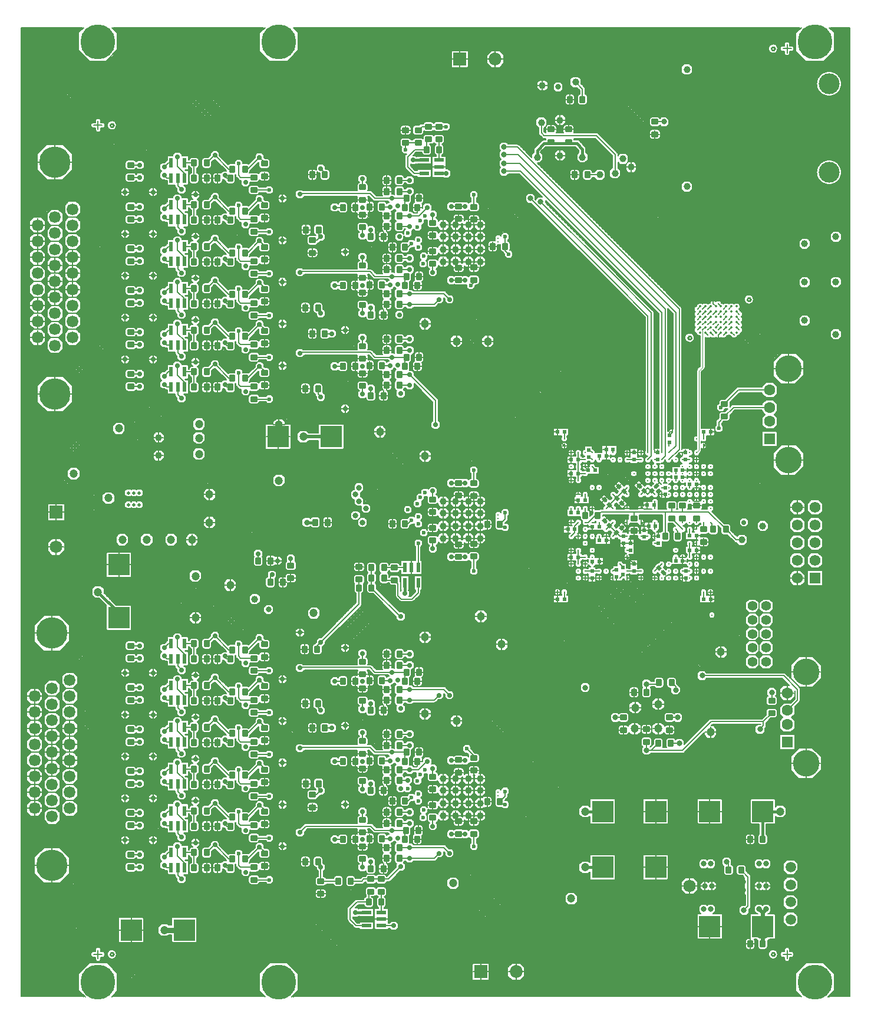
<source format=gbl>
%FSAX43Y43*%
%MOMM*%
G71*
G01*
G75*
G04 Layer_Physical_Order=8*
G04 Layer_Color=255*
%ADD10C,0.200*%
%ADD11C,0.254*%
%ADD12R,1.600X1.000*%
%ADD13R,5.700X5.500*%
%ADD14R,3.050X2.040*%
%ADD15R,1.240X1.400*%
%ADD16R,2.200X3.100*%
%ADD17R,2.250X2.300*%
%ADD18R,0.950X0.600*%
%ADD19R,1.700X1.600*%
%ADD20R,0.600X0.950*%
%ADD21C,1.400*%
G04:AMPARAMS|DCode=22|XSize=0.8mm|YSize=1mm|CornerRadius=0.08mm|HoleSize=0mm|Usage=FLASHONLY|Rotation=0.000|XOffset=0mm|YOffset=0mm|HoleType=Round|Shape=RoundedRectangle|*
%AMROUNDEDRECTD22*
21,1,0.800,0.840,0,0,0.0*
21,1,0.640,1.000,0,0,0.0*
1,1,0.160,0.320,-0.420*
1,1,0.160,-0.320,-0.420*
1,1,0.160,-0.320,0.420*
1,1,0.160,0.320,0.420*
%
%ADD22ROUNDEDRECTD22*%
G04:AMPARAMS|DCode=23|XSize=1mm|YSize=2mm|CornerRadius=0.1mm|HoleSize=0mm|Usage=FLASHONLY|Rotation=0.000|XOffset=0mm|YOffset=0mm|HoleType=Round|Shape=RoundedRectangle|*
%AMROUNDEDRECTD23*
21,1,1.000,1.800,0,0,0.0*
21,1,0.800,2.000,0,0,0.0*
1,1,0.200,0.400,-0.900*
1,1,0.200,-0.400,-0.900*
1,1,0.200,-0.400,0.900*
1,1,0.200,0.400,0.900*
%
%ADD23ROUNDEDRECTD23*%
G04:AMPARAMS|DCode=24|XSize=1mm|YSize=1.5mm|CornerRadius=0.1mm|HoleSize=0mm|Usage=FLASHONLY|Rotation=180.000|XOffset=0mm|YOffset=0mm|HoleType=Round|Shape=RoundedRectangle|*
%AMROUNDEDRECTD24*
21,1,1.000,1.300,0,0,180.0*
21,1,0.800,1.500,0,0,180.0*
1,1,0.200,-0.400,0.650*
1,1,0.200,0.400,0.650*
1,1,0.200,0.400,-0.650*
1,1,0.200,-0.400,-0.650*
%
%ADD24ROUNDEDRECTD24*%
G04:AMPARAMS|DCode=25|XSize=0.8mm|YSize=1mm|CornerRadius=0.08mm|HoleSize=0mm|Usage=FLASHONLY|Rotation=270.000|XOffset=0mm|YOffset=0mm|HoleType=Round|Shape=RoundedRectangle|*
%AMROUNDEDRECTD25*
21,1,0.800,0.840,0,0,270.0*
21,1,0.640,1.000,0,0,270.0*
1,1,0.160,-0.420,-0.320*
1,1,0.160,-0.420,0.320*
1,1,0.160,0.420,0.320*
1,1,0.160,0.420,-0.320*
%
%ADD25ROUNDEDRECTD25*%
%ADD26R,1.400X0.450*%
%ADD27R,1.400X0.450*%
%ADD28R,1.400X0.450*%
%ADD29R,3.048X3.048*%
%ADD30O,0.250X1.600*%
%ADD31O,1.600X0.250*%
%ADD32R,1.600X0.250*%
%ADD33O,1.270X0.762*%
%ADD34R,1.270X0.762*%
%ADD35R,0.500X0.600*%
%ADD36O,0.250X0.900*%
%ADD37O,0.900X0.250*%
%ADD38R,0.900X0.250*%
%ADD39R,2.340X2.340*%
%ADD40R,4.600X0.810*%
%ADD41R,4.600X0.610*%
%ADD42R,0.600X0.500*%
%ADD43C,0.500*%
%ADD44R,1.778X0.381*%
%ADD45O,1.778X0.381*%
%ADD46R,2.108X1.270*%
G04:AMPARAMS|DCode=47|XSize=2.108mm|YSize=1.27mm|CornerRadius=0mm|HoleSize=0mm|Usage=FLASHONLY|Rotation=0.000|XOffset=0mm|YOffset=0mm|HoleType=Round|Shape=Octagon|*
%AMOCTAGOND47*
4,1,8,1.054,-0.318,1.054,0.318,0.737,0.635,-0.737,0.635,-1.054,0.318,-1.054,-0.318,-0.737,-0.635,0.737,-0.635,1.054,-0.318,0.0*
%
%ADD47OCTAGOND47*%

%ADD48R,0.381X1.778*%
%ADD49O,0.381X1.778*%
%ADD50O,1.000X0.250*%
%ADD51O,0.250X1.000*%
%ADD52R,0.250X1.000*%
%ADD53O,0.300X1.800*%
%ADD54O,1.800X0.300*%
%ADD55R,1.800X0.300*%
G04:AMPARAMS|DCode=56|XSize=1mm|YSize=1.5mm|CornerRadius=0.1mm|HoleSize=0mm|Usage=FLASHONLY|Rotation=90.000|XOffset=0mm|YOffset=0mm|HoleType=Round|Shape=RoundedRectangle|*
%AMROUNDEDRECTD56*
21,1,1.000,1.300,0,0,90.0*
21,1,0.800,1.500,0,0,90.0*
1,1,0.200,0.650,0.400*
1,1,0.200,0.650,-0.400*
1,1,0.200,-0.650,-0.400*
1,1,0.200,-0.650,0.400*
%
%ADD56ROUNDEDRECTD56*%
G04:AMPARAMS|DCode=57|XSize=1mm|YSize=2mm|CornerRadius=0.1mm|HoleSize=0mm|Usage=FLASHONLY|Rotation=90.000|XOffset=0mm|YOffset=0mm|HoleType=Round|Shape=RoundedRectangle|*
%AMROUNDEDRECTD57*
21,1,1.000,1.800,0,0,90.0*
21,1,0.800,2.000,0,0,90.0*
1,1,0.200,0.900,0.400*
1,1,0.200,0.900,-0.400*
1,1,0.200,-0.900,-0.400*
1,1,0.200,-0.900,0.400*
%
%ADD57ROUNDEDRECTD57*%
%ADD58R,1.778X1.016*%
%ADD59R,1.778X3.302*%
%ADD60R,0.508X1.600*%
%ADD61R,0.356X0.914*%
%ADD62R,2.540X2.540*%
G04:AMPARAMS|DCode=63|XSize=0.4mm|YSize=0.7mm|CornerRadius=0mm|HoleSize=0mm|Usage=FLASHONLY|Rotation=135.000|XOffset=0mm|YOffset=0mm|HoleType=Round|Shape=Round|*
%AMOVALD63*
21,1,0.300,0.400,0.000,0.000,225.0*
1,1,0.400,0.106,0.106*
1,1,0.400,-0.106,-0.106*
%
%ADD63OVALD63*%

%ADD64O,0.700X0.400*%
%ADD65C,0.175*%
%ADD66C,0.800*%
%ADD67C,0.400*%
%ADD68C,0.500*%
%ADD69C,0.150*%
%ADD70C,0.508*%
%ADD71C,0.600*%
%ADD72C,0.300*%
%ADD73R,1.500X5.900*%
%ADD74R,0.500X3.200*%
%ADD75R,3.800X2.200*%
%ADD76R,3.700X2.200*%
%ADD77R,4.000X3.700*%
%ADD78R,3.500X3.000*%
%ADD79R,3.500X5.300*%
%ADD80R,4.200X3.000*%
%ADD81R,4.000X3.000*%
%ADD82R,1.900X1.900*%
%ADD83R,2.700X6.800*%
%ADD84R,1.500X1.400*%
%ADD85R,1.400X1.400*%
%ADD86R,2.500X2.200*%
%ADD87R,2.300X11.700*%
%ADD88R,1.200X5.400*%
%ADD89R,1.500X2.400*%
%ADD90R,2.700X2.800*%
%ADD91R,6.100X6.100*%
%ADD92R,3.400X2.300*%
%ADD93C,1.690*%
%ADD94C,4.500*%
%ADD95C,3.800*%
%ADD96R,1.600X1.600*%
%ADD97C,1.600*%
%ADD98C,3.000*%
%ADD99C,1.575*%
%ADD100R,1.575X1.575*%
%ADD101C,1.800*%
%ADD102R,1.850X1.850*%
%ADD103C,1.850*%
%ADD104R,1.850X1.850*%
%ADD105C,1.500*%
%ADD106C,0.300*%
%ADD107C,0.700*%
%ADD108C,0.800*%
%ADD109C,1.000*%
%ADD110C,1.200*%
%ADD111C,5.000*%
%ADD112C,0.600*%
%ADD113C,1.016*%
%ADD114C,0.705*%
G04:AMPARAMS|DCode=115|XSize=2.29mm|YSize=2.29mm|CornerRadius=0mm|HoleSize=0mm|Usage=FLASHONLY|Rotation=0.000|XOffset=0mm|YOffset=0mm|HoleType=Round|Shape=Relief|Width=0.175mm|Gap=0.3mm|Entries=4|*
%AMTHD115*
7,0,0,2.290,1.690,0.175,45*
%
%ADD115THD115*%
%ADD116C,1.490*%
G04:AMPARAMS|DCode=117|XSize=4.4mm|YSize=4.4mm|CornerRadius=0mm|HoleSize=0mm|Usage=FLASHONLY|Rotation=0.000|XOffset=0mm|YOffset=0mm|HoleType=Round|Shape=Relief|Width=0.175mm|Gap=0.3mm|Entries=4|*
%AMTHD117*
7,0,0,4.400,3.800,0.175,45*
%
%ADD117THD117*%
G04:AMPARAMS|DCode=118|XSize=4.44mm|YSize=4.44mm|CornerRadius=0mm|HoleSize=0mm|Usage=FLASHONLY|Rotation=0.000|XOffset=0mm|YOffset=0mm|HoleType=Round|Shape=Relief|Width=0.175mm|Gap=0.3mm|Entries=4|*
%AMTHD118*
7,0,0,4.440,3.840,0.175,45*
%
%ADD118THD118*%
G04:AMPARAMS|DCode=119|XSize=3.5mm|YSize=3.5mm|CornerRadius=0mm|HoleSize=0mm|Usage=FLASHONLY|Rotation=0.000|XOffset=0mm|YOffset=0mm|HoleType=Round|Shape=Relief|Width=0.175mm|Gap=0.3mm|Entries=4|*
%AMTHD119*
7,0,0,3.500,2.900,0.175,45*
%
%ADD119THD119*%
%ADD120C,1.320*%
%ADD121C,3.400*%
G04:AMPARAMS|DCode=122|XSize=2.216mm|YSize=2.216mm|CornerRadius=0mm|HoleSize=0mm|Usage=FLASHONLY|Rotation=0.000|XOffset=0mm|YOffset=0mm|HoleType=Round|Shape=Relief|Width=0.175mm|Gap=0.3mm|Entries=4|*
%AMTHD122*
7,0,0,2.216,1.616,0.175,45*
%
%ADD122THD122*%
%ADD123C,1.416*%
G04:AMPARAMS|DCode=124|XSize=2.12mm|YSize=2.12mm|CornerRadius=0mm|HoleSize=0mm|Usage=FLASHONLY|Rotation=0.000|XOffset=0mm|YOffset=0mm|HoleType=Round|Shape=Relief|Width=0.175mm|Gap=0.3mm|Entries=4|*
%AMTHD124*
7,0,0,2.120,1.520,0.175,45*
%
%ADD124THD124*%
G04:AMPARAMS|DCode=125|XSize=2.2mm|YSize=2.2mm|CornerRadius=0mm|HoleSize=0mm|Usage=FLASHONLY|Rotation=0.000|XOffset=0mm|YOffset=0mm|HoleType=Round|Shape=Relief|Width=0.175mm|Gap=0.3mm|Entries=4|*
%AMTHD125*
7,0,0,2.200,1.600,0.175,45*
%
%ADD125THD125*%
G04:AMPARAMS|DCode=126|XSize=2.3mm|YSize=2.3mm|CornerRadius=0mm|HoleSize=0mm|Usage=FLASHONLY|Rotation=0.000|XOffset=0mm|YOffset=0mm|HoleType=Round|Shape=Relief|Width=0.175mm|Gap=0.3mm|Entries=4|*
%AMTHD126*
7,0,0,2.300,1.700,0.175,45*
%
%ADD126THD126*%
%ADD127C,0.520*%
G04:AMPARAMS|DCode=128|XSize=1.6mm|YSize=1.6mm|CornerRadius=0mm|HoleSize=0mm|Usage=FLASHONLY|Rotation=0.000|XOffset=0mm|YOffset=0mm|HoleType=Round|Shape=Relief|Width=0.175mm|Gap=0.3mm|Entries=4|*
%AMTHD128*
7,0,0,1.600,1.000,0.175,45*
%
%ADD128THD128*%
%ADD129C,0.800*%
G04:AMPARAMS|DCode=130|XSize=1.7mm|YSize=1.7mm|CornerRadius=0mm|HoleSize=0mm|Usage=FLASHONLY|Rotation=0.000|XOffset=0mm|YOffset=0mm|HoleType=Round|Shape=Relief|Width=0.175mm|Gap=0.3mm|Entries=4|*
%AMTHD130*
7,0,0,1.700,1.100,0.175,45*
%
%ADD130THD130*%
G04:AMPARAMS|DCode=131|XSize=1.9mm|YSize=1.9mm|CornerRadius=0mm|HoleSize=0mm|Usage=FLASHONLY|Rotation=0.000|XOffset=0mm|YOffset=0mm|HoleType=Round|Shape=Relief|Width=0.175mm|Gap=0.3mm|Entries=4|*
%AMTHD131*
7,0,0,1.900,1.300,0.175,45*
%
%ADD131THD131*%
G04:AMPARAMS|DCode=132|XSize=1.32mm|YSize=1.32mm|CornerRadius=0mm|HoleSize=0mm|Usage=FLASHONLY|Rotation=0.000|XOffset=0mm|YOffset=0mm|HoleType=Round|Shape=Relief|Width=0.175mm|Gap=0.3mm|Entries=4|*
%AMTHD132*
7,0,0,1.320,0.720,0.175,45*
%
%ADD132THD132*%
%ADD133C,0.700*%
%ADD134C,1.100*%
%ADD135C,1.000*%
%ADD136C,0.900*%
G04:AMPARAMS|DCode=137|XSize=1.5mm|YSize=1.5mm|CornerRadius=0mm|HoleSize=0mm|Usage=FLASHONLY|Rotation=0.000|XOffset=0mm|YOffset=0mm|HoleType=Round|Shape=Relief|Width=0.175mm|Gap=0.3mm|Entries=4|*
%AMTHD137*
7,0,0,1.500,0.900,0.175,45*
%
%ADD137THD137*%
G04:AMPARAMS|DCode=138|XSize=2.4mm|YSize=2.4mm|CornerRadius=0mm|HoleSize=0mm|Usage=FLASHONLY|Rotation=0.000|XOffset=0mm|YOffset=0mm|HoleType=Round|Shape=Relief|Width=0.175mm|Gap=0.3mm|Entries=4|*
%AMTHD138*
7,0,0,2.400,1.800,0.175,45*
%
%ADD138THD138*%
%ADD139C,0.120*%
%ADD140C,3.600*%
%ADD141C,3.640*%
%ADD142C,2.700*%
%ADD143R,0.550X1.450*%
%ADD144R,0.550X1.450*%
G04:AMPARAMS|DCode=145|XSize=0.5mm|YSize=0.6mm|CornerRadius=0mm|HoleSize=0mm|Usage=FLASHONLY|Rotation=135.000|XOffset=0mm|YOffset=0mm|HoleType=Round|Shape=Rectangle|*
%AMROTATEDRECTD145*
4,1,4,0.389,0.035,-0.035,-0.389,-0.389,-0.035,0.035,0.389,0.389,0.035,0.0*
%
%ADD145ROTATEDRECTD145*%

G04:AMPARAMS|DCode=146|XSize=0.5mm|YSize=0.6mm|CornerRadius=0mm|HoleSize=0mm|Usage=FLASHONLY|Rotation=225.000|XOffset=0mm|YOffset=0mm|HoleType=Round|Shape=Rectangle|*
%AMROTATEDRECTD146*
4,1,4,-0.035,0.389,0.389,-0.035,0.035,-0.389,-0.389,0.035,-0.035,0.389,0.0*
%
%ADD146ROTATEDRECTD146*%

%ADD147C,0.350*%
%ADD148R,1.450X0.550*%
%ADD149R,1.450X0.550*%
%ADD150R,3.048X3.048*%
%ADD151R,3.100X2.500*%
G54D10*
X0170820Y0184950D02*
X0170802Y0185206D01*
X0170747Y0185457D01*
X0170657Y0185698D01*
X0170534Y0185923D01*
X0170380Y0186129D01*
X0170199Y0186310D01*
X0169993Y0186464D01*
X0169768Y0186587D01*
X0169527Y0186677D01*
X0169276Y0186732D01*
X0169020Y0186750D01*
Y0183150D02*
X0169276Y0183168D01*
X0169527Y0183223D01*
X0169768Y0183313D01*
X0169993Y0183436D01*
X0170199Y0183590D01*
X0170380Y0183771D01*
X0170534Y0183977D01*
X0170657Y0184202D01*
X0170747Y0184443D01*
X0170802Y0184694D01*
X0170820Y0184950D01*
Y0172250D02*
X0170802Y0172506D01*
X0170747Y0172757D01*
X0170657Y0172998D01*
X0170534Y0173223D01*
X0170380Y0173429D01*
X0170199Y0173610D01*
X0169993Y0173764D01*
X0169768Y0173887D01*
X0169527Y0173977D01*
X0169276Y0174032D01*
X0169020Y0174050D01*
Y0170450D02*
X0169276Y0170468D01*
X0169527Y0170523D01*
X0169768Y0170613D01*
X0169993Y0170736D01*
X0170199Y0170890D01*
X0170380Y0171071D01*
X0170534Y0171277D01*
X0170657Y0171502D01*
X0170747Y0171743D01*
X0170802Y0171994D01*
X0170820Y0172250D01*
X0161681Y0190000D02*
X0161635Y0190246D01*
X0161503Y0190459D01*
X0161304Y0190610D01*
X0161063Y0190678D01*
X0160814Y0190655D01*
X0160590Y0190543D01*
X0160421Y0190359D01*
X0160331Y0190125D01*
Y0189875D01*
X0160421Y0189641D01*
X0160590Y0189457D01*
X0160814Y0189345D01*
X0161063Y0189322D01*
X0161304Y0189390D01*
X0161503Y0189541D01*
X0161635Y0189754D01*
X0161681Y0190000D01*
X0169020Y0186750D02*
X0168764Y0186732D01*
X0168513Y0186677D01*
X0168272Y0186587D01*
X0168047Y0186464D01*
X0167841Y0186310D01*
X0167660Y0186129D01*
X0167506Y0185923D01*
X0167383Y0185698D01*
X0167293Y0185457D01*
X0167238Y0185206D01*
X0167220Y0184950D01*
X0167238Y0184694D01*
X0167293Y0184443D01*
X0167383Y0184202D01*
X0167506Y0183977D01*
X0167660Y0183771D01*
X0167841Y0183590D01*
X0168047Y0183436D01*
X0168272Y0183313D01*
X0168513Y0183223D01*
X0168764Y0183168D01*
X0169020Y0183150D01*
Y0174050D02*
X0168764Y0174032D01*
X0168513Y0173977D01*
X0168272Y0173887D01*
X0168047Y0173764D01*
X0167841Y0173610D01*
X0167660Y0173429D01*
X0167506Y0173223D01*
X0167383Y0172998D01*
X0167293Y0172757D01*
X0167238Y0172506D01*
X0167220Y0172250D01*
X0167238Y0171994D01*
X0167293Y0171743D01*
X0167383Y0171502D01*
X0167506Y0171277D01*
X0167660Y0171071D01*
X0167841Y0170890D01*
X0168047Y0170736D01*
X0168272Y0170613D01*
X0168513Y0170523D01*
X0168764Y0170468D01*
X0169020Y0170450D01*
X0158181Y0154000D02*
X0158135Y0154246D01*
X0158003Y0154459D01*
X0157804Y0154610D01*
X0157563Y0154678D01*
X0157314Y0154655D01*
X0157090Y0154543D01*
X0156921Y0154359D01*
X0156831Y0154125D01*
Y0153875D01*
X0156921Y0153641D01*
X0157090Y0153457D01*
X0157314Y0153345D01*
X0157563Y0153322D01*
X0157804Y0153390D01*
X0158003Y0153541D01*
X0158135Y0153754D01*
X0158181Y0154000D01*
X0151130Y0144020D02*
X0151235Y0144275D01*
X0150095Y0144005D02*
X0149990Y0143750D01*
X0144753Y0180003D02*
X0144613Y0180147D01*
X0144420Y0180200D01*
X0143580D02*
X0143311Y0180089D01*
X0143200Y0179820D01*
X0144420Y0178800D02*
X0144613Y0178853D01*
X0144753Y0178997D01*
X0143200Y0179180D02*
X0143311Y0178911D01*
X0143580Y0178800D01*
X0144800Y0178020D02*
X0144689Y0178289D01*
X0144420Y0178400D01*
Y0177000D02*
X0144689Y0177111D01*
X0144800Y0177380D01*
X0143580Y0178400D02*
X0143311Y0178289D01*
X0143200Y0178020D01*
Y0177380D02*
X0143311Y0177111D01*
X0143580Y0177000D01*
X0142944Y0157754D02*
X0142883Y0157833D01*
X0147887Y0152650D02*
X0147774Y0152924D01*
X0149681Y0148500D02*
X0149635Y0148746D01*
X0149503Y0148959D01*
X0149304Y0149110D01*
X0149063Y0149178D01*
X0148814Y0149155D01*
X0148590Y0149043D01*
X0148421Y0148859D01*
X0148331Y0148625D01*
Y0148375D01*
X0148421Y0148141D01*
X0148590Y0147957D01*
X0148814Y0147845D01*
X0149063Y0147822D01*
X0149304Y0147890D01*
X0149503Y0148041D01*
X0149635Y0148254D01*
X0149681Y0148500D01*
X0143887Y0152100D02*
X0143774Y0152374D01*
X0153580Y0139700D02*
X0153311Y0139589D01*
X0153200Y0139320D01*
X0154789Y0138589D02*
X0154800Y0138680D01*
X0154420Y0138300D02*
X0154511Y0138311D01*
X0154420Y0136500D02*
X0154689Y0136611D01*
X0154800Y0136880D01*
X0153580Y0137900D02*
X0153311Y0137789D01*
X0153200Y0137520D01*
X0150550Y0125077D02*
X0150450Y0125099D01*
X0150755Y0123900D02*
X0150800Y0124080D01*
X0150450Y0121901D02*
X0150550Y0121923D01*
X0149550Y0125099D02*
X0149450Y0125077D01*
X0149200Y0124080D02*
X0149245Y0123900D01*
X0149450Y0121923D02*
X0149550Y0121901D01*
X0148550Y0125077D02*
X0148420Y0125100D01*
X0148755Y0123900D02*
X0148800Y0124080D01*
X0148450Y0121901D02*
X0148550Y0121923D01*
X0147580Y0125100D02*
X0147312Y0124989D01*
X0147200Y0124721D01*
Y0124079D02*
X0147245Y0123900D01*
X0147200Y0124721D02*
X0147088Y0124989D01*
X0146820Y0125100D01*
X0147155Y0123900D02*
X0147200Y0124079D01*
X0145980Y0125100D02*
X0145711Y0124989D01*
X0145600Y0124720D01*
Y0124080D02*
X0145645Y0123900D01*
X0145900Y0121909D02*
X0145980Y0121900D01*
X0141800Y0122920D02*
X0141755Y0123100D01*
X0140245Y0123100D02*
X0140200Y0122920D01*
X0141420Y0121900D02*
X0141550Y0121923D01*
X0140450Y0121923D02*
X0140580Y0121900D01*
X0134300Y0183120D02*
X0134216Y0183359D01*
X0134000Y0183492D01*
X0133200D02*
X0132984Y0183359D01*
X0132900Y0183120D01*
X0132500D02*
X0132389Y0183389D01*
X0132120Y0183500D01*
X0131480D02*
X0131211Y0183389D01*
X0131100Y0183120D01*
X0132900Y0182280D02*
X0133011Y0182011D01*
X0133280Y0181900D01*
X0132120D02*
X0132389Y0182011D01*
X0132500Y0182280D01*
X0133920Y0181900D02*
X0134189Y0182011D01*
X0134300Y0182280D01*
X0131100D02*
X0131211Y0182011D01*
X0131480Y0181900D01*
X0132400Y0178720D02*
X0132289Y0178989D01*
X0132020Y0179100D01*
X0131180D02*
X0130911Y0178989D01*
X0130800Y0178720D01*
X0135000Y0172320D02*
X0134889Y0172589D01*
X0134620Y0172700D01*
X0133980D02*
X0133711Y0172589D01*
X0133600Y0172320D01*
X0133200D02*
X0133089Y0172589D01*
X0132820Y0172700D01*
X0132355Y0177900D02*
X0132400Y0178080D01*
Y0176920D02*
X0132355Y0177100D01*
X0130800Y0178080D02*
X0130845Y0177900D01*
X0132180Y0172700D02*
X0131911Y0172589D01*
X0131800Y0172320D01*
X0129900Y0178720D02*
X0129789Y0178989D01*
X0129520Y0179100D01*
X0129855Y0177900D02*
X0129900Y0178080D01*
X0128680Y0179100D02*
X0128500Y0179055D01*
X0128311Y0178811D01*
X0128300Y0178720D01*
Y0178080D02*
X0128345Y0177900D01*
X0128345Y0177100D02*
X0128300Y0176920D01*
X0128100Y0176900D02*
X0127909Y0176862D01*
X0127746Y0176754D01*
X0124533Y0176183D02*
X0124250Y0176300D01*
X0126746Y0175754D02*
X0126638Y0175591D01*
X0126600Y0175400D01*
X0134620Y0171100D02*
X0134889Y0171211D01*
X0135000Y0171480D01*
X0133600D02*
X0133711Y0171211D01*
X0133980Y0171100D01*
X0132820D02*
X0133089Y0171211D01*
X0133200Y0171480D01*
X0131800D02*
X0131911Y0171211D01*
X0132180Y0171100D01*
X0123191Y0161100D02*
X0123200Y0161180D01*
Y0162020D02*
X0123116Y0162259D01*
X0122900Y0162391D01*
X0121800Y0161180D02*
X0121884Y0160941D01*
X0122100Y0160809D01*
X0118800Y0167620D02*
X0118689Y0167889D01*
X0118420Y0168000D01*
Y0166600D02*
X0118689Y0166711D01*
X0118800Y0166980D01*
Y0165820D02*
X0118689Y0166089D01*
X0118420Y0166200D01*
X0117580Y0168000D02*
X0117394Y0167952D01*
X0117256Y0167819D01*
X0117223Y0166848D02*
X0117363Y0166668D01*
X0117580Y0166600D01*
Y0166200D02*
X0117311Y0166089D01*
X0117200Y0165820D01*
X0116419Y0167994D02*
X0116220Y0168050D01*
Y0166650D02*
X0116419Y0166706D01*
X0116600Y0165870D02*
X0116489Y0166139D01*
X0116220Y0166250D01*
Y0164850D02*
X0116400Y0164895D01*
X0120380Y0162400D02*
X0120111Y0162289D01*
X0120000Y0162020D01*
X0121020Y0160800D02*
X0121289Y0160911D01*
X0121400Y0161180D01*
X0120000D02*
X0120111Y0160911D01*
X0120380Y0160800D01*
X0113689Y0179389D02*
X0113420Y0179500D01*
X0112580D02*
X0112389Y0179449D01*
X0112250Y0179308D01*
X0112111Y0179449D01*
X0111920Y0179500D01*
X0113420Y0178100D02*
X0113689Y0178211D01*
X0112250Y0178292D02*
X0112389Y0178151D01*
X0112580Y0178100D01*
X0111920D02*
X0112111Y0178151D01*
X0112250Y0178292D01*
X0113800Y0177320D02*
X0113689Y0177589D01*
X0113420Y0177700D01*
Y0176300D02*
X0113689Y0176411D01*
X0113800Y0176680D01*
X0113400Y0174708D02*
X0113616Y0174841D01*
X0113700Y0175080D01*
Y0175920D02*
X0113616Y0176159D01*
X0113400Y0176291D01*
X0112250Y0176492D02*
X0112389Y0176351D01*
X0112580Y0176300D01*
Y0177700D02*
X0112389Y0177649D01*
X0112250Y0177508D01*
X0112600Y0176291D02*
X0112384Y0176159D01*
X0112300Y0175920D01*
Y0175080D02*
X0112384Y0174841D01*
X0112600Y0174708D01*
X0112250Y0177508D02*
X0112111Y0177649D01*
X0111920Y0177700D01*
Y0176300D02*
X0112111Y0176351D01*
X0112250Y0176492D01*
X0111080Y0179500D02*
X0110841Y0179416D01*
X0110709Y0179200D01*
X0110800Y0178223D02*
X0111080Y0178100D01*
X0111900Y0175920D02*
X0111816Y0176159D01*
X0111600Y0176291D01*
X0111080Y0177700D02*
X0110811Y0177589D01*
X0110700Y0177320D01*
X0110420Y0177600D02*
X0110689Y0177711D01*
X0110800Y0177980D01*
X0110700Y0177077D02*
X0110420Y0177200D01*
X0111520Y0174700D02*
X0111789Y0174811D01*
X0111900Y0175080D01*
X0110500D02*
X0110611Y0174811D01*
X0110880Y0174700D01*
X0109580Y0179000D02*
X0109311Y0178889D01*
X0109200Y0178620D01*
X0109000Y0178620D02*
X0108889Y0178889D01*
X0108620Y0179000D01*
X0109200Y0177980D02*
X0109311Y0177711D01*
X0109580Y0177600D01*
X0108620Y0177600D02*
X0108889Y0177711D01*
X0109000Y0177980D01*
X0107780Y0179000D02*
X0107511Y0178889D01*
X0107400Y0178620D01*
Y0177980D02*
X0107511Y0177711D01*
X0107780Y0177600D01*
X0109580Y0177200D02*
X0109341Y0177116D01*
X0109209Y0176900D01*
X0108991D02*
X0108859Y0177116D01*
X0108620Y0177200D01*
X0107780D02*
X0107511Y0177089D01*
X0107400Y0176820D01*
Y0176180D02*
X0107463Y0175971D01*
X0107631Y0175831D01*
X0109117Y0171817D02*
X0109400Y0171700D01*
X0110800Y0168920D02*
X0110689Y0169189D01*
X0110420Y0169300D01*
X0109780D02*
X0109511Y0169189D01*
X0109400Y0168920D01*
X0108100Y0173000D02*
X0108217Y0172717D01*
X0108000Y0171520D02*
X0107889Y0171789D01*
X0107620Y0171900D01*
X0106980D02*
X0106711Y0171789D01*
X0106600Y0171520D01*
X0106200D02*
X0106089Y0171789D01*
X0105820Y0171900D01*
X0107621Y0170300D02*
X0107889Y0170412D01*
X0108000Y0170680D01*
X0105821Y0170300D02*
X0106089Y0170412D01*
X0106200Y0170680D01*
X0106600D02*
X0106711Y0170412D01*
X0106979Y0170300D01*
X0108000Y0169920D02*
X0107889Y0170188D01*
X0107621Y0170300D01*
X0106979D02*
X0106711Y0170188D01*
X0106600Y0169920D01*
X0106200D02*
X0106089Y0170188D01*
X0105821Y0170300D01*
X0115380Y0168050D02*
X0115124Y0167951D01*
Y0166749D02*
X0115380Y0166650D01*
Y0166250D02*
X0115111Y0166139D01*
X0115000Y0165870D01*
X0112900Y0165320D02*
X0112806Y0165570D01*
X0112572Y0165697D01*
X0112520Y0164300D02*
X0112800Y0164423D01*
X0112900Y0163520D02*
X0112789Y0163789D01*
X0112520Y0163900D01*
Y0162500D02*
X0112800Y0162623D01*
Y0161477D02*
X0112520Y0161600D01*
X0110582Y0167736D02*
X0110741Y0167876D01*
X0110800Y0168080D01*
X0110600Y0167620D02*
X0110582Y0167736D01*
X0111311Y0165411D02*
X0111300Y0165320D01*
X0109400Y0168080D02*
X0109418Y0167964D01*
X0109259Y0167824D01*
X0109200Y0167620D01*
Y0166780D02*
X0109310Y0166513D01*
X0109576Y0166400D01*
X0111300Y0164680D02*
X0111411Y0164411D01*
X0111680Y0164300D01*
Y0163900D02*
X0111411Y0163789D01*
X0111300Y0163520D01*
X0108782Y0167736D02*
X0108941Y0167876D01*
X0109000Y0168080D01*
X0108800Y0167620D02*
X0108782Y0167736D01*
X0108777Y0166650D02*
X0108800Y0166780D01*
X0106600Y0165580D02*
X0106651Y0165389D01*
X0106792Y0165250D01*
X0106792Y0166750D02*
X0106651Y0166611D01*
X0106600Y0166420D01*
X0106200D02*
X0106123Y0166650D01*
X0106008Y0165250D02*
X0106149Y0165389D01*
X0106200Y0165580D01*
X0107620Y0163700D02*
X0107889Y0163811D01*
X0108000Y0164080D01*
X0106792Y0165250D02*
X0106651Y0165111D01*
X0106600Y0164920D01*
Y0164080D02*
X0106711Y0163811D01*
X0106980Y0163700D01*
X0106200Y0164920D02*
X0106149Y0165111D01*
X0106008Y0165250D01*
X0105820Y0163700D02*
X0106089Y0163811D01*
X0106200Y0164080D01*
X0111300Y0162880D02*
X0111411Y0162611D01*
X0111680Y0162500D01*
Y0161600D02*
X0111411Y0161489D01*
X0111300Y0161220D01*
X0108420Y0160700D02*
X0108689Y0160811D01*
X0108800Y0161080D01*
X0105700Y0163420D02*
X0105577Y0163700D01*
X0107780Y0162300D02*
X0107511Y0162189D01*
X0107400Y0161920D01*
Y0161080D02*
X0107511Y0160811D01*
X0107780Y0160700D01*
X0107000Y0161920D02*
X0106889Y0162189D01*
X0106620Y0162300D01*
X0105980D02*
X0105711Y0162189D01*
X0105600Y0161920D01*
X0106620Y0160700D02*
X0106889Y0160811D01*
X0107000Y0161080D01*
X0105600D02*
X0105711Y0160811D01*
X0105980Y0160700D01*
X0122153Y0160801D02*
X0122217Y0160717D01*
X0118420Y0157900D02*
X0118689Y0158011D01*
X0118800Y0158280D01*
X0117200D02*
X0117311Y0158011D01*
X0117580Y0157900D01*
X0116400Y0159205D02*
X0116220Y0159250D01*
Y0157850D02*
X0116489Y0157961D01*
X0116600Y0158230D01*
X0115000D02*
X0115111Y0157961D01*
X0115380Y0157850D01*
X0118420Y0156100D02*
X0118689Y0156211D01*
X0118800Y0156480D01*
Y0157120D02*
X0118689Y0157389D01*
X0118420Y0157500D01*
X0117580D02*
X0117363Y0157432D01*
X0117223Y0157251D01*
X0116220Y0156050D02*
X0116419Y0156106D01*
Y0157394D02*
X0116220Y0157450D01*
X0115124Y0156149D02*
X0115380Y0156050D01*
Y0157450D02*
X0115124Y0157351D01*
X0116419Y0128294D02*
X0116220Y0128350D01*
X0115380D02*
X0115124Y0128251D01*
X0135123Y0123550D02*
X0135100Y0123420D01*
X0134700D02*
X0134631Y0123638D01*
X0134450Y0123777D01*
X0133300Y0122580D02*
X0133369Y0122362D01*
X0133550Y0122223D01*
X0118420Y0126900D02*
X0118689Y0127011D01*
X0118800Y0127280D01*
Y0127920D02*
X0118689Y0128189D01*
X0118420Y0128300D01*
X0118800Y0126120D02*
X0118689Y0126389D01*
X0118420Y0126500D01*
X0117580Y0128300D02*
X0117394Y0128252D01*
X0117256Y0128119D01*
X0117223Y0127148D02*
X0117363Y0126968D01*
X0117580Y0126900D01*
Y0126500D02*
X0117311Y0126389D01*
X0117200Y0126120D01*
X0116220Y0126950D02*
X0116419Y0127006D01*
X0115124Y0127049D02*
X0115380Y0126950D01*
X0116600Y0126170D02*
X0116489Y0126439D01*
X0116220Y0126550D01*
X0115380D02*
X0115111Y0126439D01*
X0115000Y0126170D01*
X0116220Y0125150D02*
X0116400Y0125195D01*
X0121076Y0122349D02*
X0121000Y0122120D01*
X0120600D02*
X0120489Y0122389D01*
X0120220Y0122500D01*
X0119580D02*
X0119385Y0122446D01*
X0119245Y0122300D01*
X0112520Y0160200D02*
X0112789Y0160311D01*
X0112900Y0160580D01*
X0112800Y0159677D02*
X0112520Y0159800D01*
X0112572Y0158404D02*
X0112806Y0158530D01*
X0112900Y0158780D01*
X0111400Y0160323D02*
X0111680Y0160200D01*
Y0159800D02*
X0111411Y0159689D01*
X0111300Y0159420D01*
Y0158780D02*
X0111394Y0158530D01*
X0111629Y0158404D01*
X0110800Y0157720D02*
X0110689Y0157989D01*
X0110420Y0158100D01*
X0110582Y0156536D02*
X0110741Y0156676D01*
X0110800Y0156880D01*
X0110600Y0156420D02*
X0110582Y0156536D01*
X0110220Y0155200D02*
X0110489Y0155311D01*
X0110600Y0155580D01*
X0109780Y0158100D02*
X0109511Y0157989D01*
X0109400Y0157720D01*
Y0156880D02*
X0109418Y0156764D01*
X0109418Y0156764D02*
X0109259Y0156624D01*
X0109200Y0156420D01*
Y0155580D02*
X0109311Y0155311D01*
X0109580Y0155200D01*
X0108782Y0156536D02*
X0108941Y0156676D01*
X0109000Y0156880D01*
X0108800Y0156420D02*
X0108782Y0156536D01*
X0108777Y0155450D02*
X0108800Y0155580D01*
X0108000Y0160320D02*
X0107889Y0160589D01*
X0107620Y0160700D01*
X0106980D02*
X0106711Y0160589D01*
X0106600Y0160320D01*
X0107621Y0159100D02*
X0107889Y0159212D01*
X0108000Y0159480D01*
X0106600D02*
X0106711Y0159212D01*
X0106979Y0159100D01*
X0106200Y0160320D02*
X0106089Y0160589D01*
X0105820Y0160700D01*
X0105821Y0159100D02*
X0106089Y0159212D01*
X0106200Y0159480D01*
X0106979Y0159100D02*
X0106711Y0158988D01*
X0106600Y0158720D01*
X0108000D02*
X0107889Y0158988D01*
X0107621Y0159100D01*
X0106792Y0155550D02*
X0106651Y0155411D01*
X0106600Y0155220D01*
X0106200Y0158720D02*
X0106089Y0158988D01*
X0105821Y0159100D01*
X0107620Y0152500D02*
X0107889Y0152611D01*
X0108000Y0152880D01*
X0106600Y0154380D02*
X0106651Y0154189D01*
X0106792Y0154050D01*
X0106651Y0153911D01*
X0106600Y0153720D01*
Y0152880D02*
X0106711Y0152611D01*
X0106980Y0152500D01*
Y0149100D02*
X0106711Y0148989D01*
X0106600Y0148720D01*
X0108000D02*
X0107889Y0148989D01*
X0107620Y0149100D01*
X0107621Y0147500D02*
X0107889Y0147612D01*
X0108000Y0147880D01*
X0106600D02*
X0106711Y0147612D01*
X0106979Y0147500D01*
X0108000Y0147120D02*
X0107889Y0147388D01*
X0107621Y0147500D01*
X0106200Y0155220D02*
X0106122Y0155450D01*
X0106008Y0154050D02*
X0106149Y0154189D01*
X0106200Y0154380D01*
Y0153720D02*
X0106149Y0153911D01*
X0106008Y0154050D01*
X0105820Y0152500D02*
X0106089Y0152611D01*
X0106200Y0152880D01*
X0105700Y0152220D02*
X0105577Y0152500D01*
X0106979Y0147500D02*
X0106711Y0147388D01*
X0106600Y0147120D01*
X0106200Y0148720D02*
X0106089Y0148989D01*
X0105820Y0149100D01*
X0105821Y0147500D02*
X0106089Y0147612D01*
X0106200Y0147880D01*
Y0147120D02*
X0106089Y0147388D01*
X0105821Y0147500D01*
X0112900Y0125620D02*
X0112806Y0125870D01*
X0112572Y0125996D01*
X0112520Y0124600D02*
X0112800Y0124723D01*
X0112900Y0123820D02*
X0112789Y0124089D01*
X0112520Y0124200D01*
Y0122800D02*
X0112800Y0122923D01*
X0110800Y0146120D02*
X0110689Y0146389D01*
X0110420Y0146500D01*
X0109780D02*
X0109511Y0146389D01*
X0109400Y0146120D01*
X0110582Y0144936D02*
X0110741Y0145076D01*
X0110800Y0145280D01*
X0110600Y0144820D02*
X0110582Y0144936D01*
X0109418Y0145164D02*
X0109259Y0145024D01*
X0109200Y0144820D01*
X0109400Y0145280D02*
X0109418Y0145164D01*
X0108782Y0144936D02*
X0108941Y0145076D01*
X0109000Y0145280D01*
X0108800Y0144820D02*
X0108782Y0144936D01*
X0110220Y0143600D02*
X0110489Y0143711D01*
X0110600Y0143980D01*
X0109200D02*
X0109311Y0143711D01*
X0109580Y0143600D01*
X0108777Y0143850D02*
X0108800Y0143980D01*
X0106792Y0143950D02*
X0106651Y0143811D01*
X0106600Y0143620D01*
Y0142780D02*
X0106651Y0142589D01*
X0106792Y0142450D01*
X0106200Y0143620D02*
X0106123Y0143850D01*
X0106008Y0142450D02*
X0106149Y0142589D01*
X0106200Y0142780D01*
X0107924Y0141051D02*
X0108000Y0141280D01*
X0106792Y0142450D02*
X0106651Y0142311D01*
X0106600Y0142120D01*
Y0141280D02*
X0106694Y0141030D01*
X0106928Y0140904D01*
X0106200Y0142120D02*
X0106149Y0142311D01*
X0106008Y0142450D01*
X0105820Y0140900D02*
X0106089Y0141011D01*
X0106200Y0141280D01*
X0111311Y0125711D02*
X0111300Y0125620D01*
Y0124980D02*
X0111411Y0124711D01*
X0111680Y0124600D01*
Y0124200D02*
X0111411Y0124089D01*
X0111300Y0123820D01*
Y0123180D02*
X0111411Y0122911D01*
X0111680Y0122800D01*
X0105700Y0140620D02*
X0105577Y0140900D01*
X0107780Y0122600D02*
X0107511Y0122489D01*
X0107400Y0122220D01*
X0107000D02*
X0106889Y0122489D01*
X0106620Y0122600D01*
X0105980D02*
X0105711Y0122489D01*
X0105600Y0122220D01*
X0154900Y0121420D02*
X0154789Y0121689D01*
X0154520Y0121800D01*
X0153500Y0120580D02*
X0153611Y0120311D01*
X0153880Y0120200D01*
X0153100Y0121420D02*
X0153073Y0121562D01*
X0152720Y0120200D02*
X0152989Y0120311D01*
X0153100Y0120580D01*
X0151723Y0120450D02*
X0151862Y0120269D01*
X0152080Y0120200D01*
X0151420Y0120300D02*
X0151723Y0120450D01*
X0151800Y0119520D02*
X0151689Y0119789D01*
X0151420Y0119900D01*
Y0118500D02*
X0151689Y0118611D01*
X0151800Y0118880D01*
X0150580Y0121700D02*
X0150362Y0121631D01*
X0150223Y0121450D01*
X0150299Y0118624D02*
X0150392Y0118550D01*
X0150580Y0118500D01*
X0145100Y0120791D02*
X0144845Y0120600D01*
X0148000Y0120420D02*
X0147977Y0120550D01*
X0147620Y0119200D02*
X0147889Y0119311D01*
X0148000Y0119580D01*
X0146676Y0120649D02*
X0146600Y0120420D01*
X0146200D02*
X0146116Y0120659D01*
X0145900Y0120791D01*
X0146600Y0119580D02*
X0146711Y0119311D01*
X0146980Y0119200D01*
X0145820D02*
X0146089Y0119311D01*
X0146200Y0119580D01*
X0145050Y0119223D02*
X0145180Y0119200D01*
X0147100Y0099420D02*
X0146989Y0099689D01*
X0146720Y0099800D01*
X0146080D02*
X0145811Y0099689D01*
X0145700Y0099420D01*
X0145300D02*
X0145189Y0099689D01*
X0144920Y0099800D01*
X0144280D02*
X0144011Y0099689D01*
X0143900Y0099420D01*
X0145700Y0098580D02*
X0145811Y0098311D01*
X0146080Y0098200D01*
X0144920D02*
X0145189Y0098311D01*
X0145300Y0098580D01*
X0143945Y0098400D02*
X0144085Y0098254D01*
X0144280Y0098200D01*
X0143500Y0098020D02*
X0143363Y0098313D01*
X0164783Y0096217D02*
X0164900Y0096500D01*
X0161600Y0096720D02*
X0161522Y0096950D01*
X0161320Y0097086D01*
X0161220Y0095700D02*
X0161489Y0095811D01*
X0161600Y0096080D01*
Y0094920D02*
X0161489Y0095189D01*
X0161220Y0095300D01*
Y0093900D02*
X0161489Y0094011D01*
X0161600Y0094280D01*
X0160279Y0097086D02*
X0160078Y0096950D01*
X0160000Y0096720D01*
Y0096080D02*
X0160111Y0095811D01*
X0160380Y0095700D01*
Y0095300D02*
X0160111Y0095189D01*
X0160000Y0094920D01*
X0159820Y0075700D02*
X0160089Y0075811D01*
X0160200Y0076080D01*
Y0076920D02*
X0160146Y0077115D01*
X0160000Y0077255D01*
X0158800Y0076080D02*
X0158911Y0075811D01*
X0159180Y0075700D01*
X0159000Y0077255D02*
X0158854Y0077115D01*
X0158800Y0076920D01*
X0158020Y0075700D02*
X0158289Y0075811D01*
X0158400Y0076080D01*
Y0076920D02*
X0158289Y0077189D01*
X0158020Y0077300D01*
X0157380D02*
X0157111Y0077189D01*
X0157000Y0076920D01*
Y0076080D02*
X0157111Y0075811D01*
X0157380Y0075700D01*
X0157100Y0072520D02*
X0156989Y0072789D01*
X0156720Y0072900D01*
X0156080D02*
X0155811Y0072789D01*
X0155700Y0072520D01*
Y0071680D02*
X0155811Y0071411D01*
X0156080Y0071300D01*
X0161681Y0060000D02*
X0161635Y0060246D01*
X0161503Y0060459D01*
X0161304Y0060610D01*
X0161063Y0060678D01*
X0160814Y0060655D01*
X0160590Y0060543D01*
X0160421Y0060359D01*
X0160331Y0060125D01*
Y0059875D01*
X0160421Y0059641D01*
X0160590Y0059457D01*
X0160814Y0059345D01*
X0161063Y0059322D01*
X0161304Y0059390D01*
X0161503Y0059541D01*
X0161635Y0059754D01*
X0161681Y0060000D01*
X0158400Y0061920D02*
X0158301Y0062176D01*
X0157380Y0062300D02*
X0157111Y0062189D01*
X0157000Y0061920D01*
X0159820Y0060700D02*
X0160089Y0060811D01*
X0160200Y0061080D01*
X0157000D02*
X0157111Y0060811D01*
X0157380Y0060700D01*
X0158800Y0061080D02*
X0158911Y0060811D01*
X0159180Y0060700D01*
X0158020D02*
X0158289Y0060811D01*
X0158400Y0061080D01*
X0146813Y0094563D02*
X0146520Y0094700D01*
Y0093300D02*
X0146813Y0093437D01*
X0145680Y0094700D02*
X0145411Y0094589D01*
X0145300Y0094320D01*
Y0093680D02*
X0145411Y0093411D01*
X0145680Y0093300D01*
X0146900Y0092520D02*
X0146789Y0092789D01*
X0146520Y0092900D01*
Y0091500D02*
X0146789Y0091611D01*
X0146900Y0091880D01*
X0145680Y0092900D02*
X0145400Y0092777D01*
X0145301Y0091851D02*
X0145422Y0091601D01*
X0145680Y0091500D01*
X0143120Y0096800D02*
X0143389Y0096911D01*
X0143500Y0097180D01*
X0142100D02*
X0142211Y0096911D01*
X0142480Y0096800D01*
X0143600Y0092625D02*
X0143487Y0092890D01*
X0143220Y0093000D01*
Y0091600D02*
X0143487Y0091710D01*
X0143600Y0091975D01*
X0146986Y0090820D02*
X0146850Y0091022D01*
X0146620Y0091100D01*
X0145980D02*
X0145711Y0090989D01*
X0145600Y0090720D01*
X0145200D02*
X0145089Y0090989D01*
X0144820Y0091100D01*
X0144180D02*
X0143911Y0090989D01*
X0143800Y0090720D01*
X0145600Y0089880D02*
X0145645Y0089700D01*
X0145155D02*
X0145200Y0089880D01*
X0143600Y0090820D02*
X0143489Y0091089D01*
X0143220Y0091200D01*
X0143333Y0089817D02*
X0143526Y0089955D01*
X0143600Y0090180D01*
X0155300Y0072520D02*
X0155216Y0072759D01*
X0155000Y0072892D01*
X0154920Y0071300D02*
X0155189Y0071411D01*
X0155300Y0071680D01*
X0153917Y0072633D02*
X0153900Y0072520D01*
Y0071680D02*
X0154011Y0071411D01*
X0154280Y0071300D01*
X0141800Y0121120D02*
X0141689Y0121389D01*
X0141420Y0121500D01*
Y0120100D02*
X0141550Y0120123D01*
X0140580Y0121500D02*
X0140311Y0121389D01*
X0140200Y0121120D01*
X0140450Y0120123D02*
X0140580Y0120100D01*
X0121000Y0121280D02*
X0121111Y0121011D01*
X0121380Y0120900D01*
X0120220D02*
X0120489Y0121011D01*
X0120600Y0121280D01*
X0142237Y0098313D02*
X0142100Y0098020D01*
X0141700D02*
X0141589Y0098289D01*
X0141320Y0098400D01*
X0140680D02*
X0140411Y0098289D01*
X0140300Y0098020D01*
Y0097180D02*
X0140411Y0096911D01*
X0140680Y0096800D01*
X0141320D02*
X0141589Y0096911D01*
X0141700Y0097180D01*
X0118420Y0118200D02*
X0118689Y0118311D01*
X0118800Y0118580D01*
X0116400Y0119505D02*
X0116220Y0119550D01*
X0117200Y0118580D02*
X0117311Y0118311D01*
X0117580Y0118200D01*
X0118800Y0117420D02*
X0118689Y0117689D01*
X0118420Y0117800D01*
Y0116400D02*
X0118689Y0116511D01*
X0118800Y0116780D01*
X0117256Y0116581D02*
X0117394Y0116448D01*
X0117580Y0116400D01*
Y0117800D02*
X0117363Y0117732D01*
X0117223Y0117551D01*
X0116419Y0117694D02*
X0116220Y0117750D01*
Y0116350D02*
X0116419Y0116406D01*
X0116220Y0118150D02*
X0116489Y0118261D01*
X0116600Y0118530D01*
X0115000D02*
X0115111Y0118261D01*
X0115380Y0118150D01*
Y0117750D02*
X0115124Y0117651D01*
Y0116449D02*
X0115380Y0116350D01*
X0112800Y0121777D02*
X0112520Y0121900D01*
Y0120500D02*
X0112789Y0120611D01*
X0112900Y0120880D01*
X0111680Y0121900D02*
X0111411Y0121789D01*
X0111300Y0121520D01*
X0111400Y0120623D02*
X0111680Y0120500D01*
X0112800Y0119977D02*
X0112520Y0120100D01*
X0112572Y0118704D02*
X0112806Y0118830D01*
X0112900Y0119080D01*
X0111680Y0120100D02*
X0111411Y0119989D01*
X0111300Y0119720D01*
Y0119080D02*
X0111394Y0118830D01*
X0111629Y0118704D01*
X0108420Y0121000D02*
X0108689Y0121111D01*
X0108800Y0121380D01*
X0107400D02*
X0107511Y0121111D01*
X0107780Y0121000D01*
X0106620D02*
X0106889Y0121111D01*
X0107000Y0121380D01*
X0105600D02*
X0105711Y0121111D01*
X0105980Y0121000D01*
X0107391Y0115900D02*
X0107259Y0116116D01*
X0107020Y0116200D01*
Y0114800D02*
X0107259Y0114884D01*
X0107391Y0115100D01*
X0106180Y0116200D02*
X0105941Y0116116D01*
X0105809Y0115900D01*
Y0115100D02*
X0105941Y0114884D01*
X0106180Y0114800D01*
X0105608Y0114750D02*
X0105749Y0114889D01*
X0105800Y0115080D01*
Y0114420D02*
X0105749Y0114611D01*
X0105608Y0114750D01*
X0107400Y0114020D02*
X0107289Y0114289D01*
X0107020Y0114400D01*
X0106180D02*
X0105941Y0114316D01*
X0105809Y0114100D01*
X0112300Y0096100D02*
X0112583Y0096217D01*
X0110283Y0111617D02*
X0110400Y0111900D01*
X0109100Y0110600D02*
X0109383Y0110717D01*
X0107317Y0110717D02*
X0107600Y0110600D01*
X0105809Y0113300D02*
X0105941Y0113084D01*
X0106180Y0113000D01*
X0106700Y0111500D02*
X0106817Y0111217D01*
X0107620Y0102300D02*
X0107889Y0102411D01*
X0108000Y0102680D01*
Y0103520D02*
X0107889Y0103789D01*
X0107620Y0103900D01*
X0106980D02*
X0106711Y0103789D01*
X0106600Y0103520D01*
X0106200D02*
X0106089Y0103789D01*
X0105820Y0103900D01*
X0106600Y0102680D02*
X0106711Y0102411D01*
X0106980Y0102300D01*
X0105820D02*
X0106089Y0102411D01*
X0106200Y0102680D01*
X0110800Y0100920D02*
X0110689Y0101189D01*
X0110420Y0101300D01*
X0109780D02*
X0109511Y0101189D01*
X0109400Y0100920D01*
X0110582Y0099736D02*
X0110741Y0099876D01*
X0110800Y0100080D01*
X0109418Y0099964D02*
X0109259Y0099824D01*
X0109200Y0099620D01*
X0109400Y0100080D02*
X0109418Y0099964D01*
X0108782Y0099736D02*
X0108941Y0099876D01*
X0109000Y0100080D01*
X0110600Y0099620D02*
X0110582Y0099736D01*
X0109200Y0098780D02*
X0109311Y0098511D01*
X0109580Y0098400D01*
X0110220D02*
X0110489Y0098511D01*
X0110600Y0098780D01*
X0108800Y0099620D02*
X0108782Y0099736D01*
X0108777Y0098650D02*
X0108800Y0098780D01*
X0108000Y0101920D02*
X0107889Y0102189D01*
X0107620Y0102300D01*
X0106980D02*
X0106711Y0102189D01*
X0106600Y0101920D01*
X0106200D02*
X0106089Y0102189D01*
X0105820Y0102300D01*
X0106792Y0098750D02*
X0106651Y0098611D01*
X0106600Y0098420D01*
Y0097580D02*
X0106651Y0097389D01*
X0106792Y0097250D01*
X0106651Y0097111D01*
X0106600Y0096920D01*
X0106200Y0098420D02*
X0106122Y0098650D01*
X0106008Y0097250D02*
X0106149Y0097389D01*
X0106200Y0097580D01*
Y0096920D02*
X0106149Y0097111D01*
X0106008Y0097250D01*
X0140300Y0094320D02*
X0140189Y0094589D01*
X0139920Y0094700D01*
Y0093300D02*
X0140189Y0093411D01*
X0140300Y0093680D01*
X0142380Y0093000D02*
X0142111Y0092889D01*
X0142000Y0092620D01*
Y0091980D02*
X0142111Y0091711D01*
X0142380Y0091600D01*
Y0091200D02*
X0142111Y0091089D01*
X0142000Y0090820D01*
Y0090180D02*
X0142074Y0089955D01*
X0142267Y0089817D01*
X0140200Y0092777D02*
X0139920Y0092900D01*
Y0091500D02*
X0140178Y0091601D01*
X0140299Y0091851D01*
X0139080Y0094700D02*
X0138787Y0094563D01*
Y0093437D02*
X0139080Y0093300D01*
Y0092900D02*
X0138811Y0092789D01*
X0138700Y0092520D01*
Y0091880D02*
X0138811Y0091611D01*
X0139080Y0091500D01*
X0118420Y0087500D02*
X0118689Y0087611D01*
X0118800Y0087880D01*
Y0088520D02*
X0118689Y0088789D01*
X0118420Y0088900D01*
X0118800Y0086720D02*
X0118689Y0086989D01*
X0118420Y0087100D01*
X0118791Y0086000D02*
X0118800Y0086080D01*
X0122783Y0082417D02*
X0122900Y0082700D01*
X0121076Y0082549D02*
X0121000Y0082320D01*
X0120600D02*
X0120489Y0082589D01*
X0120220Y0082700D01*
X0121000Y0081480D02*
X0121111Y0081211D01*
X0121380Y0081100D01*
X0120220D02*
X0120489Y0081211D01*
X0120600Y0081480D01*
X0119580Y0082700D02*
X0119385Y0082646D01*
X0119245Y0082500D01*
X0117231Y0088669D02*
X0117200Y0088520D01*
X0117400Y0087545D02*
X0117580Y0087500D01*
Y0087100D02*
X0117311Y0086989D01*
X0117200Y0086720D01*
X0116477Y0088500D02*
X0116220Y0088600D01*
Y0087200D02*
X0116387Y0087238D01*
X0117200Y0086080D02*
X0117209Y0086000D01*
X0116600Y0086420D02*
X0116489Y0086689D01*
X0116220Y0086800D01*
Y0085400D02*
X0116400Y0085445D01*
X0115380Y0088600D02*
X0115099Y0088476D01*
X0115151Y0087276D02*
X0115380Y0087200D01*
Y0086800D02*
X0115111Y0086689D01*
X0115000Y0086420D01*
X0118420Y0078400D02*
X0118689Y0078511D01*
X0118800Y0078780D01*
X0117200D02*
X0117311Y0078511D01*
X0117580Y0078400D01*
X0116400Y0079755D02*
X0116220Y0079800D01*
Y0078400D02*
X0116489Y0078511D01*
X0116600Y0078780D01*
X0115000D02*
X0115111Y0078511D01*
X0115380Y0078400D01*
X0118800Y0077620D02*
X0118689Y0077889D01*
X0118420Y0078000D01*
Y0076600D02*
X0118689Y0076711D01*
X0118800Y0076980D01*
X0117580Y0078000D02*
X0117363Y0077932D01*
X0117223Y0077751D01*
X0117256Y0076781D02*
X0117394Y0076648D01*
X0117580Y0076600D01*
X0116477Y0077900D02*
X0116220Y0078000D01*
Y0076600D02*
X0116387Y0076638D01*
X0115380Y0078000D02*
X0115099Y0077876D01*
X0115151Y0076676D02*
X0115380Y0076600D01*
X0110582Y0088236D02*
X0110741Y0088376D01*
X0110800Y0088580D01*
X0110600Y0088120D02*
X0110582Y0088236D01*
X0110800Y0089420D02*
X0110689Y0089689D01*
X0110420Y0089800D01*
X0109780D02*
X0109511Y0089689D01*
X0109400Y0089420D01*
X0109200Y0087280D02*
X0109311Y0087012D01*
X0109579Y0086900D01*
X0112900Y0085820D02*
X0112806Y0086070D01*
X0112572Y0086197D01*
X0112520Y0084800D02*
X0112800Y0084923D01*
X0111311Y0085911D02*
X0111300Y0085820D01*
Y0085180D02*
X0111411Y0084911D01*
X0111680Y0084800D01*
X0112900Y0084020D02*
X0112789Y0084289D01*
X0112520Y0084400D01*
Y0083000D02*
X0112800Y0083123D01*
Y0081977D02*
X0112520Y0082100D01*
X0111680Y0084400D02*
X0111411Y0084289D01*
X0111300Y0084020D01*
Y0083380D02*
X0111411Y0083111D01*
X0111680Y0083000D01*
X0107924Y0095851D02*
X0108000Y0096080D01*
X0109418Y0088464D02*
X0109259Y0088324D01*
X0109200Y0088120D01*
X0109400Y0088580D02*
X0109418Y0088464D01*
X0108782Y0088236D02*
X0108941Y0088376D01*
X0109000Y0088580D01*
X0108800Y0088120D02*
X0108782Y0088236D01*
X0106600Y0096080D02*
X0106694Y0095830D01*
X0106928Y0095703D01*
X0108000Y0092020D02*
X0107889Y0092289D01*
X0107620Y0092400D01*
X0106980D02*
X0106711Y0092289D01*
X0106600Y0092020D01*
X0105820Y0095700D02*
X0106089Y0095811D01*
X0106200Y0096080D01*
Y0092020D02*
X0106089Y0092289D01*
X0105820Y0092400D01*
X0105700Y0095420D02*
X0105577Y0095700D01*
X0106600Y0091180D02*
X0106711Y0090912D01*
X0106979Y0090800D01*
X0107621D02*
X0107889Y0090912D01*
X0108000Y0091180D01*
Y0090420D02*
X0107889Y0090688D01*
X0107621Y0090800D01*
X0106979D02*
X0106711Y0090688D01*
X0106600Y0090420D01*
X0105821Y0090800D02*
X0106089Y0090912D01*
X0106200Y0091180D01*
Y0090420D02*
X0106089Y0090688D01*
X0105821Y0090800D01*
X0108777Y0087150D02*
X0108800Y0087280D01*
X0107808Y0085750D02*
X0107949Y0085889D01*
X0108000Y0086080D01*
X0107997Y0085471D02*
X0107808Y0085750D01*
X0107780Y0082800D02*
X0107511Y0082689D01*
X0107400Y0082420D01*
X0106792Y0087250D02*
X0106651Y0087111D01*
X0106600Y0086920D01*
Y0086080D02*
X0106651Y0085889D01*
X0106792Y0085750D01*
X0106600Y0084580D02*
X0106694Y0084330D01*
X0106928Y0084203D01*
X0106792Y0085750D02*
X0106651Y0085611D01*
X0106600Y0085420D01*
X0106200Y0086920D02*
X0106122Y0087150D01*
X0106008Y0085750D02*
X0106149Y0085889D01*
X0106200Y0086080D01*
Y0085420D02*
X0106149Y0085611D01*
X0106008Y0085750D01*
X0107000Y0082420D02*
X0106889Y0082689D01*
X0106620Y0082800D01*
X0105820Y0084200D02*
X0106089Y0084311D01*
X0106200Y0084580D01*
X0105700Y0083920D02*
X0105577Y0084200D01*
X0105980Y0082800D02*
X0105711Y0082689D01*
X0105600Y0082420D01*
X0112520Y0080700D02*
X0112789Y0080811D01*
X0112900Y0081080D01*
X0112800Y0080177D02*
X0112520Y0080300D01*
X0111400Y0080823D02*
X0111680Y0080700D01*
Y0080300D02*
X0111411Y0080189D01*
X0111300Y0079920D01*
X0112572Y0078904D02*
X0112806Y0079030D01*
X0112900Y0079280D01*
X0111680Y0082100D02*
X0111411Y0081989D01*
X0111300Y0081720D01*
Y0079280D02*
X0111394Y0079030D01*
X0111629Y0078904D01*
X0110749Y0078220D02*
X0110637Y0078489D01*
X0110369Y0078600D01*
X0110531Y0077036D02*
X0110690Y0077176D01*
X0110749Y0077380D01*
X0110549Y0076920D02*
X0110531Y0077036D01*
X0110169Y0075700D02*
X0110437Y0075811D01*
X0110549Y0076080D01*
X0108420Y0081200D02*
X0108689Y0081311D01*
X0108800Y0081580D01*
X0109729Y0078600D02*
X0109460Y0078489D01*
X0109349Y0078220D01*
X0107400Y0081580D02*
X0107511Y0081311D01*
X0107780Y0081200D01*
X0106620D02*
X0106889Y0081311D01*
X0107000Y0081580D01*
X0108000Y0080820D02*
X0107889Y0081089D01*
X0107620Y0081200D01*
X0106980D02*
X0106711Y0081089D01*
X0106600Y0080820D01*
X0106200D02*
X0106089Y0081089D01*
X0105820Y0081200D01*
X0105600Y0081580D02*
X0105711Y0081311D01*
X0105980Y0081200D01*
X0107621Y0079600D02*
X0107889Y0079712D01*
X0108000Y0079980D01*
X0106600D02*
X0106711Y0079712D01*
X0106979Y0079600D01*
X0108000Y0079220D02*
X0107889Y0079488D01*
X0107621Y0079600D01*
X0106979D02*
X0106711Y0079488D01*
X0106600Y0079220D01*
X0105821Y0079600D02*
X0106089Y0079712D01*
X0106200Y0079980D01*
Y0079220D02*
X0106089Y0079488D01*
X0105821Y0079600D01*
X0109349Y0077380D02*
X0109367Y0077264D01*
X0109208Y0077124D01*
X0109149Y0076920D01*
X0108731Y0077036D02*
X0108890Y0077176D01*
X0108949Y0077380D01*
X0108749Y0076920D02*
X0108731Y0077036D01*
X0109149Y0076080D02*
X0109260Y0075811D01*
X0109529Y0075700D01*
X0108726Y0075950D02*
X0108749Y0076080D01*
X0106792Y0076050D02*
X0106651Y0075911D01*
X0106600Y0075720D01*
Y0074880D02*
X0106651Y0074689D01*
X0106792Y0074550D01*
X0107924Y0073151D02*
X0108000Y0073380D01*
X0106600D02*
X0106694Y0073130D01*
X0106928Y0073004D01*
X0106792Y0074550D02*
X0106651Y0074411D01*
X0106600Y0074220D01*
X0106200Y0075720D02*
X0106122Y0075950D01*
X0106008Y0074550D02*
X0106149Y0074689D01*
X0106200Y0074880D01*
Y0074220D02*
X0106149Y0074411D01*
X0106008Y0074550D01*
X0105820Y0073000D02*
X0106089Y0073111D01*
X0106200Y0073380D01*
X0105700Y0072720D02*
X0105577Y0073000D01*
X0105180Y0171900D02*
X0104911Y0171789D01*
X0104800Y0171520D01*
Y0170680D02*
X0104911Y0170412D01*
X0105179Y0170300D01*
X0104911Y0170188D01*
X0104800Y0169920D01*
X0105496Y0167771D02*
X0105370Y0168006D01*
X0105120Y0168100D01*
X0104800Y0169080D02*
X0104845Y0168900D01*
X0104480Y0168100D02*
X0104211Y0167989D01*
X0104100Y0167720D01*
X0104809Y0166500D02*
X0104800Y0166420D01*
Y0165580D02*
X0104851Y0165389D01*
X0104992Y0165250D01*
X0104851Y0165111D01*
X0104800Y0164920D01*
Y0164080D02*
X0104923Y0163800D01*
X0104100Y0166880D02*
X0104211Y0166611D01*
X0104480Y0166500D01*
X0103700Y0167720D02*
X0103589Y0167989D01*
X0103320Y0168100D01*
Y0166500D02*
X0103589Y0166611D01*
X0103700Y0166880D01*
X0102800Y0164720D02*
X0102689Y0164989D01*
X0102420Y0165100D01*
X0096920Y0171100D02*
X0097189Y0171211D01*
X0097300Y0171480D01*
Y0172320D02*
X0097189Y0172589D01*
X0096920Y0172700D01*
X0102800Y0170420D02*
X0102706Y0170670D01*
X0102471Y0170796D01*
X0101529D02*
X0101294Y0170670D01*
X0101200Y0170420D01*
X0095900Y0171480D02*
X0096011Y0171211D01*
X0096280Y0171100D01*
X0102755Y0169600D02*
X0102800Y0169780D01*
X0101200D02*
X0101245Y0169600D01*
X0095350Y0172622D02*
X0095120Y0172700D01*
Y0171100D02*
X0095389Y0171211D01*
X0095500Y0171480D01*
X0094480Y0172700D02*
X0094211Y0172589D01*
X0094100Y0172320D01*
Y0171480D02*
X0094211Y0171211D01*
X0094480Y0171100D01*
X0101245Y0168800D02*
X0101200Y0168620D01*
X0102800D02*
X0102755Y0168800D01*
X0100680Y0168000D02*
X0100411Y0167889D01*
X0100300Y0167620D01*
X0099900D02*
X0099789Y0167889D01*
X0099520Y0168000D01*
X0098880D02*
X0098630Y0167906D01*
X0098504Y0167672D01*
X0102420Y0165500D02*
X0102689Y0165611D01*
X0102800Y0165880D01*
X0101200D02*
X0101311Y0165611D01*
X0101580Y0165500D01*
Y0165100D02*
X0101311Y0164989D01*
X0101200Y0164720D01*
X0100300Y0166780D02*
X0100411Y0166511D01*
X0100680Y0166400D01*
X0099520D02*
X0099789Y0166511D01*
X0099900Y0166780D01*
X0098504Y0166729D02*
X0098630Y0166494D01*
X0098880Y0166400D01*
X0101200Y0164080D02*
X0101294Y0163830D01*
X0101529Y0163704D01*
X0096400Y0164420D02*
X0096289Y0164689D01*
X0096020Y0164800D01*
X0095380D02*
X0095111Y0164689D01*
X0095000Y0164420D01*
X0094600D02*
X0094489Y0164689D01*
X0094220Y0164800D01*
X0093580D02*
X0093311Y0164689D01*
X0093200Y0164420D01*
X0105320Y0162200D02*
X0105589Y0162311D01*
X0105700Y0162580D01*
X0104680Y0163800D02*
X0104411Y0163689D01*
X0104300Y0163420D01*
X0103900D02*
X0103824Y0163649D01*
X0104300Y0162580D02*
X0104411Y0162311D01*
X0104680Y0162200D01*
X0102500Y0162580D02*
X0102611Y0162311D01*
X0102880Y0162200D01*
X0103520D02*
X0103789Y0162311D01*
X0103900Y0162580D01*
X0105180Y0160700D02*
X0104911Y0160589D01*
X0104800Y0160320D01*
Y0159480D02*
X0104911Y0159212D01*
X0105179Y0159100D01*
X0102800Y0159220D02*
X0102706Y0159470D01*
X0102471Y0159597D01*
X0101529D02*
X0101294Y0159470D01*
X0101200Y0159220D01*
X0105179Y0159100D02*
X0104911Y0158988D01*
X0104800Y0158720D01*
Y0157880D02*
X0104845Y0157700D01*
X0105496Y0156572D02*
X0105370Y0156806D01*
X0105120Y0156900D01*
X0104480D02*
X0104211Y0156789D01*
X0104100Y0156520D01*
Y0155680D02*
X0104211Y0155411D01*
X0104480Y0155300D01*
X0104809D02*
X0104800Y0155220D01*
X0103700Y0156520D02*
X0103589Y0156789D01*
X0103320Y0156900D01*
Y0155300D02*
X0103589Y0155411D01*
X0103700Y0155680D01*
X0102755Y0158400D02*
X0102800Y0158580D01*
Y0157420D02*
X0102755Y0157600D01*
X0101200Y0158580D02*
X0101245Y0158400D01*
X0101245Y0157600D02*
X0101200Y0157420D01*
X0095000Y0163580D02*
X0095084Y0163341D01*
X0095300Y0163209D01*
Y0163191D02*
X0095220Y0163200D01*
Y0161800D02*
X0095459Y0161884D01*
X0095591Y0162100D01*
X0095600Y0161020D02*
X0095489Y0161289D01*
X0095220Y0161400D01*
Y0160000D02*
X0095489Y0160111D01*
X0095600Y0160380D01*
X0094220Y0163200D02*
X0094489Y0163311D01*
X0094600Y0163580D01*
X0094380Y0163200D02*
X0094111Y0163089D01*
X0094000Y0162820D01*
X0093200Y0163580D02*
X0093311Y0163311D01*
X0093580Y0163200D01*
X0094380Y0161400D02*
X0094111Y0161289D01*
X0094000Y0161020D01*
Y0162180D02*
X0094111Y0161911D01*
X0094380Y0161800D01*
X0094000Y0160380D02*
X0094111Y0160111D01*
X0094380Y0160000D01*
X0100680Y0156800D02*
X0100411Y0156689D01*
X0100300Y0156420D01*
X0099900D02*
X0099789Y0156689D01*
X0099520Y0156800D01*
X0098880D02*
X0098630Y0156706D01*
X0098504Y0156471D01*
X0100300Y0155580D02*
X0100411Y0155311D01*
X0100680Y0155200D01*
X0099520D02*
X0099789Y0155311D01*
X0099900Y0155580D01*
X0098504Y0155528D02*
X0098630Y0155294D01*
X0098880Y0155200D01*
X0088700Y0173820D02*
X0088589Y0174089D01*
X0088320Y0174200D01*
Y0172800D02*
X0088589Y0172911D01*
X0088700Y0173180D01*
Y0172020D02*
X0088589Y0172289D01*
X0088320Y0172400D01*
Y0171000D02*
X0088589Y0171111D01*
X0088700Y0171380D01*
Y0167820D02*
X0088589Y0168089D01*
X0088320Y0168200D01*
Y0166800D02*
X0088589Y0166911D01*
X0088700Y0167180D01*
X0087100Y0173180D02*
X0087211Y0172911D01*
X0087480Y0172800D01*
X0087196Y0171127D02*
X0087480Y0171000D01*
Y0172400D02*
X0087231Y0172307D01*
X0087104Y0172073D01*
X0087100Y0167180D02*
X0087211Y0166911D01*
X0087480Y0166800D01*
X0085634Y0173434D02*
X0085420Y0173500D01*
X0082980D02*
X0082711Y0173389D01*
X0087104Y0172073D02*
X0086820Y0172200D01*
X0085980D02*
X0085773Y0172138D01*
X0085800Y0172280D01*
X0083690Y0171907D02*
X0083800Y0171945D01*
X0083700Y0171820D02*
X0083690Y0171907D01*
X0086820Y0170800D02*
X0087069Y0170893D01*
X0087196Y0171127D01*
X0087008Y0169050D02*
X0087191Y0169300D01*
Y0170100D02*
X0087059Y0170316D01*
X0086820Y0170400D01*
X0086825Y0169000D02*
X0087008Y0169050D01*
X0085850Y0170823D02*
X0085980Y0170800D01*
Y0170400D02*
X0085711Y0170289D01*
X0085600Y0170020D01*
Y0169380D02*
X0085711Y0169111D01*
X0085980Y0169000D01*
X0085634Y0167434D02*
X0085420Y0167500D01*
X0083320Y0170600D02*
X0083589Y0170711D01*
X0083700Y0170980D01*
X0082300D02*
X0082411Y0170711D01*
X0082680Y0170600D01*
X0081520D02*
X0081789Y0170711D01*
X0081900Y0170980D01*
X0082980Y0167500D02*
X0082711Y0167389D01*
X0088320Y0165000D02*
X0088589Y0165111D01*
X0088700Y0165380D01*
Y0166020D02*
X0088589Y0166289D01*
X0088320Y0166400D01*
X0088700Y0161820D02*
X0088589Y0162089D01*
X0088320Y0162200D01*
X0087480Y0166400D02*
X0087231Y0166307D01*
X0087104Y0166073D01*
X0087196Y0165127D02*
X0087480Y0165000D01*
X0087104Y0166073D02*
X0086820Y0166200D01*
Y0164800D02*
X0087069Y0164893D01*
X0087196Y0165127D01*
X0087192Y0164100D02*
X0087059Y0164316D01*
X0086820Y0164400D01*
X0087008Y0163050D02*
X0087192Y0163300D01*
X0086825Y0163000D02*
X0087008Y0163050D01*
X0088700Y0155820D02*
X0088589Y0156089D01*
X0088320Y0156200D01*
X0088320Y0160800D02*
X0088589Y0160911D01*
X0088700Y0161180D01*
Y0160020D02*
X0088589Y0160289D01*
X0088320Y0160400D01*
Y0159000D02*
X0088589Y0159111D01*
X0088700Y0159380D01*
X0088320Y0154800D02*
X0088589Y0154911D01*
X0088700Y0155180D01*
X0087100Y0161180D02*
X0087211Y0160911D01*
X0087480Y0160800D01*
X0087196Y0159127D02*
X0087480Y0159000D01*
Y0160400D02*
X0087231Y0160307D01*
X0087104Y0160073D01*
X0087104D02*
X0086820Y0160200D01*
Y0158800D02*
X0087069Y0158893D01*
X0087196Y0159127D01*
X0087008Y0157050D02*
X0087192Y0157300D01*
X0087192Y0158100D02*
X0087059Y0158316D01*
X0086820Y0158400D01*
X0086825Y0157000D02*
X0087008Y0157050D01*
X0087100Y0155180D02*
X0087211Y0154911D01*
X0087480Y0154800D01*
X0085850Y0164823D02*
X0085980Y0164800D01*
X0085773Y0166138D02*
X0085800Y0166280D01*
X0085980Y0166200D02*
X0085773Y0166138D01*
X0083690Y0165907D02*
X0083800Y0165945D01*
X0083700Y0165820D02*
X0083690Y0165907D01*
X0085600Y0163380D02*
X0085711Y0163111D01*
X0085980Y0163000D01*
Y0164400D02*
X0085711Y0164289D01*
X0085600Y0164020D01*
X0085634Y0161434D02*
X0085420Y0161500D01*
X0083320Y0164600D02*
X0083589Y0164711D01*
X0083700Y0164980D01*
X0082300D02*
X0082411Y0164711D01*
X0082680Y0164600D01*
X0081520D02*
X0081789Y0164711D01*
X0081900Y0164980D01*
X0082980Y0161500D02*
X0082711Y0161389D01*
X0085980Y0160200D02*
X0085773Y0160138D01*
X0085800Y0160280D01*
X0085850Y0158823D02*
X0085980Y0158800D01*
Y0158400D02*
X0085711Y0158289D01*
X0085600Y0158020D01*
Y0157380D02*
X0085711Y0157111D01*
X0085980Y0157000D01*
X0085634Y0155434D02*
X0085420Y0155500D01*
X0083690Y0159907D02*
X0083800Y0159945D01*
X0083700Y0159820D02*
X0083690Y0159907D01*
X0083320Y0158600D02*
X0083589Y0158711D01*
X0083700Y0158980D01*
X0082300D02*
X0082411Y0158711D01*
X0082680Y0158600D01*
X0081687Y0160162D02*
X0081520Y0160200D01*
Y0158600D02*
X0081789Y0158711D01*
X0081900Y0158980D01*
X0082980Y0155500D02*
X0082711Y0155389D01*
X0104800Y0154380D02*
X0104851Y0154189D01*
X0104992Y0154050D01*
X0104851Y0153911D01*
X0104800Y0153720D01*
Y0152880D02*
X0104923Y0152600D01*
X0104680D02*
X0104411Y0152489D01*
X0104300Y0152220D01*
X0103900D02*
X0103824Y0152449D01*
X0105320Y0151000D02*
X0105589Y0151111D01*
X0105700Y0151380D01*
X0104300D02*
X0104411Y0151111D01*
X0104680Y0151000D01*
X0103520D02*
X0103789Y0151111D01*
X0103900Y0151380D01*
X0105180Y0149100D02*
X0104911Y0148989D01*
X0104800Y0148720D01*
X0102420Y0154300D02*
X0102689Y0154411D01*
X0102800Y0154680D01*
Y0153520D02*
X0102689Y0153789D01*
X0102420Y0153900D01*
X0102500Y0151380D02*
X0102611Y0151111D01*
X0102880Y0151000D01*
X0101200Y0154680D02*
X0101311Y0154411D01*
X0101580Y0154300D01*
Y0153900D02*
X0101311Y0153789D01*
X0101200Y0153520D01*
Y0152880D02*
X0101294Y0152630D01*
X0101529Y0152503D01*
X0102800Y0147620D02*
X0102706Y0147870D01*
X0102471Y0147996D01*
X0101529D02*
X0101294Y0147870D01*
X0101200Y0147620D01*
X0104800Y0147880D02*
X0104911Y0147612D01*
X0105179Y0147500D01*
X0104911Y0147388D01*
X0104800Y0147120D01*
X0105496Y0144971D02*
X0105370Y0145206D01*
X0105120Y0145300D01*
X0104800Y0146280D02*
X0104845Y0146100D01*
X0104480Y0145300D02*
X0104211Y0145189D01*
X0104100Y0144920D01*
X0103700D02*
X0103589Y0145189D01*
X0103320Y0145300D01*
X0104809Y0143700D02*
X0104800Y0143620D01*
Y0142780D02*
X0104851Y0142589D01*
X0104992Y0142450D01*
X0104851Y0142311D01*
X0104800Y0142120D01*
Y0141280D02*
X0104923Y0141000D01*
X0104100Y0144080D02*
X0104211Y0143811D01*
X0104480Y0143700D01*
X0103320D02*
X0103589Y0143811D01*
X0103700Y0144080D01*
X0102755Y0146800D02*
X0102800Y0146980D01*
Y0145820D02*
X0102755Y0146000D01*
X0102420Y0142700D02*
X0102689Y0142811D01*
X0102800Y0143080D01*
X0101200D02*
X0101311Y0142811D01*
X0101580Y0142700D01*
X0102800Y0141920D02*
X0102689Y0142189D01*
X0102420Y0142300D01*
X0101580D02*
X0101311Y0142189D01*
X0101200Y0141920D01*
X0097244Y0149719D02*
X0097106Y0149852D01*
X0096920Y0149900D01*
Y0148300D02*
X0097106Y0148348D01*
X0097244Y0148481D01*
X0096300Y0153220D02*
X0096189Y0153489D01*
X0095920Y0153600D01*
X0095280D02*
X0095011Y0153489D01*
X0094900Y0153220D01*
Y0152380D02*
X0095011Y0152111D01*
X0095280Y0152000D01*
X0094500Y0153220D02*
X0094389Y0153489D01*
X0094120Y0153600D01*
X0093480D02*
X0093211Y0153489D01*
X0093100Y0153220D01*
X0094120Y0152000D02*
X0094389Y0152111D01*
X0094500Y0152380D01*
X0093100D02*
X0093211Y0152111D01*
X0093480Y0152000D01*
X0096280Y0149900D02*
X0096011Y0149789D01*
X0095900Y0149520D01*
Y0148680D02*
X0096011Y0148411D01*
X0096280Y0148300D01*
X0095500Y0149520D02*
X0095389Y0149789D01*
X0095120Y0149900D01*
X0094480D02*
X0094211Y0149789D01*
X0094100Y0149520D01*
X0095120Y0148300D02*
X0095389Y0148411D01*
X0095500Y0148680D01*
X0094100D02*
X0094211Y0148411D01*
X0094480Y0148300D01*
X0101200Y0146980D02*
X0101245Y0146800D01*
X0101245Y0146000D02*
X0101200Y0145820D01*
X0100680Y0145200D02*
X0100411Y0145089D01*
X0100300Y0144820D01*
Y0143980D02*
X0100411Y0143711D01*
X0100680Y0143600D01*
X0099900Y0144820D02*
X0099789Y0145089D01*
X0099520Y0145200D01*
X0098880D02*
X0098630Y0145106D01*
X0098504Y0144872D01*
Y0143929D02*
X0098630Y0143694D01*
X0098880Y0143600D01*
X0099520D02*
X0099789Y0143711D01*
X0099900Y0143980D01*
X0096300Y0141620D02*
X0096189Y0141889D01*
X0095920Y0142000D01*
X0094500Y0141620D02*
X0094389Y0141889D01*
X0094120Y0142000D01*
X0095280D02*
X0095011Y0141889D01*
X0094900Y0141620D01*
X0093480Y0142000D02*
X0093211Y0141889D01*
X0093100Y0141620D01*
X0105320Y0139400D02*
X0105589Y0139511D01*
X0105700Y0139780D01*
X0104680Y0141000D02*
X0104411Y0140889D01*
X0104300Y0140620D01*
Y0139780D02*
X0104411Y0139511D01*
X0104680Y0139400D01*
X0103900Y0140620D02*
X0103824Y0140849D01*
X0103520Y0139400D02*
X0103789Y0139511D01*
X0103900Y0139780D01*
X0102500D02*
X0102611Y0139511D01*
X0102880Y0139400D01*
X0105800Y0115920D02*
X0105689Y0116189D01*
X0105420Y0116300D01*
X0104780D02*
X0104511Y0116189D01*
X0104400Y0115920D01*
X0104000D02*
X0103889Y0116189D01*
X0103620Y0116300D01*
X0104400Y0115080D02*
X0104451Y0114889D01*
X0104592Y0114750D01*
X0103808D02*
X0103949Y0114889D01*
X0104000Y0115080D01*
X0102600D02*
X0102651Y0114889D01*
X0102792Y0114750D01*
X0102980Y0116300D02*
X0102711Y0116189D01*
X0102600Y0115920D01*
X0101200Y0141280D02*
X0101294Y0141030D01*
X0101529Y0140904D01*
X0096277Y0140650D02*
X0096300Y0140780D01*
X0094900D02*
X0094984Y0140541D01*
X0095200Y0140409D01*
X0094120Y0140400D02*
X0094389Y0140511D01*
X0094500Y0140780D01*
X0093100D02*
X0093211Y0140511D01*
X0093480Y0140400D01*
X0102300Y0115920D02*
X0102189Y0116189D01*
X0101920Y0116300D01*
Y0114900D02*
X0102189Y0115011D01*
X0102300Y0115280D01*
X0101080Y0116300D02*
X0100811Y0116189D01*
X0100700Y0115920D01*
Y0115280D02*
X0100811Y0115011D01*
X0101080Y0114900D01*
X0097700Y0122420D02*
X0097589Y0122689D01*
X0097320Y0122800D01*
Y0121200D02*
X0097589Y0121311D01*
X0097700Y0121580D01*
X0096680Y0122800D02*
X0096411Y0122689D01*
X0096300Y0122420D01*
X0095900D02*
X0095789Y0122689D01*
X0095520Y0122800D01*
X0094880D02*
X0094655Y0122726D01*
X0094517Y0122533D01*
X0096300Y0121580D02*
X0096411Y0121311D01*
X0096680Y0121200D01*
X0095520D02*
X0095789Y0121311D01*
X0095900Y0121580D01*
X0094517Y0121467D02*
X0094655Y0121274D01*
X0094880Y0121200D01*
X0092500Y0116120D02*
X0092452Y0116306D01*
X0092319Y0116444D01*
X0092120Y0115100D02*
X0092389Y0115211D01*
X0092500Y0115480D01*
X0088320Y0153000D02*
X0088589Y0153111D01*
X0088700Y0153380D01*
Y0154020D02*
X0088589Y0154289D01*
X0088320Y0154400D01*
X0088700Y0149820D02*
X0088589Y0150089D01*
X0088320Y0150200D01*
X0087480Y0154400D02*
X0087231Y0154307D01*
X0087104Y0154073D01*
X0086820Y0154200D01*
Y0152800D02*
X0087069Y0152893D01*
X0087196Y0153127D01*
X0087480Y0153000D01*
X0087008Y0151050D02*
X0087192Y0151300D01*
X0087192Y0152100D02*
X0087059Y0152316D01*
X0086820Y0152400D01*
X0086825Y0151000D02*
X0087008Y0151050D01*
X0088320Y0148800D02*
X0088589Y0148911D01*
X0088700Y0149180D01*
Y0148020D02*
X0088589Y0148289D01*
X0088320Y0148400D01*
Y0147000D02*
X0088589Y0147111D01*
X0088700Y0147380D01*
X0088700Y0143820D02*
X0088589Y0144089D01*
X0088320Y0144200D01*
Y0142800D02*
X0088589Y0142911D01*
X0088700Y0143180D01*
X0087100Y0149180D02*
X0087211Y0148911D01*
X0087480Y0148800D01*
X0087196Y0147127D02*
X0087480Y0147000D01*
Y0148400D02*
X0087231Y0148307D01*
X0087104Y0148073D01*
X0086820Y0146800D02*
X0087069Y0146893D01*
X0087196Y0147127D01*
X0087104Y0148073D02*
X0086820Y0148200D01*
X0087008Y0145050D02*
X0087192Y0145300D01*
X0087192Y0146100D02*
X0087059Y0146316D01*
X0086820Y0146400D01*
X0086825Y0145000D02*
X0087008Y0145050D01*
X0087100Y0143180D02*
X0087211Y0142911D01*
X0087480Y0142800D01*
X0085980Y0154200D02*
X0085773Y0154138D01*
X0085800Y0154280D01*
X0085850Y0152823D02*
X0085980Y0152800D01*
X0083690Y0153907D02*
X0083800Y0153945D01*
X0083700Y0153820D02*
X0083690Y0153907D01*
X0085600Y0151380D02*
X0085711Y0151111D01*
X0085980Y0151000D01*
Y0152400D02*
X0085711Y0152289D01*
X0085600Y0152020D01*
X0085634Y0149434D02*
X0085420Y0149500D01*
X0083320Y0152600D02*
X0083589Y0152711D01*
X0083700Y0152980D01*
X0082300D02*
X0082411Y0152711D01*
X0082680Y0152600D01*
X0081687Y0154162D02*
X0081520Y0154200D01*
Y0152600D02*
X0081789Y0152711D01*
X0081900Y0152980D01*
X0082980Y0149500D02*
X0082711Y0149389D01*
X0085773Y0148138D02*
X0085800Y0148280D01*
X0085980Y0148200D02*
X0085773Y0148138D01*
X0085850Y0146823D02*
X0085980Y0146800D01*
X0085600Y0145380D02*
X0085711Y0145111D01*
X0085980Y0145000D01*
Y0146400D02*
X0085711Y0146289D01*
X0085600Y0146020D01*
X0085634Y0143434D02*
X0085420Y0143500D01*
X0083690Y0147907D02*
X0083800Y0147945D01*
X0083700Y0147820D02*
X0083690Y0147907D01*
X0082300Y0146980D02*
X0082411Y0146711D01*
X0082680Y0146600D01*
X0083320D02*
X0083589Y0146711D01*
X0083700Y0146980D01*
X0081520Y0146600D02*
X0081789Y0146711D01*
X0081900Y0146980D01*
X0082980Y0143500D02*
X0082711Y0143389D01*
X0091081Y0116444D02*
X0090948Y0116306D01*
X0090900Y0116120D01*
Y0115480D02*
X0091011Y0115211D01*
X0091280Y0115100D01*
X0088700Y0142020D02*
X0088589Y0142289D01*
X0088320Y0142400D01*
X0087480D02*
X0087231Y0142307D01*
X0087104Y0142073D01*
X0086820Y0142200D01*
X0085773Y0142138D02*
X0085800Y0142280D01*
X0085980Y0142200D02*
X0085773Y0142138D01*
X0088320Y0141000D02*
X0088589Y0141111D01*
X0088700Y0141380D01*
X0087196Y0141127D02*
X0087480Y0141000D01*
X0086820Y0140800D02*
X0087069Y0140893D01*
X0087196Y0141127D01*
X0085850Y0140823D02*
X0085980Y0140800D01*
X0083690Y0141907D02*
X0083800Y0141945D01*
X0083700Y0141820D02*
X0083690Y0141907D01*
X0083320Y0140600D02*
X0083589Y0140711D01*
X0083700Y0140980D01*
X0082300D02*
X0082411Y0140711D01*
X0082680Y0140600D01*
X0081687Y0142162D02*
X0081520Y0142200D01*
Y0140600D02*
X0081789Y0140711D01*
X0081900Y0140980D01*
X0087192Y0140100D02*
X0087059Y0140316D01*
X0086820Y0140400D01*
X0085980D02*
X0085711Y0140289D01*
X0085600Y0140020D01*
X0086820Y0139000D02*
X0087059Y0139084D01*
X0087192Y0139300D01*
X0089444Y0117119D02*
X0089306Y0117252D01*
X0089120Y0117300D01*
Y0115700D02*
X0089306Y0115748D01*
X0089444Y0115881D01*
X0088480Y0117300D02*
X0088211Y0117189D01*
X0088100Y0116920D01*
Y0116080D02*
X0088211Y0115811D01*
X0088480Y0115700D01*
X0086376Y0117149D02*
X0086300Y0116920D01*
X0087700D02*
X0087624Y0117149D01*
X0087320Y0115700D02*
X0087589Y0115811D01*
X0087700Y0116080D01*
X0086300D02*
X0086411Y0115811D01*
X0086680Y0115700D01*
X0085600Y0139380D02*
X0085711Y0139111D01*
X0085980Y0139000D01*
X0081687Y0172162D02*
X0081520Y0172200D01*
X0079280Y0174400D02*
X0079011Y0174289D01*
X0078900Y0174020D01*
X0079920Y0172800D02*
X0080189Y0172911D01*
X0080300Y0173180D01*
X0078900D02*
X0079011Y0172911D01*
X0079280Y0172800D01*
X0080880Y0172200D02*
X0080611Y0172089D01*
X0080500Y0171820D01*
Y0170980D02*
X0080611Y0170711D01*
X0080880Y0170600D01*
X0080300Y0171820D02*
X0080189Y0172089D01*
X0079920Y0172200D01*
X0079280D02*
X0079011Y0172089D01*
X0078900Y0171820D01*
X0079920Y0170600D02*
X0080189Y0170711D01*
X0080300Y0170980D01*
X0078900D02*
X0079011Y0170711D01*
X0079280Y0170600D01*
X0078500Y0174020D02*
X0078389Y0174289D01*
X0078120Y0174400D01*
X0077480D02*
X0077211Y0174289D01*
X0077100Y0174020D01*
X0078200Y0172809D02*
X0078416Y0172941D01*
X0078500Y0173180D01*
X0077100D02*
X0077184Y0172941D01*
X0077400Y0172809D01*
X0078500Y0171820D02*
X0078416Y0172059D01*
X0078200Y0172191D01*
X0077400D02*
X0077184Y0172059D01*
X0077100Y0171820D01*
X0078120Y0170600D02*
X0078389Y0170711D01*
X0078500Y0170980D01*
X0077100D02*
X0077211Y0170711D01*
X0077480Y0170600D01*
X0079920Y0166800D02*
X0080189Y0166911D01*
X0080300Y0167180D01*
X0079280Y0168400D02*
X0079011Y0168289D01*
X0078900Y0168020D01*
Y0167180D02*
X0079011Y0166911D01*
X0079280Y0166800D01*
X0081687Y0166162D02*
X0081520Y0166200D01*
X0080880D02*
X0080611Y0166089D01*
X0080500Y0165820D01*
Y0164980D02*
X0080611Y0164711D01*
X0080880Y0164600D01*
X0080300Y0165820D02*
X0080189Y0166089D01*
X0079920Y0166200D01*
X0079280D02*
X0079011Y0166089D01*
X0078900Y0165820D01*
X0079920Y0164600D02*
X0080189Y0164711D01*
X0080300Y0164980D01*
X0078900D02*
X0079011Y0164711D01*
X0079280Y0164600D01*
X0078500Y0168020D02*
X0078449Y0168211D01*
X0078308Y0168350D01*
X0078200Y0166809D02*
X0078416Y0166941D01*
X0078500Y0167180D01*
X0077480Y0168400D02*
X0077211Y0168289D01*
X0077100Y0168020D01*
Y0167180D02*
X0077184Y0166941D01*
X0077400Y0166809D01*
X0078500Y0165820D02*
X0078416Y0166059D01*
X0078200Y0166192D01*
X0078120Y0164600D02*
X0078389Y0164711D01*
X0078500Y0164980D01*
X0077400Y0166192D02*
X0077184Y0166059D01*
X0077100Y0165820D01*
Y0164980D02*
X0077211Y0164711D01*
X0077480Y0164600D01*
X0069120Y0172600D02*
X0069337Y0172668D01*
X0069477Y0172849D01*
Y0173752D02*
X0069337Y0173932D01*
X0069120Y0174000D01*
X0069477Y0171952D02*
X0069337Y0172132D01*
X0069120Y0172200D01*
Y0170800D02*
X0069337Y0170868D01*
X0069477Y0171049D01*
X0069477Y0167752D02*
X0069337Y0167932D01*
X0069120Y0168000D01*
Y0166600D02*
X0069337Y0166668D01*
X0069477Y0166849D01*
X0069477Y0165952D02*
X0069337Y0166132D01*
X0069120Y0166200D01*
Y0164800D02*
X0069337Y0164868D01*
X0069477Y0165049D01*
X0079280Y0162400D02*
X0079011Y0162289D01*
X0078900Y0162020D01*
X0079920Y0160800D02*
X0080189Y0160911D01*
X0080300Y0161180D01*
X0078900D02*
X0079011Y0160911D01*
X0079280Y0160800D01*
X0078500Y0162020D02*
X0078449Y0162211D01*
X0078308Y0162350D01*
X0077480Y0162400D02*
X0077211Y0162289D01*
X0077100Y0162020D01*
X0078200Y0160809D02*
X0078416Y0160941D01*
X0078500Y0161180D01*
X0077100D02*
X0077184Y0160941D01*
X0077400Y0160809D01*
X0080880Y0160200D02*
X0080611Y0160089D01*
X0080500Y0159820D01*
X0080300Y0159820D02*
X0080189Y0160089D01*
X0079920Y0160200D01*
X0080500Y0158980D02*
X0080611Y0158711D01*
X0080880Y0158600D01*
X0079920Y0158600D02*
X0080189Y0158711D01*
X0080300Y0158980D01*
X0079280Y0160200D02*
X0079011Y0160089D01*
X0078900Y0159820D01*
Y0158980D02*
X0079011Y0158711D01*
X0079280Y0158600D01*
X0079280Y0156400D02*
X0079011Y0156289D01*
X0078900Y0156020D01*
X0078500Y0159820D02*
X0078416Y0160059D01*
X0078200Y0160191D01*
X0077400D02*
X0077184Y0160059D01*
X0077100Y0159820D01*
X0078120Y0158600D02*
X0078389Y0158711D01*
X0078500Y0158980D01*
X0077100D02*
X0077211Y0158711D01*
X0077480Y0158600D01*
X0077480Y0156400D02*
X0077211Y0156289D01*
X0077100Y0156020D01*
X0069477Y0161752D02*
X0069337Y0161932D01*
X0069120Y0162000D01*
Y0160600D02*
X0069337Y0160668D01*
X0069477Y0160849D01*
X0069477Y0159952D02*
X0069337Y0160132D01*
X0069120Y0160200D01*
Y0158800D02*
X0069337Y0158868D01*
X0069477Y0159049D01*
X0068280Y0174000D02*
X0068011Y0173889D01*
X0067900Y0173620D01*
X0066681Y0179000D02*
X0066635Y0179246D01*
X0066503Y0179459D01*
X0066304Y0179610D01*
X0066063Y0179678D01*
X0065814Y0179655D01*
X0065590Y0179543D01*
X0065421Y0179359D01*
X0065331Y0179125D01*
Y0178875D01*
X0065421Y0178641D01*
X0065590Y0178457D01*
X0065814Y0178345D01*
X0066063Y0178322D01*
X0066304Y0178390D01*
X0066503Y0178541D01*
X0066635Y0178754D01*
X0066681Y0179000D01*
X0067900Y0172980D02*
X0068011Y0172711D01*
X0068280Y0172600D01*
Y0172200D02*
X0068011Y0172089D01*
X0067900Y0171820D01*
Y0171180D02*
X0068011Y0170911D01*
X0068280Y0170800D01*
X0068280Y0168000D02*
X0068011Y0167889D01*
X0067900Y0167620D01*
Y0165180D02*
X0068011Y0164911D01*
X0068280Y0164800D01*
X0067900Y0166980D02*
X0068011Y0166711D01*
X0068280Y0166600D01*
Y0166200D02*
X0068011Y0166089D01*
X0067900Y0165820D01*
X0068280Y0162000D02*
X0068011Y0161889D01*
X0067900Y0161620D01*
Y0160980D02*
X0068011Y0160711D01*
X0068280Y0160600D01*
Y0160200D02*
X0068011Y0160089D01*
X0067900Y0159820D01*
Y0159180D02*
X0068011Y0158911D01*
X0068280Y0158800D01*
X0080880Y0154200D02*
X0080611Y0154089D01*
X0080500Y0153820D01*
X0079920Y0154800D02*
X0080189Y0154911D01*
X0080300Y0155180D01*
X0080300Y0153820D02*
X0080189Y0154089D01*
X0079920Y0154200D01*
X0078900Y0155180D02*
X0079011Y0154911D01*
X0079280Y0154800D01*
X0079280Y0154200D02*
X0079011Y0154089D01*
X0078900Y0153820D01*
X0080500Y0152980D02*
X0080611Y0152711D01*
X0080880Y0152600D01*
X0079920Y0152600D02*
X0080189Y0152711D01*
X0080300Y0152980D01*
X0078900D02*
X0079011Y0152711D01*
X0079280Y0152600D01*
X0078500Y0156020D02*
X0078449Y0156211D01*
X0078308Y0156350D01*
X0078200Y0154809D02*
X0078416Y0154941D01*
X0078500Y0155180D01*
X0077100D02*
X0077184Y0154941D01*
X0077400Y0154809D01*
X0078500Y0153820D02*
X0078416Y0154059D01*
X0078200Y0154191D01*
X0078120Y0152600D02*
X0078389Y0152711D01*
X0078500Y0152980D01*
X0077100D02*
X0077211Y0152711D01*
X0077480Y0152600D01*
X0077400Y0154191D02*
X0077184Y0154059D01*
X0077100Y0153820D01*
X0081687Y0148162D02*
X0081520Y0148200D01*
X0079920Y0148800D02*
X0080189Y0148911D01*
X0080300Y0149180D01*
X0079280Y0150400D02*
X0079011Y0150289D01*
X0078900Y0150020D01*
Y0149180D02*
X0079011Y0148911D01*
X0079280Y0148800D01*
X0080880Y0148200D02*
X0080611Y0148089D01*
X0080500Y0147820D01*
Y0146980D02*
X0080611Y0146711D01*
X0080880Y0146600D01*
X0080300Y0147820D02*
X0080189Y0148089D01*
X0079920Y0148200D01*
X0079280D02*
X0079011Y0148089D01*
X0078900Y0147820D01*
X0079920Y0146600D02*
X0080189Y0146711D01*
X0080300Y0146980D01*
X0078900D02*
X0079011Y0146711D01*
X0079280Y0146600D01*
X0078500Y0150020D02*
X0078449Y0150211D01*
X0078308Y0150350D01*
X0078200Y0148809D02*
X0078416Y0148941D01*
X0078500Y0149180D01*
X0077480Y0150400D02*
X0077211Y0150289D01*
X0077100Y0150020D01*
Y0149180D02*
X0077184Y0148941D01*
X0077400Y0148809D01*
X0078500Y0147820D02*
X0078416Y0148059D01*
X0078200Y0148192D01*
X0077400D02*
X0077184Y0148059D01*
X0077100Y0147820D01*
X0078120Y0146600D02*
X0078389Y0146711D01*
X0078500Y0146980D01*
X0077100D02*
X0077211Y0146711D01*
X0077480Y0146600D01*
X0079920Y0142800D02*
X0080189Y0142911D01*
X0080300Y0143180D01*
X0079280Y0144400D02*
X0079011Y0144289D01*
X0078900Y0144020D01*
Y0143180D02*
X0079011Y0142911D01*
X0079280Y0142800D01*
X0080880Y0142200D02*
X0080611Y0142089D01*
X0080500Y0141820D01*
Y0140980D02*
X0080611Y0140711D01*
X0080880Y0140600D01*
X0080300Y0141820D02*
X0080189Y0142089D01*
X0079920Y0142200D01*
X0079280D02*
X0079011Y0142089D01*
X0078900Y0141820D01*
X0079920Y0140600D02*
X0080189Y0140711D01*
X0080300Y0140980D01*
X0078900D02*
X0079011Y0140711D01*
X0079280Y0140600D01*
X0078500Y0144020D02*
X0078449Y0144211D01*
X0078308Y0144350D01*
X0078200Y0142809D02*
X0078416Y0142941D01*
X0078500Y0143180D01*
X0078500Y0141820D02*
X0078416Y0142059D01*
X0078200Y0142191D01*
X0078120Y0140600D02*
X0078389Y0140711D01*
X0078500Y0140980D01*
X0077480Y0144400D02*
X0077211Y0144289D01*
X0077100Y0144020D01*
Y0143180D02*
X0077184Y0142941D01*
X0077400Y0142809D01*
Y0142191D02*
X0077184Y0142059D01*
X0077100Y0141820D01*
Y0140980D02*
X0077211Y0140711D01*
X0077480Y0140600D01*
X0069120Y0154600D02*
X0069337Y0154668D01*
X0069477Y0154849D01*
X0069477Y0155752D02*
X0069337Y0155932D01*
X0069120Y0156000D01*
Y0152800D02*
X0069337Y0152868D01*
X0069477Y0153049D01*
X0069477Y0153952D02*
X0069337Y0154132D01*
X0069120Y0154200D01*
X0067900Y0154980D02*
X0068011Y0154711D01*
X0068280Y0154600D01*
Y0156000D02*
X0068011Y0155889D01*
X0067900Y0155620D01*
X0068280Y0154200D02*
X0068011Y0154089D01*
X0067900Y0153820D01*
Y0153180D02*
X0068011Y0152911D01*
X0068280Y0152800D01*
X0069120Y0148600D02*
X0069337Y0148668D01*
X0069477Y0148848D01*
X0069477Y0149752D02*
X0069337Y0149932D01*
X0069120Y0150000D01*
X0069477Y0147952D02*
X0069337Y0148132D01*
X0069120Y0148200D01*
Y0146800D02*
X0069337Y0146868D01*
X0069477Y0147048D01*
X0068280Y0150000D02*
X0068011Y0149889D01*
X0067900Y0149620D01*
Y0148980D02*
X0068011Y0148711D01*
X0068280Y0148600D01*
Y0148200D02*
X0068011Y0148089D01*
X0067900Y0147820D01*
X0069120Y0142600D02*
X0069337Y0142668D01*
X0069477Y0142849D01*
X0069477Y0143752D02*
X0069337Y0143932D01*
X0069120Y0144000D01*
X0067900Y0147180D02*
X0068011Y0146911D01*
X0068280Y0146800D01*
X0068280Y0144000D02*
X0068011Y0143889D01*
X0067900Y0143620D01*
Y0142980D02*
X0068011Y0142711D01*
X0068280Y0142600D01*
X0069477Y0141952D02*
X0069337Y0142132D01*
X0069120Y0142200D01*
Y0140800D02*
X0069337Y0140868D01*
X0069477Y0141049D01*
X0068280Y0142200D02*
X0068011Y0142089D01*
X0067900Y0141820D01*
Y0141180D02*
X0068011Y0140911D01*
X0068280Y0140800D01*
X0104592Y0114750D02*
X0104451Y0114611D01*
X0104400Y0114420D01*
X0105420Y0113200D02*
X0105677Y0113300D01*
X0104400Y0113580D02*
X0104511Y0113311D01*
X0104780Y0113200D01*
X0104000Y0114420D02*
X0103949Y0114611D01*
X0103808Y0114750D01*
X0102792D02*
X0102651Y0114611D01*
X0102600Y0114420D01*
X0103877Y0113300D02*
X0104000Y0113580D01*
X0104000Y0113020D02*
X0103877Y0113300D01*
X0102600Y0113580D02*
X0102723Y0113300D01*
X0102600Y0113020D01*
Y0112180D02*
X0102711Y0111911D01*
X0102980Y0111800D01*
X0102300Y0114120D02*
X0102189Y0114389D01*
X0101920Y0114500D01*
X0102162Y0113187D02*
X0102300Y0113480D01*
X0102200Y0113020D02*
X0102162Y0113187D01*
X0101900Y0111809D02*
X0102116Y0111941D01*
X0102200Y0112180D01*
X0105180Y0103900D02*
X0104911Y0103789D01*
X0104800Y0103520D01*
Y0102680D02*
X0104911Y0102411D01*
X0105180Y0102300D01*
Y0102300D02*
X0104911Y0102189D01*
X0104800Y0101920D01*
Y0101080D02*
X0104845Y0100900D01*
X0105496Y0099772D02*
X0105370Y0100006D01*
X0105120Y0100100D01*
X0104480D02*
X0104211Y0099989D01*
X0104100Y0099720D01*
X0103700D02*
X0103589Y0099989D01*
X0103320Y0100100D01*
X0102800Y0102320D02*
X0102706Y0102570D01*
X0102471Y0102697D01*
X0101529D02*
X0101294Y0102570D01*
X0101200Y0102320D01*
X0102791Y0101600D02*
X0102800Y0101680D01*
Y0100520D02*
X0102677Y0100800D01*
X0101080Y0114500D02*
X0100811Y0114389D01*
X0100700Y0114120D01*
Y0113480D02*
X0100838Y0113187D01*
X0100800Y0113020D01*
Y0112180D02*
X0100884Y0111941D01*
X0101100Y0111809D01*
X0095180Y0104600D02*
X0094911Y0104489D01*
X0094800Y0104220D01*
X0094400D02*
X0094289Y0104489D01*
X0094020Y0104600D01*
X0093380D02*
X0093111Y0104489D01*
X0093000Y0104220D01*
X0101200Y0101680D02*
X0101209Y0101600D01*
X0101323Y0100800D02*
X0101200Y0100520D01*
X0100680Y0100000D02*
X0100411Y0099889D01*
X0100300Y0099620D01*
X0099900D02*
X0099789Y0099889D01*
X0099520Y0100000D01*
X0098880D02*
X0098630Y0099906D01*
X0098504Y0099672D01*
X0095820Y0103000D02*
X0096089Y0103111D01*
X0096200Y0103380D01*
X0094020Y0103000D02*
X0094289Y0103111D01*
X0094400Y0103380D01*
X0094800D02*
X0094911Y0103111D01*
X0095180Y0103000D01*
X0093000Y0103380D02*
X0093111Y0103111D01*
X0093380Y0103000D01*
X0104809Y0098500D02*
X0104800Y0098420D01*
Y0097580D02*
X0104851Y0097389D01*
X0104992Y0097250D01*
X0104851Y0097111D01*
X0104800Y0096920D01*
X0103320Y0098500D02*
X0103589Y0098611D01*
X0103700Y0098880D01*
X0104100D02*
X0104211Y0098611D01*
X0104480Y0098500D01*
X0104800Y0096080D02*
X0104923Y0095800D01*
X0105320Y0094200D02*
X0105589Y0094311D01*
X0105700Y0094580D01*
X0104680Y0095800D02*
X0104411Y0095689D01*
X0104300Y0095420D01*
X0103900D02*
X0103824Y0095649D01*
X0104300Y0094580D02*
X0104411Y0094311D01*
X0104680Y0094200D01*
X0103520D02*
X0103789Y0094311D01*
X0103900Y0094580D01*
X0102420Y0097500D02*
X0102689Y0097611D01*
X0102800Y0097880D01*
Y0096720D02*
X0102689Y0096989D01*
X0102420Y0097100D01*
X0101200Y0097880D02*
X0101311Y0097611D01*
X0101580Y0097500D01*
Y0097100D02*
X0101311Y0096989D01*
X0101200Y0096720D01*
Y0096080D02*
X0101294Y0095830D01*
X0101529Y0095704D01*
X0102500Y0094580D02*
X0102611Y0094311D01*
X0102880Y0094200D01*
X0105180Y0092400D02*
X0104911Y0092289D01*
X0104800Y0092020D01*
Y0091180D02*
X0104911Y0090912D01*
X0105179Y0090800D01*
X0104911Y0090688D01*
X0104800Y0090420D01*
Y0089580D02*
X0104845Y0089400D01*
X0102755Y0090100D02*
X0102800Y0090280D01*
Y0090920D02*
X0102706Y0091170D01*
X0102471Y0091297D01*
X0101529D02*
X0101294Y0091170D01*
X0101200Y0090920D01*
X0102800Y0089120D02*
X0102755Y0089300D01*
X0100300Y0098780D02*
X0100411Y0098511D01*
X0100680Y0098400D01*
X0099520D02*
X0099789Y0098511D01*
X0099900Y0098780D01*
X0098504Y0098729D02*
X0098630Y0098494D01*
X0098880Y0098400D01*
X0097244Y0093119D02*
X0097106Y0093252D01*
X0096920Y0093300D01*
X0096300Y0096420D02*
X0096189Y0096689D01*
X0095920Y0096800D01*
X0095280D02*
X0095011Y0096689D01*
X0094900Y0096420D01*
Y0095580D02*
X0094984Y0095341D01*
X0095200Y0095209D01*
X0094500Y0096420D02*
X0094389Y0096689D01*
X0094120Y0096800D01*
X0093480D02*
X0093211Y0096689D01*
X0093100Y0096420D01*
X0094120Y0095200D02*
X0094389Y0095311D01*
X0094500Y0095580D01*
X0093100D02*
X0093211Y0095311D01*
X0093480Y0095200D01*
X0096280Y0093300D02*
X0096011Y0093189D01*
X0095900Y0092920D01*
X0095500D02*
X0095389Y0093189D01*
X0095120Y0093300D01*
X0094480D02*
X0094211Y0093189D01*
X0094100Y0092920D01*
X0101200Y0090280D02*
X0101245Y0090100D01*
X0101245Y0089300D02*
X0101200Y0089120D01*
X0096920Y0091700D02*
X0097106Y0091748D01*
X0097244Y0091881D01*
X0095120Y0091700D02*
X0095389Y0091811D01*
X0095500Y0092080D01*
X0095900D02*
X0096011Y0091811D01*
X0096280Y0091700D01*
X0094100Y0092080D02*
X0094211Y0091811D01*
X0094480Y0091700D01*
X0092500Y0114320D02*
X0092389Y0114589D01*
X0092120Y0114700D01*
Y0113300D02*
X0092389Y0113411D01*
X0092500Y0113680D01*
X0091280Y0114700D02*
X0091011Y0114589D01*
X0090900Y0114320D01*
X0090230Y0114200D02*
X0089961Y0114089D01*
X0089850Y0113820D01*
X0089450D02*
X0089427Y0113951D01*
X0090870Y0112600D02*
X0091139Y0112711D01*
X0091250Y0112980D01*
X0089070Y0112600D02*
X0089339Y0112711D01*
X0089450Y0112980D01*
X0089850D02*
X0089961Y0112711D01*
X0090230Y0112600D01*
X0088050Y0112980D02*
X0088161Y0112711D01*
X0088430Y0112600D01*
X0088700Y0104820D02*
X0088589Y0105089D01*
X0088320Y0105200D01*
Y0103800D02*
X0088589Y0103911D01*
X0088700Y0104180D01*
Y0103020D02*
X0088589Y0103289D01*
X0088320Y0103400D01*
Y0102000D02*
X0088589Y0102111D01*
X0088700Y0102380D01*
X0088350Y0114191D02*
X0088134Y0114059D01*
X0088050Y0113820D01*
X0087100Y0104180D02*
X0087211Y0103911D01*
X0087480Y0103800D01*
Y0103400D02*
X0087231Y0103307D01*
X0087104Y0103073D01*
X0087196Y0102127D02*
X0087480Y0102000D01*
X0086820Y0101800D02*
X0087069Y0101893D01*
X0087196Y0102127D01*
X0087104Y0103073D02*
X0086820Y0103200D01*
X0087008Y0100050D02*
X0087191Y0100300D01*
X0087191Y0101100D02*
X0087059Y0101316D01*
X0086820Y0101400D01*
X0086825Y0100000D02*
X0087008Y0100050D01*
X0085634Y0104434D02*
X0085420Y0104500D01*
X0085850Y0101823D02*
X0085980Y0101800D01*
X0085773Y0103138D02*
X0085800Y0103280D01*
X0085980Y0103200D02*
X0085773Y0103138D01*
X0082980Y0104500D02*
X0082711Y0104389D01*
X0083690Y0102906D02*
X0083800Y0102945D01*
X0083700Y0102820D02*
X0083690Y0102906D01*
X0085980Y0101400D02*
X0085711Y0101289D01*
X0085600Y0101020D01*
Y0100380D02*
X0085711Y0100111D01*
X0085980Y0100000D01*
X0083320Y0101600D02*
X0083589Y0101711D01*
X0083700Y0101980D01*
X0088700Y0098820D02*
X0088589Y0099089D01*
X0088320Y0099200D01*
Y0097800D02*
X0088589Y0097911D01*
X0088700Y0098180D01*
Y0097020D02*
X0088589Y0097289D01*
X0088320Y0097400D01*
Y0096000D02*
X0088589Y0096111D01*
X0088700Y0096380D01*
X0087100Y0098180D02*
X0087211Y0097911D01*
X0087480Y0097800D01*
Y0097400D02*
X0087231Y0097307D01*
X0087104Y0097073D01*
X0087196Y0096127D02*
X0087480Y0096000D01*
X0088700Y0092820D02*
X0088589Y0093089D01*
X0088320Y0093200D01*
Y0091800D02*
X0088589Y0091911D01*
X0088700Y0092180D01*
Y0091020D02*
X0088589Y0091289D01*
X0088320Y0091400D01*
X0087100Y0092180D02*
X0087211Y0091911D01*
X0087480Y0091800D01*
Y0091400D02*
X0087231Y0091307D01*
X0087104Y0091073D01*
X0088320Y0090000D02*
X0088589Y0090111D01*
X0088700Y0090380D01*
X0087196Y0090127D02*
X0087480Y0090000D01*
X0085634Y0098434D02*
X0085420Y0098500D01*
X0087104Y0097073D02*
X0086820Y0097200D01*
Y0095800D02*
X0087069Y0095893D01*
X0087196Y0096127D01*
X0085850Y0095823D02*
X0085980Y0095800D01*
Y0097200D02*
X0085773Y0097138D01*
X0087191Y0095100D02*
X0087059Y0095316D01*
X0086820Y0095400D01*
X0085980D02*
X0085711Y0095289D01*
X0085600Y0095020D01*
X0085773Y0097138D02*
X0085800Y0097280D01*
X0083690Y0096906D02*
X0083800Y0096945D01*
X0083700Y0096820D02*
X0083690Y0096906D01*
X0082980Y0098500D02*
X0082711Y0098389D01*
X0083320Y0095600D02*
X0083589Y0095711D01*
X0083700Y0095980D01*
X0087008Y0094050D02*
X0087191Y0094300D01*
X0086825Y0094000D02*
X0087008Y0094050D01*
X0085600Y0094380D02*
X0085711Y0094111D01*
X0085980Y0094000D01*
X0085634Y0092434D02*
X0085420Y0092500D01*
X0086820Y0089800D02*
X0087069Y0089893D01*
X0087196Y0090127D01*
X0087104Y0091073D02*
X0086820Y0091200D01*
X0087191Y0089100D02*
X0087059Y0089316D01*
X0086820Y0089400D01*
X0085980Y0091200D02*
X0085773Y0091138D01*
X0085800Y0091280D01*
X0085850Y0089823D02*
X0085980Y0089800D01*
Y0089400D02*
X0085711Y0089289D01*
X0085600Y0089020D01*
X0083690Y0090907D02*
X0083800Y0090945D01*
X0083700Y0090820D02*
X0083690Y0090906D01*
X0082980Y0092500D02*
X0082711Y0092389D01*
X0083320Y0089600D02*
X0083589Y0089711D01*
X0083700Y0089980D01*
X0105496Y0088272D02*
X0105370Y0088506D01*
X0105120Y0088600D01*
X0104809Y0087000D02*
X0104800Y0086920D01*
Y0086080D02*
X0104851Y0085889D01*
X0104992Y0085750D01*
X0104851Y0085611D01*
X0104800Y0085420D01*
X0104480Y0088600D02*
X0104211Y0088489D01*
X0104100Y0088220D01*
Y0087380D02*
X0104211Y0087111D01*
X0104480Y0087000D01*
X0104800Y0084580D02*
X0104923Y0084300D01*
X0105320Y0082700D02*
X0105589Y0082811D01*
X0105700Y0083080D01*
X0104680Y0084300D02*
X0104411Y0084189D01*
X0104300Y0083920D01*
X0103900D02*
X0103824Y0084149D01*
X0104300Y0083080D02*
X0104411Y0082811D01*
X0104680Y0082700D01*
X0103520D02*
X0103789Y0082811D01*
X0103900Y0083080D01*
X0103700Y0088220D02*
X0103589Y0088489D01*
X0103320Y0088600D01*
Y0087000D02*
X0103589Y0087111D01*
X0103700Y0087380D01*
X0102420Y0086000D02*
X0102689Y0086111D01*
X0102800Y0086380D01*
Y0085220D02*
X0102689Y0085489D01*
X0102420Y0085600D01*
X0102500Y0083080D02*
X0102611Y0082811D01*
X0102880Y0082700D01*
X0105180Y0081200D02*
X0104911Y0081089D01*
X0104800Y0080820D01*
Y0079980D02*
X0104911Y0079712D01*
X0105179Y0079600D01*
X0104911Y0079488D01*
X0104800Y0079220D01*
Y0078380D02*
X0104845Y0078200D01*
X0105496Y0077072D02*
X0105370Y0077306D01*
X0105120Y0077400D01*
X0104809Y0075800D02*
X0104800Y0075720D01*
Y0074880D02*
X0104851Y0074689D01*
X0104992Y0074550D01*
X0104480Y0077400D02*
X0104211Y0077289D01*
X0104100Y0077020D01*
X0103700D02*
X0103589Y0077289D01*
X0103320Y0077400D01*
X0104100Y0076180D02*
X0104211Y0075911D01*
X0104480Y0075800D01*
X0103320D02*
X0103589Y0075911D01*
X0103700Y0076180D01*
X0102800Y0079620D02*
X0102706Y0079870D01*
X0102471Y0079997D01*
X0102755Y0078800D02*
X0102800Y0078980D01*
Y0077820D02*
X0102755Y0078000D01*
X0102420Y0074800D02*
X0102689Y0074911D01*
X0102800Y0075180D01*
X0100680Y0088500D02*
X0100411Y0088389D01*
X0100300Y0088120D01*
X0101200Y0086380D02*
X0101311Y0086111D01*
X0101580Y0086000D01*
X0100300Y0087280D02*
X0100411Y0087011D01*
X0100680Y0086900D01*
X0099900Y0088120D02*
X0099789Y0088389D01*
X0099520Y0088500D01*
X0098880D02*
X0098630Y0088406D01*
X0098504Y0088172D01*
X0099520Y0086900D02*
X0099789Y0087011D01*
X0099900Y0087280D01*
X0098504Y0087229D02*
X0098630Y0086994D01*
X0098880Y0086900D01*
X0101580Y0085600D02*
X0101311Y0085489D01*
X0101200Y0085220D01*
Y0084580D02*
X0101294Y0084330D01*
X0101529Y0084204D01*
X0096400Y0084920D02*
X0096289Y0085189D01*
X0096020Y0085300D01*
X0095380D02*
X0095111Y0085189D01*
X0095000Y0084920D01*
Y0084080D02*
X0095084Y0083841D01*
X0095300Y0083709D01*
X0095311Y0083589D02*
X0095220Y0083600D01*
Y0082200D02*
X0095459Y0082284D01*
X0095591Y0082500D01*
X0101529Y0079997D02*
X0101294Y0079870D01*
X0101200Y0079620D01*
Y0078980D02*
X0101245Y0078800D01*
X0101245Y0078000D02*
X0101200Y0077820D01*
X0100680Y0077300D02*
X0100411Y0077189D01*
X0100300Y0076920D01*
X0101200Y0075180D02*
X0101311Y0074911D01*
X0101580Y0074800D01*
X0100300Y0076080D02*
X0100411Y0075811D01*
X0100680Y0075700D01*
X0099900Y0076920D02*
X0099789Y0077189D01*
X0099520Y0077300D01*
Y0075700D02*
X0099789Y0075811D01*
X0099900Y0076080D01*
X0095600Y0081420D02*
X0095489Y0081689D01*
X0095220Y0081800D01*
Y0080400D02*
X0095489Y0080511D01*
X0095600Y0080780D01*
X0098880Y0077300D02*
X0098630Y0077206D01*
X0098504Y0076972D01*
Y0076029D02*
X0098630Y0075794D01*
X0098880Y0075700D01*
X0104992Y0074550D02*
X0104851Y0074411D01*
X0104800Y0074220D01*
X0105320Y0071500D02*
X0105589Y0071611D01*
X0105700Y0071880D01*
X0105492Y0071200D02*
X0105360Y0071414D01*
X0105124Y0071500D01*
X0104800Y0073380D02*
X0104923Y0073100D01*
X0104680D02*
X0104411Y0072989D01*
X0104300Y0072720D01*
Y0071880D02*
X0104410Y0071613D01*
X0104676Y0071500D01*
X0104280D02*
X0104089Y0071449D01*
X0103950Y0071308D01*
X0105120Y0070100D02*
X0105359Y0070184D01*
X0105492Y0070400D01*
X0103950Y0070292D02*
X0104089Y0070151D01*
X0104280Y0070100D01*
X0105500Y0069320D02*
X0105389Y0069589D01*
X0105120Y0069700D01*
X0104280D02*
X0104089Y0069649D01*
X0103950Y0069508D01*
X0102800Y0074020D02*
X0102689Y0074289D01*
X0102420Y0074400D01*
X0103900Y0072720D02*
X0103824Y0072949D01*
X0102500Y0071880D02*
X0102610Y0071613D01*
X0102876Y0071500D01*
X0103524D02*
X0103790Y0071613D01*
X0103900Y0071880D01*
X0103950Y0071308D02*
X0103811Y0071449D01*
X0103620Y0071500D01*
Y0070100D02*
X0103811Y0070151D01*
X0103950Y0070292D01*
Y0069508D02*
X0103811Y0069649D01*
X0103620Y0069700D01*
X0105120Y0068300D02*
X0105389Y0068411D01*
X0105500Y0068680D01*
X0105400Y0067920D02*
X0105316Y0068159D01*
X0105100Y0068291D01*
Y0066709D02*
X0105316Y0066841D01*
X0105400Y0067080D01*
X0103950Y0068492D02*
X0104089Y0068351D01*
X0104280Y0068300D01*
X0104300Y0068291D02*
X0104084Y0068159D01*
X0104000Y0067920D01*
Y0067080D02*
X0104084Y0066841D01*
X0104300Y0066709D01*
X0103620Y0068300D02*
X0103811Y0068351D01*
X0103950Y0068492D01*
X0103220Y0066700D02*
X0103489Y0066811D01*
X0103600Y0067080D01*
Y0067920D02*
X0103516Y0068159D01*
X0103300Y0068291D01*
X0101580Y0074400D02*
X0101311Y0074289D01*
X0101200Y0074020D01*
Y0073380D02*
X0101294Y0073130D01*
X0101529Y0073003D01*
X0102780Y0071500D02*
X0102541Y0071416D01*
X0102409Y0071200D01*
Y0070400D02*
X0102541Y0070184D01*
X0102780Y0070100D01*
X0101000Y0070920D02*
X0100889Y0071189D01*
X0100620Y0071300D01*
X0099980D02*
X0099711Y0071189D01*
X0099600Y0070920D01*
X0099200D02*
X0099089Y0071189D01*
X0098820Y0071300D01*
X0098180D02*
X0097911Y0071189D01*
X0097800Y0070920D01*
X0096300Y0073720D02*
X0096189Y0073989D01*
X0095920Y0074100D01*
X0095280D02*
X0095011Y0073989D01*
X0094900Y0073720D01*
Y0072880D02*
X0095011Y0072611D01*
X0095280Y0072500D01*
X0096791Y0070900D02*
X0096659Y0071116D01*
X0096420Y0071200D01*
X0095580D02*
X0095311Y0071089D01*
X0095200Y0070820D01*
Y0070180D02*
X0095311Y0069911D01*
X0095580Y0069800D01*
X0102780Y0069700D02*
X0102511Y0069589D01*
X0102400Y0069320D01*
Y0068680D02*
X0102500Y0068423D01*
Y0068291D02*
X0102284Y0068159D01*
X0102200Y0067920D01*
Y0067080D02*
X0102311Y0066811D01*
X0102580Y0066700D01*
X0100620Y0069700D02*
X0100889Y0069811D01*
X0101000Y0070080D01*
X0100817Y0063817D02*
X0101100Y0063700D01*
X0098820Y0069700D02*
X0099089Y0069811D01*
X0099200Y0070080D01*
X0099600D02*
X0099711Y0069811D01*
X0099980Y0069700D01*
X0097800Y0070080D02*
X0097911Y0069811D01*
X0098180Y0069700D01*
X0096800Y0069020D02*
X0096689Y0069289D01*
X0096420Y0069400D01*
Y0068000D02*
X0096689Y0068111D01*
X0096800Y0068380D01*
X0096420Y0069800D02*
X0096659Y0069884D01*
X0096791Y0070100D01*
X0095580Y0069400D02*
X0095311Y0069289D01*
X0095200Y0069020D01*
Y0068380D02*
X0095311Y0068111D01*
X0095580Y0068000D01*
X0099800Y0065000D02*
X0099917Y0064717D01*
X0094600Y0084920D02*
X0094489Y0085189D01*
X0094220Y0085300D01*
X0093580D02*
X0093311Y0085189D01*
X0093200Y0084920D01*
X0094220Y0083700D02*
X0094489Y0083811D01*
X0094600Y0084080D01*
X0094000Y0082580D02*
X0094111Y0082311D01*
X0094380Y0082200D01*
Y0083600D02*
X0094111Y0083489D01*
X0094000Y0083220D01*
X0093200Y0084080D02*
X0093311Y0083811D01*
X0093580Y0083700D01*
X0088700Y0086820D02*
X0088589Y0087089D01*
X0088320Y0087200D01*
Y0085800D02*
X0088589Y0085911D01*
X0088700Y0086180D01*
Y0085020D02*
X0088589Y0085289D01*
X0088320Y0085400D01*
Y0084000D02*
X0088589Y0084111D01*
X0088700Y0084380D01*
X0094380Y0081800D02*
X0094111Y0081689D01*
X0094000Y0081420D01*
Y0080780D02*
X0094111Y0080511D01*
X0094380Y0080400D01*
X0088700Y0080820D02*
X0088589Y0081089D01*
X0088320Y0081200D01*
Y0079800D02*
X0088589Y0079911D01*
X0088700Y0080180D01*
Y0079020D02*
X0088589Y0079289D01*
X0088320Y0079400D01*
Y0078000D02*
X0088589Y0078111D01*
X0088700Y0078380D01*
X0087008Y0088050D02*
X0087192Y0088300D01*
X0086825Y0088000D02*
X0087008Y0088050D01*
X0087100Y0086180D02*
X0087211Y0085911D01*
X0087480Y0085800D01*
X0085600Y0088380D02*
X0085711Y0088111D01*
X0085980Y0088000D01*
X0085634Y0086434D02*
X0085420Y0086500D01*
X0087480Y0085400D02*
X0087231Y0085307D01*
X0087104Y0085073D01*
X0087104D02*
X0086820Y0085200D01*
X0087196Y0084127D02*
X0087480Y0084000D01*
X0086820Y0083800D02*
X0087069Y0083893D01*
X0087196Y0084127D01*
X0087191Y0083100D02*
X0087059Y0083316D01*
X0086820Y0083400D01*
X0085980Y0085200D02*
X0085773Y0085138D01*
X0085773D02*
X0085800Y0085280D01*
X0085850Y0083823D02*
X0085980Y0083800D01*
Y0083400D02*
X0085711Y0083289D01*
X0085600Y0083020D01*
X0083690Y0084907D02*
X0083800Y0084945D01*
X0082980Y0086500D02*
X0082711Y0086389D01*
X0083700Y0084820D02*
X0083690Y0084907D01*
X0083320Y0083600D02*
X0083589Y0083711D01*
X0083700Y0083980D01*
X0087008Y0082050D02*
X0087191Y0082300D01*
X0087100Y0080180D02*
X0087211Y0079911D01*
X0087480Y0079800D01*
X0086825Y0082000D02*
X0087008Y0082050D01*
X0087480Y0079400D02*
X0087231Y0079307D01*
X0087104Y0079073D01*
X0087196Y0078127D02*
X0087480Y0078000D01*
X0087104Y0079073D02*
X0086820Y0079200D01*
Y0077800D02*
X0087069Y0077893D01*
X0087196Y0078127D01*
X0087008Y0076050D02*
X0087191Y0076300D01*
X0087192Y0077100D02*
X0087059Y0077316D01*
X0086820Y0077400D01*
X0086825Y0076000D02*
X0087008Y0076050D01*
X0085850Y0077823D02*
X0085980Y0077800D01*
X0085600Y0082380D02*
X0085711Y0082111D01*
X0085980Y0082000D01*
X0085634Y0080434D02*
X0085420Y0080500D01*
X0085980Y0079200D02*
X0085773Y0079138D01*
Y0079138D02*
X0085800Y0079280D01*
X0083690Y0078907D02*
X0083800Y0078945D01*
X0082980Y0080500D02*
X0082711Y0080389D01*
X0085980Y0077400D02*
X0085711Y0077289D01*
X0085600Y0077020D01*
Y0076380D02*
X0085711Y0076111D01*
X0085980Y0076000D01*
X0083700Y0078820D02*
X0083690Y0078907D01*
X0083320Y0077600D02*
X0083589Y0077711D01*
X0083700Y0077980D01*
X0094500Y0073720D02*
X0094389Y0073989D01*
X0094120Y0074100D01*
X0093480D02*
X0093211Y0073989D01*
X0093100Y0073720D01*
X0094120Y0072500D02*
X0094389Y0072611D01*
X0094500Y0072880D01*
X0093100D02*
X0093211Y0072611D01*
X0093480Y0072500D01*
X0088700Y0074820D02*
X0088589Y0075089D01*
X0088320Y0075200D01*
Y0073800D02*
X0088589Y0073911D01*
X0088700Y0074180D01*
X0087100D02*
X0087211Y0073911D01*
X0087480Y0073800D01*
X0085634Y0074434D02*
X0085420Y0074500D01*
X0088700Y0073020D02*
X0088589Y0073289D01*
X0088320Y0073400D01*
Y0072000D02*
X0088589Y0072111D01*
X0088700Y0072380D01*
X0087480Y0073400D02*
X0087231Y0073307D01*
X0087104Y0073073D01*
X0087196Y0072127D02*
X0087480Y0072000D01*
X0086820Y0071800D02*
X0087069Y0071893D01*
X0087196Y0072127D01*
X0087104Y0073073D02*
X0086820Y0073200D01*
X0085980D02*
X0085773Y0073138D01*
X0085800Y0073280D01*
X0083690Y0072907D02*
X0083800Y0072945D01*
X0083700Y0072820D02*
X0083690Y0072907D01*
X0082980Y0074500D02*
X0082711Y0074389D01*
X0087191Y0071100D02*
X0087059Y0071316D01*
X0086820Y0071400D01*
X0085850Y0071823D02*
X0085980Y0071800D01*
X0083320Y0071600D02*
X0083589Y0071711D01*
X0083700Y0071980D01*
X0085980Y0071400D02*
X0085711Y0071289D01*
X0085600Y0071020D01*
X0086820Y0070000D02*
X0087059Y0070084D01*
X0087192Y0070300D01*
X0085600Y0070380D02*
X0085711Y0070111D01*
X0085980Y0070000D01*
X0079280Y0105400D02*
X0079011Y0105289D01*
X0078900Y0105020D01*
Y0104180D02*
X0079011Y0103911D01*
X0079280Y0103800D01*
X0079920D02*
X0080189Y0103911D01*
X0080300Y0104180D01*
X0081687Y0103162D02*
X0081520Y0103200D01*
X0080880D02*
X0080611Y0103089D01*
X0080500Y0102820D01*
X0080300Y0102820D02*
X0080189Y0103089D01*
X0079920Y0103200D01*
X0079280D02*
X0079011Y0103089D01*
X0078900Y0102820D01*
X0078500Y0105020D02*
X0078389Y0105289D01*
X0078120Y0105400D01*
X0078200Y0103808D02*
X0078416Y0103941D01*
X0078500Y0104180D01*
X0078500Y0102820D02*
X0078416Y0103059D01*
X0078200Y0103191D01*
X0082300Y0101980D02*
X0082411Y0101711D01*
X0082680Y0101600D01*
X0081520D02*
X0081789Y0101711D01*
X0081900Y0101980D01*
X0080500D02*
X0080611Y0101711D01*
X0080880Y0101600D01*
X0079920Y0101600D02*
X0080189Y0101711D01*
X0080300Y0101980D01*
X0081687Y0097161D02*
X0081520Y0097200D01*
X0079920Y0097800D02*
X0080189Y0097911D01*
X0080300Y0098180D01*
X0078900Y0101980D02*
X0079011Y0101711D01*
X0079280Y0101600D01*
X0078120D02*
X0078389Y0101711D01*
X0078500Y0101980D01*
X0079280Y0099400D02*
X0079011Y0099289D01*
X0078900Y0099020D01*
Y0098180D02*
X0079011Y0097911D01*
X0079280Y0097800D01*
X0078500Y0099020D02*
X0078449Y0099211D01*
X0078308Y0099350D01*
X0078200Y0097808D02*
X0078416Y0097941D01*
X0078500Y0098180D01*
X0077480Y0105400D02*
X0077211Y0105289D01*
X0077100Y0105020D01*
Y0104180D02*
X0077184Y0103941D01*
X0077400Y0103808D01*
Y0103191D02*
X0077184Y0103059D01*
X0077100Y0102820D01*
Y0101980D02*
X0077211Y0101711D01*
X0077480Y0101600D01*
X0077480Y0099400D02*
X0077211Y0099289D01*
X0077100Y0099020D01*
Y0098180D02*
X0077184Y0097941D01*
X0077400Y0097808D01*
X0080880Y0097200D02*
X0080611Y0097089D01*
X0080500Y0096820D01*
X0082300Y0095980D02*
X0082411Y0095711D01*
X0082680Y0095600D01*
X0081520D02*
X0081789Y0095711D01*
X0081900Y0095980D01*
X0080500D02*
X0080611Y0095711D01*
X0080880Y0095600D01*
X0080300Y0096820D02*
X0080189Y0097089D01*
X0079920Y0097200D01*
X0079280D02*
X0079011Y0097089D01*
X0078900Y0096820D01*
X0079920Y0095600D02*
X0080189Y0095711D01*
X0080300Y0095980D01*
X0078900D02*
X0079011Y0095711D01*
X0079280Y0095600D01*
X0079280Y0093400D02*
X0079011Y0093289D01*
X0078900Y0093020D01*
X0078500Y0096820D02*
X0078416Y0097059D01*
X0078200Y0097191D01*
X0078120Y0095600D02*
X0078389Y0095711D01*
X0078500Y0095980D01*
X0077100D02*
X0077211Y0095711D01*
X0077480Y0095600D01*
X0078500Y0093020D02*
X0078449Y0093211D01*
X0078308Y0093350D01*
X0077480Y0093400D02*
X0077211Y0093289D01*
X0077100Y0093020D01*
X0081687Y0091162D02*
X0081520Y0091200D01*
X0079920Y0091800D02*
X0080189Y0091911D01*
X0080300Y0092180D01*
X0080880Y0091200D02*
X0080611Y0091089D01*
X0080500Y0090820D01*
X0080300Y0090820D02*
X0080189Y0091089D01*
X0079920Y0091200D01*
X0082300Y0089980D02*
X0082411Y0089711D01*
X0082680Y0089600D01*
X0081520D02*
X0081789Y0089711D01*
X0081900Y0089980D01*
X0080500D02*
X0080611Y0089711D01*
X0080880Y0089600D01*
X0079920Y0089600D02*
X0080189Y0089711D01*
X0080300Y0089980D01*
X0078900Y0092180D02*
X0079011Y0091911D01*
X0079280Y0091800D01*
X0079280Y0091200D02*
X0079011Y0091089D01*
X0078900Y0090820D01*
X0078200Y0091809D02*
X0078416Y0091941D01*
X0078500Y0092180D01*
X0077100D02*
X0077184Y0091941D01*
X0077400Y0091809D01*
X0078500Y0090820D02*
X0078416Y0091059D01*
X0078200Y0091191D01*
X0077400Y0091191D02*
X0077184Y0091059D01*
X0077100Y0090820D01*
X0078900Y0089980D02*
X0079011Y0089711D01*
X0079280Y0089600D01*
X0078120D02*
X0078389Y0089711D01*
X0078500Y0089980D01*
X0077100D02*
X0077211Y0089711D01*
X0077480Y0089600D01*
X0077400Y0097191D02*
X0077184Y0097059D01*
X0077100Y0096820D01*
X0069476Y0104751D02*
X0069337Y0104932D01*
X0069120Y0105000D01*
Y0103600D02*
X0069337Y0103668D01*
X0069476Y0103848D01*
X0069476Y0102951D02*
X0069337Y0103132D01*
X0069120Y0103200D01*
Y0101800D02*
X0069337Y0101868D01*
X0069476Y0102048D01*
X0069477Y0098751D02*
X0069337Y0098932D01*
X0069120Y0099000D01*
Y0097600D02*
X0069337Y0097668D01*
X0069477Y0097848D01*
X0069477Y0096951D02*
X0069337Y0097132D01*
X0069120Y0097200D01*
X0067900Y0103980D02*
X0068011Y0103711D01*
X0068280Y0103600D01*
Y0103200D02*
X0068011Y0103089D01*
X0067900Y0102820D01*
Y0102180D02*
X0068011Y0101911D01*
X0068280Y0101800D01*
Y0105000D02*
X0068011Y0104889D01*
X0067900Y0104620D01*
X0068280Y0099000D02*
X0068011Y0098889D01*
X0067900Y0098620D01*
Y0097980D02*
X0068011Y0097711D01*
X0068280Y0097600D01*
X0069120Y0095800D02*
X0069337Y0095868D01*
X0069477Y0096048D01*
X0068280Y0097200D02*
X0068011Y0097089D01*
X0067900Y0096820D01*
Y0096180D02*
X0068011Y0095911D01*
X0068280Y0095800D01*
X0069120Y0091600D02*
X0069337Y0091668D01*
X0069477Y0091848D01*
X0069477Y0092752D02*
X0069337Y0092932D01*
X0069120Y0093000D01*
Y0089800D02*
X0069337Y0089868D01*
X0069477Y0090048D01*
X0069477Y0090952D02*
X0069337Y0091132D01*
X0069120Y0091200D01*
X0068280Y0093000D02*
X0068011Y0092889D01*
X0067900Y0092620D01*
Y0091980D02*
X0068011Y0091711D01*
X0068280Y0091600D01*
Y0091200D02*
X0068011Y0091089D01*
X0067900Y0090820D01*
Y0090180D02*
X0068011Y0089911D01*
X0068280Y0089800D01*
X0079920Y0085800D02*
X0080189Y0085911D01*
X0080300Y0086180D01*
X0081687Y0085162D02*
X0081520Y0085200D01*
X0080880D02*
X0080611Y0085089D01*
X0080500Y0084820D01*
X0080300Y0084820D02*
X0080189Y0085089D01*
X0079920Y0085200D01*
X0079280Y0087400D02*
X0079011Y0087289D01*
X0078900Y0087020D01*
Y0086180D02*
X0079011Y0085911D01*
X0079280Y0085800D01*
X0078500Y0087020D02*
X0078449Y0087211D01*
X0078308Y0087350D01*
X0078200Y0085809D02*
X0078416Y0085941D01*
X0078500Y0086180D01*
X0077480Y0087400D02*
X0077211Y0087289D01*
X0077100Y0087020D01*
Y0086180D02*
X0077184Y0085941D01*
X0077400Y0085809D01*
X0079280Y0085200D02*
X0079011Y0085089D01*
X0078900Y0084820D01*
X0078500D02*
X0078416Y0085059D01*
X0078200Y0085191D01*
X0077400Y0085191D02*
X0077184Y0085059D01*
X0077100Y0084820D01*
X0082300Y0083980D02*
X0082411Y0083711D01*
X0082680Y0083600D01*
X0081520D02*
X0081789Y0083711D01*
X0081900Y0083980D01*
X0080500D02*
X0080611Y0083711D01*
X0080880Y0083600D01*
X0079920Y0083600D02*
X0080189Y0083711D01*
X0080300Y0083980D01*
X0078900D02*
X0079011Y0083711D01*
X0079280Y0083600D01*
X0079280Y0081400D02*
X0079011Y0081289D01*
X0078900Y0081020D01*
X0081687Y0079162D02*
X0081520Y0079200D01*
X0079920Y0079800D02*
X0080189Y0079911D01*
X0080300Y0080180D01*
X0078900D02*
X0079011Y0079911D01*
X0079280Y0079800D01*
X0080300Y0078820D02*
X0080189Y0079089D01*
X0079920Y0079200D01*
X0078120Y0083600D02*
X0078389Y0083711D01*
X0078500Y0083980D01*
X0077100D02*
X0077211Y0083711D01*
X0077480Y0083600D01*
X0077480Y0081400D02*
X0077211Y0081289D01*
X0077100Y0081020D01*
X0078500D02*
X0078449Y0081211D01*
X0078308Y0081350D01*
X0077100Y0080180D02*
X0077184Y0079941D01*
X0077400Y0079809D01*
X0078200D02*
X0078416Y0079941D01*
X0078500Y0080180D01*
X0080880Y0079200D02*
X0080611Y0079089D01*
X0080500Y0078820D01*
X0082300Y0077980D02*
X0082411Y0077711D01*
X0082680Y0077600D01*
X0081520D02*
X0081789Y0077711D01*
X0081900Y0077980D01*
X0080500D02*
X0080611Y0077711D01*
X0080880Y0077600D01*
X0079280Y0079200D02*
X0079011Y0079089D01*
X0078900Y0078820D01*
X0079920Y0077600D02*
X0080189Y0077711D01*
X0080300Y0077980D01*
X0078900D02*
X0079011Y0077711D01*
X0079280Y0077600D01*
X0078500Y0078820D02*
X0078416Y0079059D01*
X0078200Y0079191D01*
X0078120Y0077600D02*
X0078389Y0077711D01*
X0078500Y0077980D01*
X0077100D02*
X0077211Y0077711D01*
X0077480Y0077600D01*
X0079280Y0075400D02*
X0079011Y0075289D01*
X0078900Y0075020D01*
X0077480Y0075400D02*
X0077211Y0075289D01*
X0077100Y0075020D01*
X0078500D02*
X0078449Y0075211D01*
X0078308Y0075350D01*
X0081687Y0073162D02*
X0081520Y0073200D01*
X0080880D02*
X0080611Y0073089D01*
X0080500Y0072820D01*
X0079920Y0073800D02*
X0080189Y0073911D01*
X0080300Y0074180D01*
X0078900D02*
X0079011Y0073911D01*
X0079280Y0073800D01*
X0080300Y0072820D02*
X0080189Y0073089D01*
X0079920Y0073200D01*
X0079280D02*
X0079011Y0073089D01*
X0078900Y0072820D01*
X0082300Y0071980D02*
X0082411Y0071711D01*
X0082680Y0071600D01*
X0081520D02*
X0081789Y0071711D01*
X0081900Y0071980D01*
X0080500D02*
X0080611Y0071711D01*
X0080880Y0071600D01*
X0079920Y0071600D02*
X0080189Y0071711D01*
X0080300Y0071980D01*
X0078900D02*
X0079011Y0071711D01*
X0079280Y0071600D01*
X0078200Y0073809D02*
X0078416Y0073941D01*
X0078500Y0074180D01*
Y0072820D02*
X0078416Y0073059D01*
X0078200Y0073191D01*
X0078120Y0071600D02*
X0078389Y0071711D01*
X0078500Y0071980D01*
X0077100D02*
X0077211Y0071711D01*
X0077480Y0071600D01*
X0077400Y0079191D02*
X0077184Y0079059D01*
X0077100Y0078820D01*
X0077100Y0074180D02*
X0077184Y0073941D01*
X0077400Y0073809D01*
Y0073191D02*
X0077184Y0073059D01*
X0077100Y0072820D01*
X0069477Y0086752D02*
X0069337Y0086932D01*
X0069120Y0087000D01*
Y0085600D02*
X0069337Y0085668D01*
X0069477Y0085848D01*
X0068280Y0087000D02*
X0068011Y0086889D01*
X0067900Y0086620D01*
Y0085980D02*
X0068011Y0085711D01*
X0068280Y0085600D01*
X0069477Y0084952D02*
X0069337Y0085132D01*
X0069120Y0085200D01*
Y0083800D02*
X0069337Y0083868D01*
X0069477Y0084049D01*
X0067900Y0084180D02*
X0068011Y0083911D01*
X0068280Y0083800D01*
Y0085200D02*
X0068011Y0085089D01*
X0067900Y0084820D01*
X0069477Y0080752D02*
X0069337Y0080932D01*
X0069120Y0081000D01*
Y0079600D02*
X0069337Y0079668D01*
X0069477Y0079848D01*
X0069120Y0077800D02*
X0069337Y0077868D01*
X0069477Y0078048D01*
X0069477Y0078952D02*
X0069337Y0079132D01*
X0069120Y0079200D01*
X0068280D02*
X0068011Y0079089D01*
X0067900Y0078820D01*
Y0078180D02*
X0068011Y0077911D01*
X0068280Y0077800D01*
Y0081000D02*
X0068011Y0080889D01*
X0067900Y0080620D01*
Y0079980D02*
X0068011Y0079711D01*
X0068280Y0079600D01*
X0069477Y0074752D02*
X0069337Y0074932D01*
X0069120Y0075000D01*
Y0073600D02*
X0069337Y0073668D01*
X0069477Y0073849D01*
X0068280Y0075000D02*
X0068011Y0074889D01*
X0067900Y0074620D01*
Y0073980D02*
X0068011Y0073711D01*
X0068280Y0073600D01*
X0069477Y0072952D02*
X0069337Y0073132D01*
X0069120Y0073200D01*
X0068280D02*
X0068011Y0073089D01*
X0067900Y0072820D01*
X0069120Y0071800D02*
X0069337Y0071868D01*
X0069477Y0072049D01*
X0067900Y0072180D02*
X0068011Y0071911D01*
X0068280Y0071800D01*
X0066681Y0060000D02*
X0066635Y0060246D01*
X0066503Y0060459D01*
X0066304Y0060610D01*
X0066063Y0060678D01*
X0065814Y0060655D01*
X0065590Y0060543D01*
X0065421Y0060359D01*
X0065331Y0060125D01*
Y0059875D01*
X0065421Y0059641D01*
X0065590Y0059457D01*
X0065814Y0059345D01*
X0066063Y0059322D01*
X0066304Y0059390D01*
X0066503Y0059541D01*
X0066635Y0059754D01*
X0066681Y0060000D01*
X0171654Y0193000D02*
X0172000Y0192654D01*
X0171441Y0193000D02*
X0172000Y0192441D01*
X0171866Y0193000D02*
X0172000Y0192866D01*
X0171017Y0193000D02*
X0172000Y0192017D01*
X0171229Y0193000D02*
X0172000Y0192229D01*
X0170593Y0193000D02*
X0172000Y0191593D01*
X0170381Y0193000D02*
X0172000Y0191381D01*
X0170805Y0193000D02*
X0172000Y0191805D01*
X0169957Y0193000D02*
X0172000Y0190957D01*
X0170169Y0193000D02*
X0172000Y0191169D01*
X0169956Y0186714D02*
X0172000Y0188758D01*
X0170062Y0186608D02*
X0172000Y0188546D01*
X0169800Y0191035D02*
X0172000Y0188835D01*
X0170592Y0186078D02*
X0172000Y0187486D01*
X0170168Y0186502D02*
X0172000Y0188334D01*
X0169800Y0190377D02*
X0172000Y0192577D01*
X0169800Y0190165D02*
X0172000Y0192365D01*
X0169800Y0190589D02*
X0172000Y0192789D01*
X0169800Y0189952D02*
X0172000Y0192152D01*
X0169800Y0192308D02*
X0172000Y0190108D01*
X0169800Y0192074D02*
X0170726Y0193000D01*
X0169800Y0191862D02*
X0170938Y0193000D01*
X0169800Y0192286D02*
X0170514Y0193000D01*
X0169800Y0190611D02*
X0172000Y0188411D01*
X0169800Y0190823D02*
X0172000Y0188623D01*
X0169800Y0191437D02*
X0171363Y0193000D01*
X0169800Y0191225D02*
X0171575Y0193000D01*
X0169800Y0191649D02*
X0171151Y0193000D01*
X0169800Y0190801D02*
X0171999Y0193000D01*
X0169800Y0191013D02*
X0171787Y0193000D01*
X0170380Y0186290D02*
X0172000Y0187910D01*
X0170486Y0186184D02*
X0172000Y0187698D01*
X0170274Y0186396D02*
X0172000Y0188122D01*
X0170495Y0185981D02*
X0170592Y0186078D01*
X0170404Y0186101D02*
X0170486Y0186184D01*
X0169800Y0190187D02*
X0172000Y0187987D01*
X0169800Y0190399D02*
X0172000Y0188199D01*
X0169800Y0189762D02*
X0172000Y0187562D01*
X0169800Y0189975D02*
X0172000Y0187775D01*
X0170820Y0184821D02*
X0172000Y0186001D01*
X0170820Y0184608D02*
X0172000Y0185788D01*
X0170820Y0185033D02*
X0172000Y0186213D01*
X0170820Y0184396D02*
X0172000Y0185576D01*
X0170820Y0185773D02*
X0172000Y0184593D01*
X0170804Y0185866D02*
X0172000Y0187061D01*
X0170820Y0185669D02*
X0172000Y0186849D01*
X0170698Y0185972D02*
X0172000Y0187273D01*
X0170820Y0185245D02*
X0172000Y0186425D01*
X0170820Y0185457D02*
X0172000Y0186637D01*
X0170820Y0184184D02*
X0172000Y0185364D01*
X0170820Y0185348D02*
X0172000Y0184168D01*
X0170820Y0185561D02*
X0172000Y0184381D01*
X0170820Y0184712D02*
X0172000Y0183532D01*
X0170820Y0184924D02*
X0172000Y0183744D01*
X0170820Y0184288D02*
X0172000Y0183108D01*
X0170820Y0184076D02*
X0172000Y0182896D01*
X0170820Y0184500D02*
X0172000Y0183320D01*
X0170515Y0183745D02*
X0172000Y0182259D01*
X0170621Y0183851D02*
X0172000Y0182471D01*
X0170763Y0185400D02*
X0170820Y0185457D01*
X0170761Y0185408D02*
X0170820Y0185348D01*
X0170713Y0185562D02*
X0170820Y0185669D01*
Y0185136D02*
X0172000Y0183956D01*
X0170820Y0184950D02*
Y0185850D01*
X0169920Y0186750D02*
X0170820Y0185850D01*
X0169843Y0186750D02*
X0170820Y0185773D01*
X0170578Y0185851D02*
X0170698Y0185972D01*
X0170634Y0185746D02*
X0170820Y0185561D01*
X0170651Y0185712D02*
X0170804Y0185866D01*
X0170682Y0184258D02*
X0170820Y0184396D01*
X0170668Y0184227D02*
X0170820Y0184076D01*
X0170727Y0184380D02*
X0170820Y0184288D01*
X0170727Y0183957D02*
X0172000Y0182683D01*
X0170820Y0184050D02*
Y0184950D01*
X0170598Y0184085D02*
X0170727Y0183957D01*
X0170519Y0183953D02*
X0170621Y0183851D01*
X0169920Y0183150D02*
X0170820Y0184050D01*
X0170429Y0183830D02*
X0170515Y0183745D01*
X0169800Y0189740D02*
X0172000Y0191940D01*
X0169800Y0191884D02*
X0172000Y0189684D01*
X0169800Y0192096D02*
X0172000Y0189896D01*
X0169800Y0191247D02*
X0172000Y0189047D01*
X0169800Y0191459D02*
X0172000Y0189260D01*
X0169744Y0193000D02*
X0172000Y0190744D01*
X0169532Y0193000D02*
X0172000Y0190532D01*
X0169200Y0193000D02*
X0172000D01*
X0169800Y0191672D02*
X0172000Y0189472D01*
X0169320Y0193000D02*
X0172000Y0190320D01*
X0169669Y0189469D02*
X0172000Y0187138D01*
X0169563Y0189363D02*
X0172000Y0186926D01*
X0169775Y0189575D02*
X0172000Y0187350D01*
X0169567Y0186750D02*
X0172000Y0189183D01*
X0169780Y0186750D02*
X0172000Y0188970D01*
X0168719Y0186750D02*
X0172000Y0190031D01*
X0168931Y0186750D02*
X0172000Y0189819D01*
X0168295Y0186750D02*
X0172000Y0190455D01*
X0169355Y0186750D02*
X0172000Y0189395D01*
X0169143Y0186750D02*
X0172000Y0189607D01*
X0169457Y0189257D02*
X0172000Y0186714D01*
X0169351Y0189151D02*
X0172000Y0186502D01*
X0168507Y0186750D02*
X0172000Y0190243D01*
X0169139Y0188939D02*
X0172000Y0186078D01*
X0169245Y0189045D02*
X0172000Y0186290D01*
X0161409Y0189456D02*
X0172000Y0178865D01*
X0161276Y0189377D02*
X0172000Y0178653D01*
X0161519Y0189559D02*
X0172000Y0179077D01*
X0160903Y0189326D02*
X0172000Y0178229D01*
X0161112Y0189328D02*
X0172000Y0178441D01*
X0169033Y0188833D02*
X0172000Y0185865D01*
X0168927Y0188727D02*
X0172000Y0185653D01*
X0169786Y0183150D02*
X0170820Y0184184D01*
X0168715Y0188515D02*
X0172000Y0185229D01*
X0168821Y0188621D02*
X0172000Y0185441D01*
X0168502Y0188302D02*
X0172000Y0184805D01*
X0168608Y0188408D02*
X0172000Y0185017D01*
X0152774Y0193000D02*
X0172000Y0173774D01*
X0152562Y0193000D02*
X0172000Y0173562D01*
X0152986Y0193000D02*
X0172000Y0173986D01*
X0152138Y0193000D02*
X0172000Y0173138D01*
X0152350Y0193000D02*
X0172000Y0173350D01*
X0151713Y0193000D02*
X0172000Y0172713D01*
X0151501Y0193000D02*
X0172000Y0172501D01*
X0151925Y0193000D02*
X0172000Y0172925D01*
X0151077Y0193000D02*
X0172000Y0172077D01*
X0151289Y0193000D02*
X0172000Y0172289D01*
X0149400Y0187040D02*
X0172000Y0164440D01*
X0149400Y0186828D02*
X0172000Y0164228D01*
X0149400Y0187252D02*
X0172000Y0164652D01*
X0149302Y0186502D02*
X0172000Y0163804D01*
X0149400Y0186616D02*
X0172000Y0164016D01*
X0149090Y0186290D02*
X0172000Y0163380D01*
X0149196Y0186396D02*
X0172000Y0163592D01*
X0148755Y0186200D02*
X0172000Y0162955D01*
X0148967Y0186200D02*
X0172000Y0163167D01*
X0156804Y0193000D02*
X0172000Y0177804D01*
X0156592Y0193000D02*
X0172000Y0177592D01*
X0157017Y0193000D02*
X0172000Y0178017D01*
X0156168Y0193000D02*
X0172000Y0177168D01*
X0156380Y0193000D02*
X0172000Y0177380D01*
X0155744Y0193000D02*
X0172000Y0176744D01*
X0155532Y0193000D02*
X0172000Y0176532D01*
X0155956Y0193000D02*
X0172000Y0176956D01*
X0155107Y0193000D02*
X0172000Y0176107D01*
X0155320Y0193000D02*
X0172000Y0176320D01*
X0154683Y0193000D02*
X0172000Y0175683D01*
X0154471Y0193000D02*
X0172000Y0175471D01*
X0154895Y0193000D02*
X0172000Y0175895D01*
X0154047Y0193000D02*
X0172000Y0175047D01*
X0154259Y0193000D02*
X0172000Y0175259D01*
X0153622Y0193000D02*
X0172000Y0174622D01*
X0153835Y0193000D02*
X0172000Y0174835D01*
X0153198Y0193000D02*
X0172000Y0174198D01*
X0153410Y0193000D02*
X0172000Y0174410D01*
X0170820Y0172729D02*
X0172000Y0173909D01*
X0170820Y0172517D02*
X0172000Y0173697D01*
X0170820Y0172941D02*
X0172000Y0174121D01*
X0170820Y0172093D02*
X0172000Y0173273D01*
X0170820Y0172305D02*
X0172000Y0173485D01*
X0170302Y0183532D02*
X0172000Y0181835D01*
X0170288Y0173682D02*
X0172000Y0175394D01*
X0170409Y0183639D02*
X0172000Y0182047D01*
X0170818Y0173152D02*
X0172000Y0174333D01*
X0170712Y0173258D02*
X0172000Y0174546D01*
X0170820Y0172621D02*
X0172000Y0171441D01*
X0170820Y0172408D02*
X0172000Y0171228D01*
X0170820Y0171456D02*
X0172000Y0172636D01*
X0170820Y0171984D02*
X0172000Y0170804D01*
X0170820Y0172196D02*
X0172000Y0171016D01*
X0170820Y0171881D02*
X0172000Y0173061D01*
X0170820Y0173045D02*
X0172000Y0171865D01*
X0170820Y0171881D02*
X0172000Y0173061D01*
X0170820Y0172833D02*
X0172000Y0171653D01*
X0170820Y0171669D02*
X0172000Y0172849D01*
X0170606Y0173364D02*
X0172000Y0174758D01*
X0170660Y0172993D02*
X0170818Y0173152D01*
X0170588Y0173134D02*
X0170712Y0173258D01*
X0170820Y0172250D02*
Y0173150D01*
X0170659Y0172993D02*
X0170820Y0172833D01*
X0170394Y0173576D02*
X0172000Y0175182D01*
X0170500Y0173470D02*
X0172000Y0174970D01*
X0170331Y0183716D02*
X0170409Y0183639D01*
X0170507Y0173265D02*
X0170606Y0173364D01*
X0170416Y0173386D02*
X0170500Y0173470D01*
X0170660Y0171509D02*
X0170820Y0171669D01*
X0170720Y0171660D02*
X0170820Y0171560D01*
X0170720Y0172841D02*
X0170820Y0172941D01*
Y0171350D02*
Y0172250D01*
X0170660Y0171508D02*
X0170819Y0171349D01*
X0170589Y0171367D02*
X0170713Y0171243D01*
X0170507Y0171236D02*
X0170607Y0171137D01*
X0170417Y0171115D02*
X0170501Y0171031D01*
X0170317Y0171002D02*
X0170395Y0170925D01*
X0170819Y0171349D02*
X0172000Y0170168D01*
X0170713Y0171243D02*
X0172000Y0169956D01*
X0170820Y0171560D02*
X0172000Y0170380D01*
X0170600Y0163600D02*
X0172000Y0165000D01*
X0170607Y0171137D02*
X0172000Y0169743D01*
X0170395Y0170925D02*
X0172000Y0169319D01*
X0170289Y0170819D02*
X0172000Y0169107D01*
X0170501Y0171031D02*
X0172000Y0169531D01*
X0170494Y0163706D02*
X0172000Y0165212D01*
X0170376Y0163800D02*
X0172000Y0165424D01*
X0170800Y0163307D02*
X0172000Y0162107D01*
X0170800Y0163095D02*
X0172000Y0161895D01*
X0170800Y0162739D02*
X0172000Y0163939D01*
X0170800Y0156799D02*
X0172000Y0157999D01*
X0170800Y0162883D02*
X0172000Y0161683D01*
X0170800Y0163375D02*
X0172000Y0164575D01*
X0170706Y0163494D02*
X0172000Y0164788D01*
X0170800Y0162951D02*
X0172000Y0164151D01*
X0170800Y0163163D02*
X0172000Y0164363D01*
X0170820Y0171772D02*
X0172000Y0170592D01*
X0170800Y0162670D02*
X0172000Y0161470D01*
X0170800Y0162600D02*
Y0163400D01*
X0170623Y0162423D02*
X0172000Y0161046D01*
X0170729Y0162529D02*
X0172000Y0161258D01*
X0170400Y0162200D02*
X0170800Y0162600D01*
X0170517Y0162317D02*
X0172000Y0160834D01*
X0170400Y0163800D02*
X0170800Y0163400D01*
X0170240Y0157300D02*
X0172000Y0159060D01*
X0170411Y0162211D02*
X0172000Y0160622D01*
X0170800Y0156587D02*
X0172000Y0157787D01*
X0170800Y0156375D02*
X0172000Y0157575D01*
X0170744Y0156956D02*
X0172000Y0158212D01*
X0170800Y0156163D02*
X0172000Y0157363D01*
X0170800Y0156100D02*
Y0156900D01*
X0170532Y0157168D02*
X0172000Y0158636D01*
X0170426Y0157274D02*
X0172000Y0158848D01*
X0170638Y0157062D02*
X0172000Y0158424D01*
X0170400Y0157300D02*
X0170800Y0156900D01*
X0170090Y0183320D02*
X0172000Y0181411D01*
X0169984Y0183214D02*
X0172000Y0181199D01*
X0170196Y0183426D02*
X0172000Y0181623D01*
X0169412Y0183150D02*
X0172000Y0180562D01*
X0169836Y0183150D02*
X0172000Y0180986D01*
X0168776Y0183150D02*
X0172000Y0179926D01*
X0168564Y0183150D02*
X0172000Y0179714D01*
X0169200Y0183150D02*
X0172000Y0180350D01*
X0168139Y0183150D02*
X0172000Y0179289D01*
X0168352Y0183150D02*
X0172000Y0179501D01*
X0169595Y0174050D02*
X0172000Y0176455D01*
X0169807Y0174050D02*
X0172000Y0176243D01*
X0169624Y0183150D02*
X0172000Y0180774D01*
X0169383Y0174050D02*
X0172000Y0176667D01*
X0169171Y0174050D02*
X0172000Y0176879D01*
X0168747Y0174050D02*
X0172000Y0177303D01*
X0168959Y0174050D02*
X0172000Y0177091D01*
X0168988Y0183150D02*
X0172000Y0180138D01*
X0168535Y0174050D02*
X0172000Y0177515D01*
X0168322Y0174050D02*
X0172000Y0177728D01*
X0170076Y0173894D02*
X0172000Y0175818D01*
X0170182Y0173788D02*
X0172000Y0175606D01*
X0169970Y0174000D02*
X0172000Y0176030D01*
X0170182Y0170712D02*
X0172000Y0168895D01*
X0169920Y0174050D02*
X0170820Y0173150D01*
X0169920Y0170450D02*
X0170820Y0171350D01*
X0169815Y0174050D02*
X0170820Y0173045D01*
X0169814Y0170450D02*
X0170820Y0171456D01*
X0169970Y0170500D02*
X0172000Y0168471D01*
X0169809Y0170450D02*
X0172000Y0168259D01*
X0170076Y0170606D02*
X0172000Y0168683D01*
X0169384Y0170450D02*
X0172000Y0167834D01*
X0169596Y0170450D02*
X0172000Y0168046D01*
X0168960Y0170450D02*
X0172000Y0167410D01*
X0169172Y0170450D02*
X0172000Y0167622D01*
X0168536Y0170450D02*
X0172000Y0166986D01*
X0168748Y0170450D02*
X0172000Y0167198D01*
X0166047Y0162653D02*
X0172000Y0168606D01*
X0166153Y0162547D02*
X0172000Y0168394D01*
X0168324Y0170450D02*
X0172000Y0166774D01*
X0166300Y0162270D02*
X0172000Y0167970D01*
X0166259Y0162441D02*
X0172000Y0168182D01*
X0165346Y0162800D02*
X0172000Y0169454D01*
X0165558Y0162800D02*
X0172000Y0169242D01*
X0165133Y0162800D02*
X0172000Y0169667D01*
X0165941Y0162759D02*
X0172000Y0168818D01*
X0165770Y0162800D02*
X0172000Y0169030D01*
X0169740Y0163800D02*
X0172000Y0166060D01*
X0169952Y0163800D02*
X0172000Y0165848D01*
X0170164Y0163800D02*
X0172000Y0165636D01*
X0169998Y0162200D02*
X0172000Y0160198D01*
X0170210Y0162200D02*
X0172000Y0160410D01*
X0166300Y0161845D02*
X0172000Y0167545D01*
X0166300Y0162057D02*
X0172000Y0167757D01*
X0166300Y0156754D02*
X0172000Y0162454D01*
X0166300Y0161633D02*
X0172000Y0167333D01*
X0166267Y0156933D02*
X0172000Y0162666D01*
X0169600Y0162200D02*
X0170400D01*
X0169600Y0163800D02*
X0170400D01*
X0166300Y0156542D02*
X0172000Y0162242D01*
X0166300Y0162291D02*
X0172000Y0156591D01*
X0165785Y0157300D02*
X0172000Y0163515D01*
X0165949Y0157251D02*
X0172000Y0163303D01*
X0165573Y0157300D02*
X0172000Y0163727D01*
X0166161Y0157039D02*
X0172000Y0162878D01*
X0166055Y0157145D02*
X0172000Y0163091D01*
X0169816Y0157300D02*
X0172000Y0159484D01*
X0170028Y0157300D02*
X0172000Y0159272D01*
X0169786Y0162200D02*
X0172000Y0159985D01*
X0169604Y0157300D02*
X0172000Y0159696D01*
X0169600Y0157300D02*
X0170400D01*
X0166300Y0156330D02*
X0172000Y0162030D01*
X0166300Y0162079D02*
X0172000Y0156379D01*
X0166300Y0156118D02*
X0172000Y0161818D01*
X0166300Y0161867D02*
X0172000Y0156167D01*
X0169433Y0192767D02*
X0169666Y0193000D01*
X0169539Y0192661D02*
X0169878Y0193000D01*
X0169327Y0192873D02*
X0169453Y0193000D01*
X0169751Y0192449D02*
X0170302Y0193000D01*
X0169645Y0192555D02*
X0170090Y0193000D01*
X0164200Y0192400D02*
X0164800Y0193000D01*
X0169200D02*
X0169800Y0192400D01*
X0164653Y0193000D02*
X0164727Y0192927D01*
X0169068Y0193040D02*
X0169800Y0192308D01*
X0164200Y0192201D02*
X0165039Y0193040D01*
X0164229Y0193000D02*
X0164515Y0192715D01*
X0164441Y0193000D02*
X0164621Y0192821D01*
X0164017Y0193000D02*
X0164408Y0192608D01*
X0163805Y0193000D02*
X0164302Y0192502D01*
X0163593Y0193000D02*
X0164200Y0192393D01*
X0163168Y0193000D02*
X0164200Y0191968D01*
X0162956Y0193000D02*
X0164200Y0191756D01*
X0163381Y0193000D02*
X0164200Y0192180D01*
X0162999Y0191000D02*
X0164200Y0192201D01*
X0162744Y0193000D02*
X0164200Y0191544D01*
X0163400Y0190553D02*
X0164200Y0191353D01*
X0163459Y0190400D02*
X0164200Y0191141D01*
X0163400Y0190765D02*
X0164200Y0191565D01*
X0163842Y0190358D02*
X0164200Y0190716D01*
X0163672Y0190400D02*
X0164200Y0190928D01*
X0163205Y0190995D02*
X0164200Y0191989D01*
X0163312Y0190889D02*
X0164200Y0191777D01*
X0162800Y0191000D02*
X0163200D01*
X0163400Y0190400D02*
Y0190800D01*
X0163200Y0191000D02*
X0163400Y0190800D01*
X0164000Y0189880D02*
X0164200Y0190080D01*
X0164000Y0190047D02*
X0164200Y0189847D01*
X0164000Y0190092D02*
X0164200Y0190292D01*
X0164000Y0189835D02*
X0164200Y0189635D01*
X0164000Y0189800D02*
Y0190200D01*
X0163400Y0190400D02*
X0163800D01*
X0163400Y0190647D02*
X0163647Y0190400D01*
X0163948Y0190252D02*
X0164200Y0190504D01*
X0163800Y0190400D02*
X0164000Y0190200D01*
X0168260Y0188200D02*
X0169800Y0189740D01*
X0168400Y0188200D02*
X0169800Y0189600D01*
Y0192400D01*
X0168393Y0188200D02*
X0169843Y0186750D01*
X0168180Y0188200D02*
X0169631Y0186750D01*
X0167756Y0188200D02*
X0169206Y0186750D01*
X0167968Y0188200D02*
X0169418Y0186750D01*
X0167544Y0188200D02*
X0168994Y0186750D01*
X0163911Y0189711D02*
X0167496Y0186126D01*
X0163805Y0189605D02*
X0167390Y0186020D01*
X0167120Y0188200D02*
X0168570Y0186750D01*
X0167332Y0188200D02*
X0168782Y0186750D01*
X0166908Y0188200D02*
X0168358Y0186750D01*
X0166696Y0188200D02*
X0168146Y0186750D01*
X0166483Y0188200D02*
X0168027Y0186657D01*
X0165600Y0188200D02*
X0168400D01*
X0166271D02*
X0167921Y0186551D01*
X0166059Y0188200D02*
X0167815Y0186445D01*
X0165847Y0188200D02*
X0167709Y0186339D01*
X0164200Y0189600D02*
Y0192400D01*
Y0189600D02*
X0165600Y0188200D01*
X0163800Y0189600D02*
X0164000Y0189800D01*
X0163599Y0189600D02*
X0167284Y0185914D01*
X0164200Y0189635D02*
X0165635Y0188200D01*
X0163400Y0189280D02*
X0163720Y0189600D01*
X0163400D02*
X0163800D01*
X0163400Y0189492D02*
X0163508Y0189600D01*
X0163400Y0189200D02*
Y0189600D01*
X0162600Y0189200D02*
Y0189600D01*
X0163400Y0189586D02*
X0167220Y0185766D01*
X0163400Y0189374D02*
X0167220Y0185554D01*
X0163200Y0189000D02*
X0163400Y0189200D01*
X0163275Y0189075D02*
X0167220Y0185130D01*
X0163381Y0189181D02*
X0167220Y0185342D01*
X0162800Y0189000D02*
X0163200D01*
X0162600Y0189200D02*
X0162800Y0189000D01*
X0162926D02*
X0167220Y0184706D01*
X0163138Y0189000D02*
X0167220Y0184918D01*
X0162320Y0193000D02*
X0164200Y0191120D01*
X0162108Y0193000D02*
X0164200Y0190908D01*
X0162532Y0193000D02*
X0164200Y0191332D01*
X0161683Y0193000D02*
X0164200Y0190483D01*
X0161896Y0193000D02*
X0164200Y0190696D01*
X0161471Y0193000D02*
X0164200Y0190271D01*
X0161627Y0190265D02*
X0164362Y0193000D01*
X0161551Y0190401D02*
X0164150Y0193000D01*
X0161674Y0190099D02*
X0164574Y0193000D01*
X0161259D02*
X0164200Y0190059D01*
X0161047Y0193000D02*
X0163047Y0191000D01*
X0161173Y0190659D02*
X0163514Y0193000D01*
X0162600Y0190800D02*
X0162800Y0191000D01*
X0161450Y0190511D02*
X0163938Y0193000D01*
X0161325Y0190599D02*
X0163726Y0193000D01*
X0160623D02*
X0162711Y0190911D01*
X0160835Y0193000D02*
X0162835Y0191000D01*
X0160411Y0193000D02*
X0162605Y0190805D01*
X0160982Y0190681D02*
X0163302Y0193000D01*
X0160702Y0190612D02*
X0163090Y0193000D01*
X0159986D02*
X0162586Y0190400D01*
X0160199Y0193000D02*
X0162600Y0190599D01*
X0159774Y0193000D02*
X0162374Y0190400D01*
X0159562Y0193000D02*
X0162181Y0190381D01*
X0159350Y0193000D02*
X0162075Y0190275D01*
X0158077Y0193000D02*
X0160559Y0190519D01*
X0158926Y0193000D02*
X0161330Y0190596D01*
X0157865Y0193000D02*
X0160456Y0190409D01*
X0159138Y0193000D02*
X0162000Y0190138D01*
X0157441Y0193000D02*
X0160328Y0190112D01*
X0162600Y0190400D02*
Y0190800D01*
X0162200Y0190400D02*
X0162600D01*
X0162399D02*
X0162600Y0190601D01*
X0162000Y0190200D02*
X0162200Y0190400D01*
X0161596Y0190330D02*
X0162000Y0189926D01*
X0158714Y0193000D02*
X0161033Y0190680D01*
X0158501Y0193000D02*
X0160840Y0190662D01*
X0158289Y0193000D02*
X0160685Y0190604D01*
X0157653Y0193000D02*
X0160377Y0190276D01*
X0150228Y0193000D02*
X0169178Y0174050D01*
X0150441Y0193000D02*
X0169391Y0174050D01*
X0150016Y0193000D02*
X0168966Y0174050D01*
X0150865Y0193000D02*
X0169815Y0174050D01*
X0150653Y0193000D02*
X0169603Y0174050D01*
X0149592Y0193000D02*
X0168542Y0174050D01*
X0149804Y0193000D02*
X0168754Y0174050D01*
X0149380Y0193000D02*
X0168330Y0174050D01*
X0149168Y0193000D02*
X0168119Y0174049D01*
X0148956Y0193000D02*
X0168013Y0173943D01*
X0161662Y0189840D02*
X0167220Y0184282D01*
X0161604Y0189685D02*
X0167220Y0184069D01*
X0161680Y0190033D02*
X0167220Y0184494D01*
X0149400Y0170189D02*
X0167411Y0188200D01*
X0149393Y0170607D02*
X0166987Y0188200D01*
X0148743Y0193000D02*
X0167907Y0173837D01*
X0149075Y0170925D02*
X0166351Y0188200D01*
X0149287Y0170713D02*
X0166775Y0188200D01*
X0149181Y0170819D02*
X0166563Y0188200D01*
X0157229Y0193000D02*
X0160326Y0189903D01*
X0161671Y0189885D02*
X0164787Y0193000D01*
X0149400Y0187371D02*
X0155029Y0193000D01*
X0149400Y0186735D02*
X0155665Y0193000D01*
X0149400Y0186947D02*
X0155453Y0193000D01*
X0148980Y0187800D02*
X0154180Y0193000D01*
X0149096Y0187704D02*
X0154392Y0193000D01*
X0148768Y0187800D02*
X0153968Y0193000D01*
X0149400Y0187159D02*
X0155241Y0193000D01*
X0149308Y0187492D02*
X0154816Y0193000D01*
X0162000Y0189800D02*
X0162200Y0189600D01*
X0162600D01*
X0162000Y0189800D02*
Y0190200D01*
X0162326Y0189600D02*
X0162600Y0189326D01*
X0162538Y0189600D02*
X0162600Y0189538D01*
X0149202Y0187598D02*
X0154604Y0193000D01*
X0148938Y0171000D02*
X0166138Y0188200D01*
X0148726Y0171000D02*
X0165926Y0188200D01*
X0169947Y0186493D02*
X0170062Y0186608D01*
X0170075Y0186409D02*
X0170168Y0186502D01*
X0169809Y0186568D02*
X0169956Y0186714D01*
X0170303Y0186213D02*
X0170380Y0186290D01*
X0170193Y0186315D02*
X0170274Y0186396D01*
X0169502Y0186684D02*
X0169567Y0186750D01*
X0169020D02*
X0169920D01*
X0169418D02*
X0169477Y0186691D01*
X0169631Y0186750D02*
X0169816Y0186564D01*
X0169661Y0186632D02*
X0169780Y0186750D01*
X0170223Y0183611D02*
X0170302Y0183532D01*
X0170107Y0183516D02*
X0170196Y0183426D01*
X0169982Y0183429D02*
X0170090Y0183320D01*
X0169847Y0183351D02*
X0169984Y0183214D01*
X0169702Y0183284D02*
X0169836Y0183150D01*
X0169574D02*
X0169712Y0183288D01*
X0169020Y0183150D02*
X0169920D01*
X0169546Y0183229D02*
X0169624Y0183150D01*
X0169020Y0174050D02*
X0169920D01*
X0168120D02*
X0169020D01*
X0168395Y0186638D02*
X0168507Y0186750D01*
X0168120D02*
X0169020D01*
X0168358D02*
X0168450Y0186657D01*
X0168146Y0186750D02*
X0168297Y0186598D01*
X0168027Y0186657D02*
X0168155Y0186529D01*
X0167917Y0186373D02*
X0168295Y0186750D01*
X0167921Y0186551D02*
X0168023Y0186449D01*
X0167815Y0186445D02*
X0167900Y0186359D01*
X0167709Y0186339D02*
X0167786Y0186261D01*
X0167680Y0183590D02*
X0167757Y0183667D01*
X0168301Y0183150D02*
X0168408Y0183257D01*
X0168120Y0183150D02*
X0169020D01*
X0168104Y0183166D02*
X0168258Y0183319D01*
X0168513Y0183150D02*
X0168570Y0183207D01*
X0168481Y0183233D02*
X0168564Y0183150D01*
X0167892Y0183378D02*
X0167989Y0183475D01*
X0167786Y0183484D02*
X0167869Y0183566D01*
X0168097Y0183405D02*
X0168352Y0183150D01*
X0167998Y0183272D02*
X0168119Y0183392D01*
X0170208Y0173602D02*
X0170288Y0173682D01*
X0170317Y0173499D02*
X0170394Y0173576D01*
X0170091Y0173697D02*
X0170182Y0173788D01*
X0170209Y0170898D02*
X0170289Y0170819D01*
X0170091Y0170804D02*
X0170182Y0170712D01*
X0169681Y0173924D02*
X0169807Y0174050D01*
X0169828Y0173858D02*
X0169970Y0174000D01*
X0169603Y0174050D02*
X0169763Y0173889D01*
X0169965Y0170718D02*
X0170076Y0170606D01*
X0169964Y0173783D02*
X0170076Y0173894D01*
X0169829Y0170642D02*
X0169970Y0170500D01*
X0169682Y0170576D02*
X0169809Y0170450D01*
X0169601D02*
X0169761Y0170610D01*
X0169200Y0156896D02*
X0169604Y0157300D01*
X0169524Y0170522D02*
X0169596Y0170450D01*
X0169020D02*
X0169920D01*
X0169200Y0163400D02*
X0169600Y0163800D01*
X0169200Y0156900D02*
X0169600Y0157300D01*
X0169200Y0162600D02*
X0169600Y0162200D01*
X0168438Y0173953D02*
X0168535Y0174050D01*
X0169523Y0173978D02*
X0169595Y0174050D01*
X0168330D02*
X0168430Y0173950D01*
X0168017Y0173745D02*
X0168322Y0174050D01*
X0168119Y0174049D02*
X0168278Y0173890D01*
X0168013Y0173943D02*
X0168137Y0173819D01*
X0167907Y0173837D02*
X0168006Y0173737D01*
X0167801Y0173731D02*
X0167885Y0173647D01*
X0167695Y0173625D02*
X0167772Y0173547D01*
X0167694Y0170876D02*
X0167771Y0170953D01*
X0168329Y0170450D02*
X0168429Y0170550D01*
X0168120Y0170450D02*
X0169020D01*
X0168118Y0170452D02*
X0168277Y0170610D01*
X0169200Y0162600D02*
Y0163400D01*
X0168440Y0170546D02*
X0168536Y0170450D01*
X0167906Y0170664D02*
X0168005Y0170763D01*
X0167800Y0170770D02*
X0167884Y0170854D01*
X0168021Y0170753D02*
X0168324Y0170450D01*
X0168012Y0170558D02*
X0168136Y0170682D01*
X0167602Y0186232D02*
X0167681Y0186153D01*
X0167496Y0186126D02*
X0167585Y0186037D01*
X0167390Y0186020D02*
X0167499Y0185912D01*
X0167220Y0184069D02*
X0168139Y0183150D01*
X0167220Y0185850D02*
X0168120Y0186750D01*
X0165635Y0188200D02*
X0167602Y0186232D01*
X0167220Y0185675D02*
X0167597Y0186053D01*
X0167220Y0184282D02*
X0167475Y0184027D01*
X0167574Y0183696D02*
X0167655Y0183777D01*
X0167589Y0173519D02*
X0167668Y0173439D01*
X0167468Y0183802D02*
X0167561Y0183895D01*
X0167482Y0173412D02*
X0167574Y0173321D01*
X0167376Y0173306D02*
X0167488Y0173195D01*
X0167220Y0184050D02*
X0168120Y0183150D01*
X0167220Y0173150D02*
X0168120Y0174050D01*
X0167362Y0183908D02*
X0167477Y0184023D01*
X0167220Y0172948D02*
X0167525Y0173253D01*
X0167284Y0185914D02*
X0167421Y0185777D01*
X0167220Y0185766D02*
X0167354Y0185632D01*
X0167220Y0185463D02*
X0167332Y0185575D01*
X0167220Y0184494D02*
X0167303Y0184411D01*
X0167220Y0184950D02*
Y0185850D01*
X0149400Y0186600D02*
Y0187400D01*
X0149000Y0186200D02*
X0149400Y0186600D01*
X0149000Y0187800D02*
X0149400Y0187400D01*
X0167220Y0185554D02*
X0167298Y0185476D01*
X0167220Y0184050D02*
Y0184950D01*
Y0184190D02*
X0167338Y0184309D01*
X0167256Y0184014D02*
X0167402Y0184161D01*
X0167220Y0184403D02*
X0167286Y0184468D01*
X0167270Y0173200D02*
X0167412Y0173059D01*
X0167220Y0172250D02*
Y0173150D01*
Y0173039D02*
X0167346Y0172912D01*
X0167220Y0172826D02*
X0167292Y0172754D01*
X0167220Y0172735D02*
X0167317Y0172832D01*
X0167220Y0171675D02*
X0167292Y0171747D01*
X0167220Y0171766D02*
X0167316Y0171670D01*
X0167270Y0171300D02*
X0167412Y0171442D01*
X0167220Y0171350D02*
Y0172250D01*
X0167482Y0171088D02*
X0167573Y0171179D01*
X0167376Y0171194D02*
X0167487Y0171306D01*
X0167220Y0171554D02*
X0167523Y0171251D01*
X0167220Y0171463D02*
X0167346Y0171589D01*
X0167220Y0171350D02*
X0168120Y0170450D01*
X0149400Y0169977D02*
X0167623Y0188200D01*
X0166115Y0161415D02*
X0170231Y0157300D01*
X0166009Y0161309D02*
X0170019Y0157300D01*
X0167588Y0170982D02*
X0167668Y0171062D01*
X0165903Y0161203D02*
X0169806Y0157300D01*
X0165694Y0161200D02*
X0169597Y0157297D01*
X0165361Y0157300D02*
X0170261Y0162200D01*
X0165149Y0157300D02*
X0170049Y0162200D01*
X0165482Y0161200D02*
X0169491Y0157191D01*
X0165270Y0161200D02*
X0169385Y0157085D01*
X0165100Y0162800D02*
X0165900D01*
X0166300Y0162400D01*
X0164700Y0162367D02*
X0165133Y0162800D01*
X0166300Y0161600D02*
Y0162400D01*
X0164700Y0161600D02*
Y0162400D01*
X0149400Y0170401D02*
X0167199Y0188200D01*
X0149000Y0171000D02*
X0149400Y0170600D01*
Y0169800D02*
Y0170600D01*
X0164700Y0162400D02*
X0165100Y0162800D01*
X0149000Y0169400D02*
X0149400Y0169800D01*
X0165867Y0161200D02*
X0166300Y0161633D01*
X0165900Y0161200D02*
X0166300Y0161600D01*
X0165100Y0161200D02*
X0165900D01*
Y0157300D02*
X0166300Y0156900D01*
X0165100Y0157300D02*
X0165900D01*
X0164700Y0156900D02*
X0165100Y0157300D01*
X0164700Y0161600D02*
X0165100Y0161200D01*
X0164700Y0156851D02*
X0165149Y0157300D01*
X0164700Y0156100D02*
Y0156900D01*
X0170800Y0156731D02*
X0172000Y0155531D01*
X0170800Y0156519D02*
X0172000Y0155319D01*
X0170400Y0155700D02*
X0170800Y0156100D01*
X0170797Y0156097D02*
X0172000Y0154894D01*
X0170800Y0156306D02*
X0172000Y0155106D01*
X0166300Y0161655D02*
X0172000Y0155955D01*
X0166221Y0161521D02*
X0172000Y0155743D01*
X0170337Y0155700D02*
X0170800Y0156163D01*
X0166300Y0151239D02*
X0172000Y0156939D01*
X0166275Y0151425D02*
X0172000Y0157151D01*
X0170585Y0155885D02*
X0172000Y0154470D01*
X0170479Y0155779D02*
X0172000Y0154258D01*
X0170691Y0155991D02*
X0172000Y0154682D01*
X0170134Y0155700D02*
X0172000Y0153834D01*
X0170346Y0155700D02*
X0172000Y0154046D01*
X0169922Y0155700D02*
X0172000Y0153622D01*
X0169709Y0155700D02*
X0172000Y0153409D01*
X0169600Y0155700D02*
X0170400D01*
X0166169Y0151531D02*
X0170337Y0155700D01*
X0166062Y0151638D02*
X0170125Y0155700D01*
X0166300Y0156100D02*
Y0156900D01*
X0169200Y0156100D02*
Y0156900D01*
X0165882Y0155700D02*
X0166300Y0156118D01*
X0158178Y0153935D02*
X0165443Y0161200D01*
X0158167Y0154137D02*
X0165230Y0161200D01*
X0157926Y0154532D02*
X0164847Y0161453D01*
X0158032Y0154425D02*
X0164953Y0161347D01*
X0157796Y0154614D02*
X0164741Y0161559D01*
X0158041Y0153586D02*
X0165655Y0161200D01*
X0158114Y0154295D02*
X0165059Y0161241D01*
X0169200Y0156100D02*
X0169600Y0155700D01*
X0165588Y0151800D02*
X0169544Y0155756D01*
X0165900Y0155700D02*
X0166300Y0156100D01*
X0165956Y0151744D02*
X0169913Y0155700D01*
X0165801Y0151800D02*
X0169701Y0155700D01*
X0165100D02*
X0165900D01*
X0164700Y0156100D02*
X0165100Y0155700D01*
X0165376Y0151800D02*
X0169438Y0155862D01*
X0165164Y0151800D02*
X0169332Y0155968D01*
X0163877Y0146270D02*
X0172000Y0154393D01*
X0164089Y0146270D02*
X0172000Y0154181D01*
X0162816Y0146270D02*
X0172000Y0155454D01*
X0164412Y0146168D02*
X0172000Y0153757D01*
X0164301Y0146270D02*
X0172000Y0153969D01*
X0162604Y0146270D02*
X0172000Y0155666D01*
X0158176Y0154081D02*
X0172000Y0140257D01*
X0162180Y0146270D02*
X0172000Y0156090D01*
X0158118Y0153715D02*
X0172000Y0139833D01*
X0158170Y0153876D02*
X0172000Y0140045D01*
X0164624Y0145956D02*
X0172000Y0153333D01*
X0164730Y0145850D02*
X0172000Y0153120D01*
X0164518Y0146062D02*
X0172000Y0153545D01*
X0164942Y0145638D02*
X0172000Y0152696D01*
X0164836Y0145744D02*
X0172000Y0152908D01*
X0157934Y0153475D02*
X0172000Y0139409D01*
X0157805Y0153391D02*
X0172000Y0139197D01*
X0158038Y0153583D02*
X0172000Y0139621D01*
X0157452Y0153321D02*
X0172000Y0138772D01*
X0157649Y0153336D02*
X0172000Y0138985D01*
X0166300Y0151027D02*
X0172000Y0156727D01*
X0166300Y0156564D02*
X0172000Y0150864D01*
X0166300Y0156776D02*
X0172000Y0151076D01*
X0166300Y0156352D02*
X0172000Y0150652D01*
X0166300Y0150814D02*
X0172000Y0156514D01*
X0166300Y0156140D02*
X0172000Y0150440D01*
X0166214Y0156014D02*
X0172000Y0150227D01*
X0166300Y0150602D02*
X0172000Y0156302D01*
X0162392Y0146270D02*
X0172000Y0155878D01*
X0166108Y0155908D02*
X0172000Y0150015D01*
X0165891Y0155700D02*
X0172000Y0149591D01*
X0165679Y0155700D02*
X0172000Y0149379D01*
X0166002Y0155802D02*
X0172000Y0149803D01*
X0165255Y0155700D02*
X0172000Y0148955D01*
X0165467Y0155700D02*
X0172000Y0149167D01*
X0163240Y0146270D02*
X0172000Y0155030D01*
X0163028Y0146270D02*
X0172000Y0155242D01*
X0163665Y0146270D02*
X0172000Y0154605D01*
X0163453Y0146270D02*
X0172000Y0154817D01*
X0154111Y0153475D02*
X0172000Y0171364D01*
X0154324Y0153475D02*
X0172000Y0171151D01*
X0154960Y0153475D02*
X0172000Y0170515D01*
X0154618Y0153345D02*
X0172000Y0170727D01*
X0154512Y0153451D02*
X0172000Y0170939D01*
X0153481Y0153694D02*
X0172000Y0172212D01*
X0153575Y0153575D02*
X0172000Y0172000D01*
X0153375Y0153800D02*
X0172000Y0172424D01*
X0153818Y0153394D02*
X0172000Y0171576D01*
X0153687Y0153475D02*
X0172000Y0171788D01*
X0156508Y0151417D02*
X0172000Y0166909D01*
X0156575Y0151272D02*
X0172000Y0166697D01*
X0156575Y0151696D02*
X0172000Y0167121D01*
X0156451Y0150724D02*
X0172000Y0166272D01*
X0156575Y0151060D02*
X0172000Y0166485D01*
X0155311Y0153402D02*
X0172000Y0170091D01*
X0155596Y0153475D02*
X0172000Y0169879D01*
X0155172Y0153475D02*
X0172000Y0170303D01*
X0149400Y0170494D02*
X0170094Y0149800D01*
X0149400Y0170282D02*
X0169882Y0149800D01*
X0152976Y0153825D02*
X0169601Y0170450D01*
X0153189Y0153825D02*
X0169814Y0170450D01*
X0152552Y0153825D02*
X0169177Y0170450D01*
X0152682Y0153743D02*
X0169389Y0170450D01*
X0152682Y0153743D02*
X0169389Y0170450D01*
X0150717Y0153475D02*
X0167906Y0170664D01*
X0151142Y0153475D02*
X0168118Y0170452D01*
X0150293Y0153475D02*
X0167694Y0170876D01*
X0150833Y0153379D02*
X0168012Y0170558D01*
X0150505Y0153475D02*
X0167800Y0170770D01*
X0156557Y0150618D02*
X0169200Y0163260D01*
X0156575Y0150423D02*
X0169200Y0163048D01*
X0156575Y0151908D02*
X0165867Y0161200D01*
X0156501Y0149924D02*
X0169200Y0162624D01*
X0156575Y0150211D02*
X0169200Y0162836D01*
X0152340Y0153825D02*
X0168965Y0170450D01*
X0151778Y0153475D02*
X0168753Y0170450D01*
X0151527Y0153436D02*
X0168541Y0170450D01*
X0151354Y0153475D02*
X0168329Y0170450D01*
X0156575Y0149575D02*
X0169400Y0162400D01*
X0156225Y0149013D02*
X0169506Y0162294D01*
X0156575Y0149787D02*
X0169294Y0162506D01*
X0150710Y0140316D02*
X0172000Y0161606D01*
X0150710Y0143285D02*
X0169625Y0162200D01*
X0149400Y0170070D02*
X0169670Y0149800D01*
X0149400Y0169858D02*
X0169529Y0149729D01*
X0149323Y0169723D02*
X0169423Y0149623D01*
X0150710Y0143073D02*
X0169837Y0162200D01*
X0149217Y0169617D02*
X0169317Y0149517D01*
X0150710Y0139043D02*
X0172000Y0160333D01*
X0150710Y0138831D02*
X0172000Y0160121D01*
X0150710Y0139255D02*
X0172000Y0160545D01*
X0150710Y0138619D02*
X0172000Y0159909D01*
X0150710Y0137558D02*
X0169226Y0156074D01*
X0150710Y0139891D02*
X0172000Y0161181D01*
X0150710Y0140103D02*
X0172000Y0161393D01*
X0150710Y0139467D02*
X0172000Y0160757D01*
X0150710Y0139679D02*
X0172000Y0160969D01*
X0150710Y0138406D02*
X0169200Y0156896D01*
X0150710Y0142437D02*
X0164700Y0156427D01*
X0150710Y0142649D02*
X0164700Y0156639D01*
X0150710Y0137770D02*
X0169200Y0156260D01*
X0150710Y0138194D02*
X0169200Y0156684D01*
X0149111Y0169511D02*
X0169211Y0149411D01*
X0149005Y0169405D02*
X0169200Y0149209D01*
X0148797Y0169400D02*
X0169200Y0148997D01*
X0150710Y0137982D02*
X0169200Y0156472D01*
X0148585Y0169400D02*
X0169200Y0148785D01*
X0150710Y0141164D02*
X0165246Y0155700D01*
X0150710Y0140952D02*
X0165458Y0155700D01*
X0150710Y0141376D02*
X0165067Y0155733D01*
X0150710Y0140528D02*
X0165882Y0155700D01*
X0150710Y0140740D02*
X0165670Y0155700D01*
X0150710Y0142013D02*
X0164749Y0156051D01*
X0150710Y0142225D02*
X0164700Y0156215D01*
X0150710Y0141588D02*
X0164961Y0155839D01*
X0150710Y0141801D02*
X0164855Y0155945D01*
X0170494Y0149706D02*
X0172000Y0151211D01*
X0170600Y0149600D02*
X0172000Y0150999D01*
X0170377Y0149800D02*
X0172000Y0151423D01*
X0170800Y0149375D02*
X0172000Y0150575D01*
X0170707Y0149493D02*
X0172000Y0150787D01*
X0169740Y0149800D02*
X0172000Y0152060D01*
X0170165Y0149800D02*
X0172000Y0151635D01*
X0169952Y0149800D02*
X0172000Y0151848D01*
X0165154Y0145426D02*
X0172000Y0152272D01*
X0165048Y0145532D02*
X0172000Y0152484D01*
X0170800Y0148951D02*
X0172000Y0150151D01*
X0170800Y0148738D02*
X0172000Y0149938D01*
X0170800Y0149163D02*
X0172000Y0150363D01*
X0170800Y0149094D02*
X0172000Y0147894D01*
X0170800Y0149306D02*
X0172000Y0148106D01*
X0170411Y0148211D02*
X0172000Y0146621D01*
X0170209Y0148200D02*
X0172000Y0146409D01*
X0170517Y0148317D02*
X0172000Y0146833D01*
X0169785Y0148200D02*
X0172000Y0145985D01*
X0169997Y0148200D02*
X0172000Y0146197D01*
X0169600Y0149800D02*
X0170400D01*
X0170800Y0149400D01*
X0166300Y0150600D02*
Y0151400D01*
Y0151261D02*
X0172000Y0145561D01*
X0169200Y0149400D02*
X0169600Y0149800D01*
X0165900Y0151800D02*
X0166300Y0151400D01*
X0165900Y0150200D02*
X0166300Y0150600D01*
X0165100Y0151800D02*
X0165900D01*
X0165898Y0150200D02*
X0166300Y0150602D01*
X0165100Y0150200D02*
X0165900D01*
X0170800Y0148882D02*
X0172000Y0147682D01*
X0170800Y0148670D02*
X0172000Y0147470D01*
X0170800Y0148600D02*
Y0149400D01*
X0170623Y0148423D02*
X0172000Y0147046D01*
X0170729Y0148529D02*
X0172000Y0147258D01*
X0170400Y0148200D02*
X0170800Y0148600D01*
X0169200D02*
Y0149400D01*
X0169600Y0148200D02*
X0170400D01*
X0169200Y0148600D02*
X0169600Y0148200D01*
X0166300Y0150836D02*
X0172000Y0145136D01*
X0166300Y0150624D02*
X0172000Y0144924D01*
X0166300Y0151048D02*
X0172000Y0145348D01*
X0166100Y0150400D02*
X0172000Y0144500D01*
X0166206Y0150506D02*
X0172000Y0144712D01*
X0165876Y0150200D02*
X0172000Y0144076D01*
X0165664Y0150200D02*
X0172000Y0143864D01*
X0165994Y0150294D02*
X0172000Y0144288D01*
X0165239Y0150200D02*
X0172000Y0143439D01*
X0165451Y0150200D02*
X0172000Y0143651D01*
X0165410Y0145150D02*
X0172000Y0138560D01*
X0165410Y0144938D02*
X0172000Y0138348D01*
X0165410Y0143136D02*
X0172000Y0149726D01*
X0165410Y0143241D02*
X0172000Y0136651D01*
X0165410Y0143453D02*
X0172000Y0136863D01*
X0165333Y0142893D02*
X0172000Y0136227D01*
X0165410Y0143029D02*
X0172000Y0136439D01*
X0165015Y0142575D02*
X0172000Y0135590D01*
X0165121Y0142681D02*
X0172000Y0135803D01*
X0165410Y0144197D02*
X0169507Y0148293D01*
X0165410Y0143773D02*
X0169837Y0148200D01*
X0165410Y0144409D02*
X0169400Y0148400D01*
X0165410Y0143348D02*
X0170262Y0148200D01*
X0165410Y0143561D02*
X0170049Y0148200D01*
X0165366Y0145214D02*
X0169200Y0149048D01*
X0165410Y0145045D02*
X0169200Y0148835D01*
X0165260Y0145320D02*
X0169200Y0149260D01*
X0165410Y0144621D02*
X0169294Y0148506D01*
X0165410Y0144833D02*
X0169200Y0148623D01*
X0165410Y0143985D02*
X0169625Y0148200D01*
X0165410Y0144726D02*
X0172000Y0138136D01*
X0165410Y0142970D02*
Y0145170D01*
Y0144302D02*
X0172000Y0137712D01*
X0165410Y0144514D02*
X0172000Y0137924D01*
X0165410Y0143878D02*
X0172000Y0137288D01*
X0165410Y0144090D02*
X0172000Y0137500D01*
X0165227Y0142787D02*
X0172000Y0136015D01*
X0165410Y0143665D02*
X0172000Y0137075D01*
X0161600Y0138690D02*
X0172000Y0149090D01*
X0161600Y0138478D02*
X0172000Y0148878D01*
X0161600Y0138902D02*
X0172000Y0149302D01*
X0161600Y0138054D02*
X0172000Y0148454D01*
X0161600Y0138266D02*
X0172000Y0148666D01*
X0161204Y0137446D02*
X0172000Y0148241D01*
X0161310Y0137340D02*
X0172000Y0148029D01*
X0161568Y0139082D02*
X0172000Y0149514D01*
X0161523Y0137128D02*
X0172000Y0147605D01*
X0161416Y0137234D02*
X0172000Y0147817D01*
X0161600Y0136781D02*
X0172000Y0147181D01*
X0161600Y0136569D02*
X0172000Y0146969D01*
X0161600Y0136993D02*
X0172000Y0147393D01*
X0164697Y0142257D02*
X0172000Y0134954D01*
X0161600Y0136356D02*
X0172000Y0146756D01*
X0160980Y0135100D02*
X0172000Y0146120D01*
X0161192Y0135100D02*
X0172000Y0145908D01*
X0160768Y0135100D02*
X0172000Y0146332D01*
X0161600Y0135084D02*
X0172000Y0145484D01*
X0161404Y0135100D02*
X0172000Y0145696D01*
X0164700Y0151400D02*
X0165100Y0151800D01*
X0164700Y0151336D02*
X0165164Y0151800D01*
X0164700Y0150600D02*
X0165100Y0150200D01*
X0157098Y0141400D02*
X0165898Y0150200D01*
X0156886Y0141400D02*
X0165686Y0150200D01*
X0156249Y0141400D02*
X0165075Y0150225D01*
X0156673Y0141400D02*
X0165473Y0150200D01*
X0156037Y0141400D02*
X0164969Y0150331D01*
X0155825Y0141400D02*
X0164862Y0150438D01*
X0153913Y0139700D02*
X0164756Y0150544D01*
X0164290Y0146270D02*
X0165410Y0145150D01*
X0164310Y0141870D02*
X0165410Y0142970D01*
X0164310Y0146270D02*
X0165410Y0145170D01*
X0164803Y0142363D02*
X0172000Y0135166D01*
X0164909Y0142469D02*
X0172000Y0135378D01*
X0164144Y0141870D02*
X0165410Y0143136D01*
X0161600Y0136144D02*
X0172000Y0146544D01*
X0156461Y0141400D02*
X0165261Y0150200D01*
X0162404Y0133130D02*
X0172000Y0142726D01*
X0162616Y0133130D02*
X0172000Y0142514D01*
X0162192Y0133130D02*
X0172000Y0142938D01*
X0163040Y0133130D02*
X0172000Y0142090D01*
X0162828Y0133130D02*
X0172000Y0142302D01*
X0154785Y0148775D02*
X0172000Y0131560D01*
X0155347Y0148425D02*
X0172000Y0131772D01*
X0161600Y0132962D02*
X0172000Y0143362D01*
X0152308Y0123458D02*
X0172000Y0143150D01*
X0154530Y0148818D02*
X0172000Y0131348D01*
X0163175Y0141870D02*
X0172000Y0133045D01*
X0162963Y0141870D02*
X0172000Y0132833D01*
X0163253Y0133130D02*
X0172000Y0141877D01*
X0162538Y0141870D02*
X0172000Y0132408D01*
X0162751Y0141870D02*
X0172000Y0132621D01*
X0162114Y0141870D02*
X0172000Y0131984D01*
X0162326Y0141870D02*
X0172000Y0132196D01*
X0161600Y0141324D02*
X0172000Y0130924D01*
X0161600Y0141536D02*
X0172000Y0131136D01*
X0161600Y0133811D02*
X0172000Y0144211D01*
X0161600Y0133599D02*
X0172000Y0143999D01*
X0164591Y0142151D02*
X0172000Y0134742D01*
X0161600Y0133175D02*
X0172000Y0143574D01*
X0161600Y0133387D02*
X0172000Y0143787D01*
X0161600Y0134659D02*
X0172000Y0145059D01*
X0161600Y0134447D02*
X0172000Y0144847D01*
X0161600Y0134872D02*
X0172000Y0145272D01*
X0161600Y0134023D02*
X0172000Y0144423D01*
X0161600Y0134235D02*
X0172000Y0144635D01*
X0164379Y0141939D02*
X0172000Y0134318D01*
X0164236Y0141870D02*
X0172000Y0134106D01*
X0164485Y0142045D02*
X0172000Y0134530D01*
X0163811Y0141870D02*
X0172000Y0133681D01*
X0164023Y0141870D02*
X0172000Y0133893D01*
X0163387Y0141870D02*
X0172000Y0133257D01*
X0163599Y0141870D02*
X0172000Y0133469D01*
X0163465Y0133130D02*
X0172000Y0141665D01*
X0163677Y0133130D02*
X0172000Y0141453D01*
X0157087Y0154542D02*
X0164700Y0162154D01*
X0157637Y0154667D02*
X0164700Y0161730D01*
X0157436Y0154678D02*
X0164700Y0161942D01*
X0156225Y0153043D02*
X0156886Y0153704D01*
X0155808Y0153475D02*
X0164700Y0162367D01*
X0156004Y0153458D02*
X0156958Y0154413D01*
X0156110Y0153352D02*
X0156822Y0154064D01*
X0156225Y0152831D02*
X0156968Y0153574D01*
X0156216Y0153246D02*
X0156833Y0153863D01*
X0156565Y0152110D02*
X0157914Y0153459D01*
X0164700Y0150600D02*
Y0151400D01*
X0156459Y0152216D02*
X0157565Y0153322D01*
X0156425Y0150000D02*
X0156575Y0149850D01*
Y0150150D02*
Y0150600D01*
X0156225Y0152407D02*
X0157205Y0153386D01*
X0156353Y0152322D02*
X0157363Y0153333D01*
X0156159Y0152553D02*
X0157074Y0153468D01*
X0156425Y0150000D02*
X0156575Y0150150D01*
X0156425Y0150750D02*
X0156575Y0150600D01*
X0156225Y0152762D02*
Y0153238D01*
X0156087Y0152625D02*
X0156225Y0152762D01*
X0155988Y0153475D02*
X0156225Y0153238D01*
Y0152337D02*
Y0152487D01*
X0156087Y0152625D02*
X0156225Y0152487D01*
X0155375Y0153337D02*
X0155513Y0153475D01*
X0155988D01*
X0154762D02*
X0155237D01*
X0155375Y0153337D01*
X0154625D02*
X0154762Y0153475D01*
X0156425Y0151500D02*
X0156575Y0151650D01*
X0156425Y0151500D02*
X0156575Y0151350D01*
Y0151650D02*
Y0152100D01*
X0156425Y0150750D02*
X0156575Y0150900D01*
Y0151350D01*
X0156238Y0152325D02*
X0156350D01*
X0156225Y0152426D02*
X0156326Y0152325D01*
X0156575Y0152076D01*
X0156350Y0152325D02*
X0156575Y0152100D01*
X0157136Y0153425D02*
X0164290Y0146270D01*
X0156575Y0152076D02*
X0162381Y0146270D01*
X0156575Y0151864D02*
X0162169Y0146270D01*
X0156575Y0151652D02*
X0162033Y0146193D01*
X0156575Y0151015D02*
X0161715Y0145875D01*
X0156225Y0153062D02*
X0163017Y0146270D01*
X0156225Y0152850D02*
X0162805Y0146270D01*
X0156163Y0152700D02*
X0162593Y0146270D01*
X0156470Y0151545D02*
X0161927Y0146087D01*
X0156575Y0151228D02*
X0161821Y0145981D01*
X0156527Y0150852D02*
X0161609Y0145769D01*
X0156575Y0150591D02*
X0161503Y0145663D01*
X0156575Y0150379D02*
X0161397Y0145557D01*
X0156575Y0150167D02*
X0161291Y0145451D01*
X0156575Y0149743D02*
X0161079Y0145239D01*
X0156477Y0150052D02*
X0161185Y0145345D01*
X0156225Y0149032D02*
X0161010Y0144247D01*
X0155792Y0148617D02*
X0161010Y0143399D01*
X0156129Y0148916D02*
X0161010Y0144035D01*
X0156575Y0149531D02*
X0161010Y0145096D01*
X0156350Y0149175D02*
X0156575Y0149400D01*
Y0149850D01*
X0156428Y0149253D02*
X0161010Y0144671D01*
X0156534Y0149359D02*
X0161010Y0144883D01*
X0156225Y0149012D02*
Y0149175D01*
X0156350D01*
X0155988Y0148775D02*
X0156225Y0149012D01*
X0156294Y0149175D02*
X0161010Y0144459D01*
X0155987Y0148775D02*
X0156225Y0149013D01*
X0155825Y0148650D02*
Y0148775D01*
X0155988D01*
X0155600Y0148425D02*
X0155825Y0148650D01*
X0155846Y0148775D02*
X0161010Y0143611D01*
X0156023Y0148810D02*
X0161010Y0143823D01*
X0154762Y0148775D02*
X0154913D01*
X0154625Y0148913D02*
X0154762Y0148775D01*
X0154925Y0148650D02*
X0155150Y0148425D01*
X0154925Y0148650D02*
Y0148762D01*
X0152900Y0153825D02*
X0153350D01*
X0153575Y0153600D01*
X0152750Y0153675D02*
X0152900Y0153825D01*
X0153575Y0153488D02*
Y0153600D01*
X0153341Y0153825D02*
X0153575Y0153591D01*
X0152150Y0153825D02*
X0152600D01*
X0152750Y0153675D01*
X0151925Y0153600D02*
X0152150Y0153825D01*
X0151925Y0153475D02*
Y0153600D01*
X0153875Y0153338D02*
X0154012Y0153475D01*
X0154487D01*
X0153588D02*
X0153738D01*
X0154487D02*
X0154625Y0153337D01*
X0153738Y0153475D02*
X0153875Y0153338D01*
X0153575Y0153591D02*
X0153691Y0153475D01*
X0151762D02*
X0151925D01*
X0151012D02*
X0151487D01*
X0151625Y0153337D02*
X0151762Y0153475D01*
X0151487D02*
X0151625Y0153337D01*
X0150737Y0153475D02*
X0150875Y0153337D01*
X0151012Y0153475D01*
X0150262D02*
X0150737D01*
X0150025Y0153207D02*
X0150293Y0153475D01*
X0150025Y0153238D02*
X0150262Y0153475D01*
X0150025Y0153075D02*
Y0153238D01*
X0149900Y0153075D02*
X0150025D01*
X0149675Y0152850D02*
X0149900Y0153075D01*
X0149675Y0152400D02*
X0149825Y0152250D01*
X0149675Y0152400D02*
Y0152850D01*
Y0150900D02*
X0149825Y0150750D01*
X0149675Y0150600D02*
X0149825Y0150750D01*
X0149675Y0150900D02*
Y0151350D01*
Y0150150D02*
X0149825Y0150000D01*
X0149675Y0150150D02*
Y0150600D01*
Y0152100D02*
X0149825Y0152250D01*
X0149675Y0151650D02*
Y0152100D01*
Y0151350D02*
X0149825Y0151500D01*
X0149675Y0151650D02*
X0149825Y0151500D01*
X0154487Y0148775D02*
X0154625Y0148913D01*
X0154325Y0148650D02*
Y0148775D01*
X0153473Y0139685D02*
X0164700Y0150912D01*
X0153701Y0139700D02*
X0164700Y0150699D01*
X0150710Y0142861D02*
X0164700Y0156851D01*
X0151235Y0145295D02*
X0154739Y0148799D01*
X0151235Y0145507D02*
X0154633Y0148905D01*
X0150710Y0137134D02*
X0164700Y0151124D01*
X0150710Y0137346D02*
X0164700Y0151336D01*
X0154325Y0148775D02*
X0154487D01*
X0154100Y0148425D02*
X0154325Y0148650D01*
X0151235Y0144275D02*
Y0148590D01*
X0154361Y0148775D02*
X0161036Y0142100D01*
X0154299Y0148624D02*
X0160824Y0142100D01*
X0151235Y0144871D02*
X0154969Y0148606D01*
X0151235Y0148590D02*
X0151400Y0148425D01*
X0150710Y0143498D02*
X0155987Y0148775D01*
X0150515Y0144424D02*
Y0148775D01*
X0149675Y0149850D02*
X0149825Y0150000D01*
X0149675Y0149430D02*
X0149930Y0149175D01*
X0149675Y0149400D02*
Y0149850D01*
Y0149400D02*
X0149900Y0149175D01*
X0149545Y0148908D02*
X0149856Y0149219D01*
X0148968Y0149180D02*
X0149806Y0150019D01*
X0149162Y0149162D02*
X0149675Y0149675D01*
X0149316Y0149103D02*
X0149675Y0149463D01*
X0149442Y0149018D02*
X0149750Y0149325D01*
X0148673Y0149097D02*
X0149700Y0150125D01*
X0150025Y0149012D02*
Y0149175D01*
Y0149012D02*
X0150262Y0148775D01*
X0149930Y0149175D02*
X0150025Y0149080D01*
X0150330Y0148775D02*
X0150515Y0148590D01*
X0150262Y0148775D02*
X0150515D01*
X0149900Y0149175D02*
X0150025D01*
X0149623Y0148775D02*
X0150024Y0149175D01*
X0149674Y0148401D02*
X0150155Y0148882D01*
X0149672Y0148611D02*
X0150049Y0148988D01*
X0162110Y0146270D02*
X0164310D01*
X0161010Y0145170D02*
X0162110Y0146270D01*
X0155559Y0148425D02*
X0161010Y0142974D01*
Y0145100D02*
X0162180Y0146270D01*
X0161010Y0142970D02*
Y0145170D01*
Y0142974D02*
X0162114Y0141870D01*
X0161010Y0142970D02*
X0162110Y0141870D01*
X0161227Y0141923D02*
X0161642Y0142338D01*
X0162110Y0141870D02*
X0164310D01*
X0161121Y0142029D02*
X0161536Y0142444D01*
X0161439Y0141711D02*
X0161854Y0142126D01*
X0161333Y0141817D02*
X0161748Y0142232D01*
X0160343Y0142100D02*
X0161112Y0142868D01*
X0160555Y0142100D02*
X0161218Y0142762D01*
X0159950Y0142100D02*
X0161050D01*
X0160980D02*
X0161430Y0142550D01*
X0160768Y0142100D02*
X0161324Y0142656D01*
X0154193Y0148518D02*
X0160611Y0142100D01*
X0155686Y0148511D02*
X0161010Y0143186D01*
X0153500Y0148575D02*
X0153650Y0148425D01*
X0153650D02*
X0159975Y0142100D01*
X0153394Y0148469D02*
X0159856Y0142006D01*
X0153350Y0148425D02*
X0153500Y0148575D01*
X0152750Y0148575D02*
X0152900Y0148425D01*
X0152600Y0148425D02*
X0152750Y0148575D01*
X0152000D02*
X0152150Y0148425D01*
X0151850D02*
X0152000Y0148575D01*
X0155150Y0148425D02*
X0155600D01*
X0160131Y0142100D02*
X0161010Y0142979D01*
X0153650Y0148425D02*
X0154100D01*
X0154074D02*
X0160399Y0142100D01*
X0153862Y0148425D02*
X0160187Y0142100D01*
X0152900Y0148425D02*
X0153350D01*
X0152150Y0148425D02*
X0152600D01*
X0153226Y0148425D02*
X0159750Y0141900D01*
X0153014Y0148425D02*
X0159644Y0141794D01*
X0161050Y0142100D02*
X0161600Y0141550D01*
X0161545Y0141605D02*
X0161960Y0142020D01*
X0161036Y0142100D02*
X0161600Y0141536D01*
X0161144Y0139506D02*
X0163507Y0141870D01*
X0161600Y0141448D02*
X0162066Y0141914D01*
X0157522Y0141400D02*
X0161010Y0144888D01*
X0157734Y0141400D02*
X0161010Y0144676D01*
X0157310Y0141400D02*
X0161010Y0145100D01*
X0161025Y0139600D02*
X0163295Y0141870D01*
X0157946Y0141400D02*
X0161010Y0144464D01*
X0161600Y0141023D02*
X0162447Y0141870D01*
X0161600Y0140811D02*
X0162659Y0141870D01*
X0161600Y0141235D02*
X0162235Y0141870D01*
X0161600Y0140599D02*
X0162871Y0141870D01*
X0161600Y0140450D02*
Y0141550D01*
X0161250Y0139400D02*
X0163719Y0141870D01*
X0160813Y0139600D02*
X0163083Y0141870D01*
X0161462Y0139188D02*
X0164144Y0141870D01*
X0161356Y0139294D02*
X0163932Y0141870D01*
X0158158Y0141400D02*
X0161010Y0144252D01*
X0158370Y0141400D02*
X0161010Y0144040D01*
X0152701Y0148526D02*
X0159538Y0141688D01*
X0158795Y0141400D02*
X0161010Y0143615D01*
X0158583Y0141400D02*
X0161010Y0143827D01*
X0152377Y0148425D02*
X0159400Y0141402D01*
X0152589Y0148425D02*
X0159432Y0141582D01*
X0152165Y0148425D02*
X0159190Y0141400D01*
X0151902Y0148477D02*
X0158978Y0141400D01*
X0151741Y0148425D02*
X0158766Y0141400D01*
X0159219D02*
X0161010Y0143191D01*
X0159400Y0141550D02*
X0159950Y0142100D01*
X0159400Y0141400D02*
Y0141550D01*
X0159007Y0141400D02*
X0161010Y0143403D01*
X0156200Y0141400D02*
X0159400D01*
X0155800D02*
X0156200D01*
X0155800D02*
X0156200D01*
X0155600Y0141200D02*
X0155800Y0141400D01*
X0155600Y0141200D02*
X0155800Y0141400D01*
X0151235Y0146780D02*
X0152890Y0148435D01*
X0151235Y0146356D02*
X0153304Y0148425D01*
X0151235Y0148265D02*
X0151397Y0148428D01*
X0151235Y0145720D02*
X0153940Y0148425D01*
X0151235Y0145932D02*
X0153728Y0148425D01*
X0151235Y0146992D02*
X0152784Y0148541D01*
X0151235Y0147629D02*
X0152091Y0148484D01*
X0151235Y0148477D02*
X0151291Y0148534D01*
X0151235Y0144659D02*
X0155076Y0148499D01*
X0151235Y0146144D02*
X0153583Y0148492D01*
X0151235Y0146568D02*
X0153092Y0148425D01*
X0151400Y0148425D02*
X0151850D01*
X0151235Y0148053D02*
X0151607Y0148425D01*
X0151235Y0144235D02*
X0155425Y0148425D01*
X0151235Y0144447D02*
X0155213Y0148425D01*
X0151235Y0147417D02*
X0152243Y0148425D01*
X0151235Y0147205D02*
X0152455Y0148425D01*
X0151235Y0147841D02*
X0151819Y0148425D01*
X0151235Y0146597D02*
X0156432Y0141400D01*
X0151235Y0146385D02*
X0156220Y0141400D01*
X0149669Y0148375D02*
X0150515Y0147530D01*
X0149618Y0148214D02*
X0150515Y0147317D01*
X0149676Y0148580D02*
X0150515Y0147742D01*
X0150201Y0144110D02*
X0150515Y0144424D01*
X0149538Y0148082D02*
X0150515Y0147105D01*
X0149305Y0147891D02*
X0150515Y0146681D01*
X0149149Y0147835D02*
X0150515Y0146469D01*
X0149433Y0147975D02*
X0150515Y0146893D01*
X0148634Y0147926D02*
X0150515Y0146045D01*
X0148951Y0147821D02*
X0150515Y0146257D01*
X0151055Y0143915D02*
X0151235Y0144095D01*
Y0144275D01*
X0151024Y0143915D02*
X0151130Y0144020D01*
X0150710Y0143601D02*
X0151024Y0143915D01*
X0150095Y0144005D02*
X0150201Y0144110D01*
X0149990Y0143930D02*
X0150170Y0144110D01*
X0149990Y0143750D02*
Y0143930D01*
X0151235Y0148507D02*
X0158342Y0141400D01*
X0151235Y0148295D02*
X0158129Y0141400D01*
X0151235Y0147870D02*
X0157705Y0141400D01*
X0151529Y0148425D02*
X0158554Y0141400D01*
X0151235Y0148082D02*
X0157917Y0141400D01*
X0151235Y0147658D02*
X0157493Y0141400D01*
X0151235Y0147446D02*
X0157281Y0141400D01*
X0151235Y0147234D02*
X0157069Y0141400D01*
X0151235Y0147022D02*
X0156857Y0141400D01*
X0151235Y0146810D02*
X0156645Y0141400D01*
X0151235Y0145325D02*
X0155480Y0141080D01*
X0151235Y0145113D02*
X0155374Y0140974D01*
X0151235Y0144900D02*
X0155268Y0140868D01*
X0151235Y0144688D02*
X0155162Y0140762D01*
X0151235Y0144476D02*
X0155056Y0140656D01*
X0151235Y0146173D02*
X0156008Y0141400D01*
X0151235Y0145961D02*
X0155798Y0141398D01*
X0151235Y0145749D02*
X0155692Y0141292D01*
X0151235Y0145537D02*
X0155586Y0141186D01*
X0151235Y0144264D02*
X0154949Y0140550D01*
X0151213Y0144073D02*
X0154843Y0140443D01*
X0151107Y0143967D02*
X0154737Y0140337D01*
X0150986Y0143877D02*
X0154631Y0140231D01*
X0150880Y0143771D02*
X0154525Y0140125D01*
X0150774Y0143665D02*
X0154419Y0140019D01*
X0150710Y0143516D02*
X0154313Y0139913D01*
X0150710Y0143304D02*
X0154207Y0139807D01*
X0150710Y0135550D02*
Y0143601D01*
X0149990Y0134450D02*
Y0143750D01*
X0150710Y0142243D02*
X0153339Y0139614D01*
X0150710Y0142031D02*
X0153244Y0139497D01*
X0150710Y0141819D02*
X0153200Y0139329D01*
X0150710Y0141607D02*
X0153200Y0139117D01*
X0150710Y0141395D02*
X0153102Y0139002D01*
X0150710Y0143092D02*
X0154101Y0139701D01*
X0150710Y0142880D02*
X0153890Y0139700D01*
X0150710Y0142668D02*
X0153678Y0139700D01*
X0150710Y0142456D02*
X0153479Y0139686D01*
X0145955Y0179895D02*
X0159059Y0193000D01*
X0146000Y0179729D02*
X0159271Y0193000D01*
X0145848Y0180002D02*
X0158847Y0193000D01*
X0146000Y0179305D02*
X0159695Y0193000D01*
X0146000Y0179517D02*
X0159483Y0193000D01*
X0144800Y0177892D02*
X0159908Y0193000D01*
X0144800Y0177680D02*
X0160120Y0193000D01*
X0145742Y0180108D02*
X0158635Y0193000D01*
X0144765Y0177221D02*
X0160544Y0193000D01*
X0144800Y0177468D02*
X0160332Y0193000D01*
X0148319D02*
X0167695Y0173625D01*
X0148531Y0193000D02*
X0167801Y0173731D01*
X0148107Y0193000D02*
X0167589Y0173519D01*
X0147895Y0193000D02*
X0167482Y0173412D01*
X0147683Y0193000D02*
X0167376Y0173306D01*
X0141384Y0173416D02*
X0160968Y0193000D01*
X0141400Y0173220D02*
X0161180Y0193000D01*
X0141278Y0173522D02*
X0160756Y0193000D01*
X0147471D02*
X0167270Y0173200D01*
X0147259Y0193000D02*
X0167220Y0173039D01*
X0148344Y0187800D02*
X0153544Y0193000D01*
X0148556Y0187800D02*
X0153756Y0193000D01*
X0143652D02*
X0148852Y0187800D01*
X0143714Y0180200D02*
X0156514Y0193000D01*
X0143491Y0180189D02*
X0156301Y0193000D01*
X0143228D02*
X0148428Y0187800D01*
X0143440Y0193000D02*
X0148640Y0187800D01*
X0143016Y0193000D02*
X0148216Y0187800D01*
X0138395Y0175305D02*
X0156089Y0193000D01*
X0138289Y0175411D02*
X0155877Y0193000D01*
X0145411Y0180200D02*
X0158211Y0193000D01*
X0145623Y0180200D02*
X0158423Y0193000D01*
X0145198Y0180200D02*
X0157998Y0193000D01*
X0144986Y0180200D02*
X0157786Y0193000D01*
X0144675Y0180101D02*
X0157574Y0193000D01*
X0144138Y0180200D02*
X0156938Y0193000D01*
X0143926Y0180200D02*
X0156726Y0193000D01*
X0144542Y0180180D02*
X0157362Y0193000D01*
X0144350Y0180200D02*
X0157150Y0193000D01*
X0145349D02*
X0172000Y0166349D01*
X0145137Y0193000D02*
X0172000Y0166137D01*
X0145562Y0193000D02*
X0172000Y0166562D01*
X0144713Y0193000D02*
X0172000Y0165713D01*
X0144925Y0193000D02*
X0172000Y0165925D01*
X0144289Y0193000D02*
X0172000Y0165289D01*
X0144077Y0193000D02*
X0172000Y0165077D01*
X0144501Y0193000D02*
X0172000Y0165501D01*
X0141319Y0193000D02*
X0172000Y0162319D01*
X0143864Y0193000D02*
X0172000Y0164864D01*
X0140706Y0160010D02*
X0172000Y0191304D01*
X0140812Y0159904D02*
X0172000Y0191092D01*
X0141107Y0193000D02*
X0170307Y0163800D01*
X0141024Y0159692D02*
X0172000Y0190667D01*
X0140918Y0159798D02*
X0172000Y0190880D01*
X0138773Y0193000D02*
X0172000Y0159773D01*
X0140600Y0160116D02*
X0172000Y0191516D01*
X0140494Y0160222D02*
X0172000Y0191728D01*
X0138349Y0193000D02*
X0172000Y0159349D01*
X0138561Y0193000D02*
X0172000Y0159561D01*
X0146834Y0193000D02*
X0167220Y0172614D01*
X0146622Y0193000D02*
X0167220Y0172402D01*
X0147046Y0193000D02*
X0167220Y0172826D01*
X0146198Y0193000D02*
X0167220Y0171978D01*
X0146410Y0193000D02*
X0167220Y0172190D01*
X0141400Y0172795D02*
X0161605Y0193000D01*
X0145986D02*
X0167220Y0171766D01*
X0141400Y0173007D02*
X0161393Y0193000D01*
X0139410D02*
X0169200Y0163210D01*
X0145774Y0193000D02*
X0167220Y0171554D01*
X0140683Y0193000D02*
X0169883Y0163800D01*
X0140895Y0193000D02*
X0170095Y0163800D01*
X0140470Y0193000D02*
X0169670Y0163800D01*
X0140258Y0193000D02*
X0169529Y0163729D01*
X0140046Y0193000D02*
X0169423Y0163623D01*
X0139834Y0193000D02*
X0169317Y0163517D01*
X0139622Y0193000D02*
X0169211Y0163411D01*
X0138985Y0193000D02*
X0169200Y0162785D01*
X0139198Y0193000D02*
X0169200Y0162998D01*
X0136379Y0177321D02*
X0152059Y0193000D01*
X0136910Y0176790D02*
X0153119Y0193000D01*
X0136061Y0177639D02*
X0151422Y0193000D01*
X0135297Y0165419D02*
X0162877Y0193000D01*
X0137016Y0176684D02*
X0153332Y0193000D01*
X0134872Y0165843D02*
X0162029Y0193000D01*
X0134978Y0165737D02*
X0162241Y0193000D01*
X0134766Y0165949D02*
X0161817Y0193000D01*
X0135191Y0165525D02*
X0162665Y0193000D01*
X0135084Y0165631D02*
X0162453Y0193000D01*
X0136485Y0177215D02*
X0152271Y0193000D01*
X0136592Y0177108D02*
X0152483Y0193000D01*
X0136273Y0177427D02*
X0151847Y0193000D01*
X0136804Y0176896D02*
X0152907Y0193000D01*
X0136698Y0177002D02*
X0152695Y0193000D01*
X0135403Y0165313D02*
X0160388Y0190298D01*
X0135509Y0165207D02*
X0160319Y0190018D01*
X0136167Y0177533D02*
X0151635Y0193000D01*
X0135721Y0164995D02*
X0160401Y0189675D01*
X0135615Y0165101D02*
X0160341Y0189827D01*
X0133565Y0177900D02*
X0148665Y0193000D01*
X0133777Y0177900D02*
X0148877Y0193000D01*
X0133353Y0177900D02*
X0148453Y0193000D01*
X0134201Y0177900D02*
X0149301Y0193000D01*
X0133989Y0177900D02*
X0149089Y0193000D01*
X0126682D02*
X0148682Y0171000D01*
X0126894Y0193000D02*
X0148894Y0171000D01*
X0133140Y0177900D02*
X0148240Y0193000D01*
X0126470D02*
X0148470Y0171000D01*
X0126258Y0193000D02*
X0148258Y0171000D01*
X0135474Y0177900D02*
X0150574Y0193000D01*
X0135686Y0177900D02*
X0150786Y0193000D01*
X0135262Y0177900D02*
X0150362Y0193000D01*
X0135955Y0177745D02*
X0151210Y0193000D01*
X0135849Y0177851D02*
X0150998Y0193000D01*
X0134625Y0177900D02*
X0149725Y0193000D01*
X0134413Y0177900D02*
X0149513Y0193000D01*
X0135050Y0177900D02*
X0150150Y0193000D01*
X0134837Y0177900D02*
X0149937Y0193000D01*
X0135591D02*
X0165791Y0162800D01*
X0136652Y0193000D02*
X0172000Y0157652D01*
X0135379Y0193000D02*
X0165579Y0162800D01*
X0136228Y0193000D02*
X0172000Y0157228D01*
X0136440Y0193000D02*
X0172000Y0157440D01*
X0134955Y0193000D02*
X0165155Y0162800D01*
X0135167Y0193000D02*
X0165367Y0162800D01*
X0134743Y0193000D02*
X0165021Y0162721D01*
X0133258Y0193000D02*
X0169279Y0156979D01*
X0133046Y0193000D02*
X0169200Y0156846D01*
X0137925Y0193000D02*
X0172000Y0158925D01*
X0137713Y0193000D02*
X0172000Y0158713D01*
X0138137Y0193000D02*
X0172000Y0159137D01*
X0137288Y0193000D02*
X0172000Y0158288D01*
X0137501Y0193000D02*
X0172000Y0158501D01*
X0136864Y0193000D02*
X0172000Y0157864D01*
X0137076Y0193000D02*
X0172000Y0158076D01*
X0135804Y0193000D02*
X0172000Y0156804D01*
X0136016Y0193000D02*
X0172000Y0157016D01*
X0136463Y0164252D02*
X0162005Y0189795D01*
X0136569Y0164146D02*
X0162112Y0189689D01*
X0136357Y0164358D02*
X0162000Y0190001D01*
X0134531Y0193000D02*
X0164915Y0162615D01*
X0137524Y0163192D02*
X0164200Y0189868D01*
X0134106Y0193000D02*
X0164703Y0162403D01*
X0134319Y0193000D02*
X0164809Y0162509D01*
X0133894Y0193000D02*
X0164700Y0162194D01*
X0133470Y0193000D02*
X0164700Y0161770D01*
X0133682Y0193000D02*
X0164700Y0161982D01*
X0137630Y0163086D02*
X0164200Y0189656D01*
X0136888Y0163828D02*
X0162600Y0189541D01*
X0136781Y0163934D02*
X0162447Y0189600D01*
X0137842Y0162874D02*
X0164384Y0189416D01*
X0137736Y0162980D02*
X0164278Y0189522D01*
X0135933Y0164783D02*
X0160599Y0189449D01*
X0135827Y0164889D02*
X0160489Y0189550D01*
X0136675Y0164040D02*
X0162235Y0189600D01*
X0136039Y0164677D02*
X0160735Y0189373D01*
X0148331Y0186200D02*
X0172000Y0162531D01*
X0143985Y0156713D02*
X0172000Y0184728D01*
X0148543Y0186200D02*
X0172000Y0162743D01*
X0144197Y0156501D02*
X0172000Y0184304D01*
X0144091Y0156607D02*
X0172000Y0184516D01*
X0142615Y0158101D02*
X0167892Y0183378D01*
X0142721Y0157995D02*
X0167998Y0183272D01*
X0142509Y0158207D02*
X0167786Y0183484D01*
X0143879Y0156819D02*
X0172000Y0184940D01*
X0143773Y0156925D02*
X0172000Y0185152D01*
X0143455Y0157243D02*
X0169361Y0183150D01*
X0143561Y0157137D02*
X0169574Y0183150D01*
X0143349Y0157349D02*
X0169149Y0183150D01*
X0143667Y0157031D02*
X0169786Y0183150D01*
X0146000Y0179834D02*
X0169200Y0156634D01*
X0142929Y0157778D02*
X0168301Y0183150D01*
X0143031Y0157668D02*
X0168513Y0183150D01*
X0142827Y0157888D02*
X0168104Y0183166D01*
X0143243Y0157455D02*
X0168937Y0183150D01*
X0143137Y0157561D02*
X0168725Y0183150D01*
X0148200Y0187800D02*
X0149000D01*
X0148200Y0186200D02*
X0149000D01*
X0147800Y0186600D02*
X0148200Y0186200D01*
X0148514Y0171000D02*
X0165714Y0188200D01*
X0148302Y0171000D02*
X0165551Y0188249D01*
X0142297Y0158419D02*
X0167574Y0183696D01*
X0142403Y0158313D02*
X0167680Y0183590D01*
X0142191Y0158525D02*
X0167468Y0183802D01*
X0144276Y0178800D02*
X0165776Y0157300D01*
X0144797Y0178067D02*
X0165564Y0157300D01*
X0144800Y0177852D02*
X0165352Y0157300D01*
X0148200Y0169400D02*
X0149000D01*
X0148200Y0171000D02*
X0149000D01*
X0144800Y0177640D02*
X0165140Y0157300D01*
X0144800Y0177427D02*
X0165014Y0157214D01*
X0144774Y0177241D02*
X0164908Y0157108D01*
X0144690Y0177113D02*
X0164802Y0157002D01*
X0144379Y0177000D02*
X0164700Y0156679D01*
X0144563Y0177028D02*
X0164700Y0156891D01*
X0144940Y0155758D02*
X0172000Y0182819D01*
X0145046Y0155652D02*
X0172000Y0182607D01*
X0144834Y0155864D02*
X0172000Y0183031D01*
X0145258Y0155440D02*
X0172000Y0182182D01*
X0145152Y0155546D02*
X0172000Y0182394D01*
X0144409Y0156289D02*
X0172000Y0183879D01*
X0144515Y0156183D02*
X0172000Y0183667D01*
X0144303Y0156395D02*
X0172000Y0184091D01*
X0144728Y0155970D02*
X0172000Y0183243D01*
X0144621Y0156077D02*
X0172000Y0183455D01*
X0145894Y0154804D02*
X0172000Y0180909D01*
X0146000Y0154698D02*
X0172000Y0180697D01*
X0145788Y0154910D02*
X0172000Y0181122D01*
X0147061Y0153637D02*
X0172000Y0178576D01*
X0146955Y0153743D02*
X0172000Y0178788D01*
X0145470Y0155228D02*
X0172000Y0181758D01*
X0145364Y0155334D02*
X0172000Y0181970D01*
X0145682Y0155016D02*
X0172000Y0181334D01*
X0145576Y0155122D02*
X0172000Y0181546D01*
X0146425Y0154273D02*
X0172000Y0179849D01*
X0146531Y0154167D02*
X0172000Y0179637D01*
X0146319Y0154379D02*
X0172000Y0180061D01*
X0146743Y0153955D02*
X0172000Y0179212D01*
X0146637Y0154061D02*
X0172000Y0179425D01*
X0146106Y0154592D02*
X0172000Y0180485D01*
X0146000Y0179409D02*
X0169200Y0156209D01*
X0146000Y0179622D02*
X0169200Y0156422D01*
X0146000Y0179197D02*
X0172000Y0153197D01*
X0146212Y0154486D02*
X0172000Y0180273D01*
X0147273Y0153425D02*
X0172000Y0178152D01*
X0147379Y0153319D02*
X0172000Y0177940D01*
X0147485Y0153213D02*
X0167220Y0172948D01*
X0147714Y0153017D02*
X0167220Y0172523D01*
X0147591Y0153107D02*
X0167220Y0172735D01*
X0143955Y0177000D02*
X0164700Y0156255D01*
X0144167Y0177000D02*
X0164700Y0156467D01*
X0147167Y0153531D02*
X0172000Y0178364D01*
X0146849Y0153849D02*
X0172000Y0179000D01*
X0138903Y0161813D02*
X0165445Y0188355D01*
X0140176Y0160540D02*
X0167835Y0188200D01*
X0138797Y0161919D02*
X0165339Y0188461D01*
X0140388Y0160328D02*
X0168260Y0188200D01*
X0140282Y0160434D02*
X0168048Y0188200D01*
X0138372Y0162343D02*
X0164915Y0188885D01*
X0138479Y0162237D02*
X0165021Y0188779D01*
X0138266Y0162449D02*
X0164809Y0188991D01*
X0138691Y0162025D02*
X0165233Y0188567D01*
X0138585Y0162131D02*
X0165127Y0188673D01*
X0141767Y0158949D02*
X0167220Y0184403D01*
X0141873Y0158843D02*
X0167220Y0184190D01*
X0141660Y0159055D02*
X0167220Y0184615D01*
X0142085Y0158631D02*
X0167362Y0183908D01*
X0141979Y0158737D02*
X0167256Y0184014D01*
X0141236Y0159479D02*
X0167220Y0185463D01*
X0141342Y0159373D02*
X0167220Y0185251D01*
X0141130Y0159586D02*
X0167220Y0185675D01*
X0141554Y0159161D02*
X0167220Y0184827D01*
X0141448Y0159267D02*
X0167220Y0185039D01*
X0137948Y0162767D02*
X0164490Y0189310D01*
X0137418Y0163298D02*
X0163120Y0189000D01*
X0137312Y0163404D02*
X0162908Y0189000D01*
X0138160Y0162555D02*
X0164703Y0189098D01*
X0138054Y0162661D02*
X0164596Y0189204D01*
X0136251Y0164465D02*
X0161115Y0189329D01*
X0136994Y0163722D02*
X0162600Y0189328D01*
X0136145Y0164571D02*
X0160901Y0189326D01*
X0137206Y0163510D02*
X0162748Y0189052D01*
X0137100Y0163616D02*
X0162642Y0189158D01*
X0139963Y0160752D02*
X0148611Y0169400D01*
X0140070Y0160646D02*
X0148823Y0169400D01*
X0139857Y0160858D02*
X0148399Y0169400D01*
X0138700Y0173557D02*
X0157581Y0154676D01*
X0138700Y0173345D02*
X0157376Y0154670D01*
X0137970Y0175730D02*
X0148441Y0186200D01*
X0137864Y0175836D02*
X0148229Y0186200D01*
X0138182Y0175518D02*
X0148865Y0186200D01*
X0138076Y0175624D02*
X0148653Y0186200D01*
X0139100Y0172309D02*
X0156975Y0154434D01*
X0139100Y0172097D02*
X0156891Y0154305D01*
X0139100Y0171885D02*
X0156836Y0154149D01*
X0138980Y0171580D02*
X0156925Y0153636D01*
X0139086Y0171686D02*
X0156821Y0153952D01*
X0138700Y0173133D02*
X0157215Y0154618D01*
X0138700Y0172921D02*
X0157083Y0154538D01*
X0136900Y0171751D02*
X0155176Y0153475D01*
X0136900Y0172175D02*
X0155600Y0153475D01*
X0136900Y0171963D02*
X0155450Y0153413D01*
X0136900Y0171539D02*
X0154964Y0153475D01*
X0137988Y0171300D02*
X0155813Y0153475D01*
X0136601Y0171201D02*
X0154328Y0153475D01*
X0136813Y0171413D02*
X0154757Y0153470D01*
X0136707Y0171307D02*
X0154651Y0153364D01*
X0136066Y0171100D02*
X0153341Y0153825D01*
X0135854Y0171100D02*
X0153129Y0153825D01*
X0136490Y0171100D02*
X0154115Y0153475D01*
X0136278Y0171100D02*
X0153958Y0153420D01*
X0135242Y0171500D02*
X0152917Y0153825D01*
X0134975Y0171343D02*
X0152493Y0153825D01*
X0134891Y0171214D02*
X0152281Y0153825D01*
X0135030Y0171500D02*
X0152802Y0153727D01*
X0133200Y0171633D02*
X0151358Y0153475D01*
X0133196Y0171425D02*
X0151146Y0153475D01*
X0133137Y0171271D02*
X0150973Y0153436D01*
X0133032Y0171165D02*
X0150721Y0153475D01*
X0131977Y0171159D02*
X0150025Y0153111D01*
X0127665Y0175258D02*
X0149874Y0153049D01*
X0134765Y0171129D02*
X0152109Y0153784D01*
X0134581Y0171100D02*
X0152003Y0153678D01*
X0134369Y0171100D02*
X0151925Y0153544D01*
X0134157Y0171100D02*
X0151782Y0153475D01*
X0133943Y0171102D02*
X0151666Y0153379D01*
X0132880Y0171105D02*
X0150509Y0153475D01*
X0132672Y0171100D02*
X0150297Y0153475D01*
X0132460Y0171100D02*
X0150174Y0153386D01*
X0132248Y0171100D02*
X0150068Y0153280D01*
X0142592Y0193000D02*
X0147996Y0187596D01*
X0142804Y0193000D02*
X0148102Y0187702D01*
X0142380Y0193000D02*
X0147890Y0187490D01*
X0147800Y0187400D02*
X0148200Y0187800D01*
X0142167Y0193000D02*
X0147800Y0187367D01*
X0141743Y0193000D02*
X0147800Y0186943D01*
X0141531Y0193000D02*
X0147800Y0186731D01*
X0141955Y0193000D02*
X0147800Y0187155D01*
X0134298Y0182239D02*
X0145058Y0193000D01*
X0134300Y0182454D02*
X0144846Y0193000D01*
X0147800Y0186600D02*
Y0187400D01*
X0145650Y0180200D02*
X0146000Y0179850D01*
X0145634Y0180200D02*
X0146000Y0179834D01*
X0145650Y0178800D02*
X0146000Y0179150D01*
Y0179850D01*
X0144950Y0180200D02*
X0145650D01*
X0144950Y0178800D02*
X0145650D01*
X0144753Y0180003D02*
X0144950Y0180200D01*
X0144753Y0178997D02*
X0144950Y0178800D01*
X0144247Y0178400D02*
X0144798Y0178952D01*
X0134300Y0182666D02*
X0144634Y0193000D01*
X0143580Y0180200D02*
X0144420D01*
X0134300Y0183090D02*
X0144210Y0193000D01*
X0134050Y0183477D02*
X0143574Y0193000D01*
X0134181Y0183396D02*
X0143786Y0193000D01*
X0134000Y0184275D02*
X0142725Y0193000D01*
X0134300Y0182878D02*
X0144422Y0193000D01*
X0134269Y0183271D02*
X0143998Y0193000D01*
X0144035Y0178400D02*
X0144435Y0178800D01*
X0143852Y0178800D02*
X0144252Y0178400D01*
X0143580D02*
X0144420D01*
X0143611D02*
X0144011Y0178800D01*
X0143580D02*
X0144420D01*
X0143200Y0179180D02*
Y0179820D01*
X0143350Y0178878D02*
X0143827Y0178400D01*
X0144457Y0178398D02*
X0144905Y0178845D01*
X0144064Y0178800D02*
X0144467Y0178397D01*
X0143640Y0178800D02*
X0144040Y0178400D01*
X0137758Y0175942D02*
X0148108Y0186292D01*
X0137652Y0176048D02*
X0148002Y0186398D01*
X0137228Y0176472D02*
X0147800Y0187044D01*
X0137334Y0176366D02*
X0147800Y0186832D01*
X0137122Y0176578D02*
X0147800Y0187256D01*
X0137546Y0176154D02*
X0147896Y0186504D01*
X0137440Y0176260D02*
X0147800Y0186620D01*
X0144727Y0178244D02*
X0145283Y0178800D01*
X0144792Y0178097D02*
X0145496Y0178800D01*
X0144616Y0178345D02*
X0145071Y0178800D01*
X0144800Y0177380D02*
Y0178020D01*
X0143823Y0178400D02*
X0144223Y0178800D01*
X0139786Y0175000D02*
X0143586Y0178800D01*
X0139362Y0175000D02*
X0143293Y0178931D01*
X0139899Y0174901D02*
X0143798Y0178800D01*
X0139574Y0175000D02*
X0143413Y0178839D01*
X0138501Y0175199D02*
X0143211Y0179909D01*
X0139150Y0175000D02*
X0143217Y0179067D01*
X0138607Y0175093D02*
X0143200Y0179686D01*
X0138700Y0174762D02*
X0143200Y0179262D01*
X0138700Y0174974D02*
X0143200Y0179474D01*
Y0177380D02*
Y0178020D01*
X0140200Y0174565D02*
X0143200Y0177565D01*
X0140005Y0174795D02*
X0143200Y0177989D01*
X0136000Y0177700D02*
X0138500Y0175200D01*
X0140200Y0174353D02*
X0143201Y0177354D01*
X0140111Y0174689D02*
X0143200Y0177777D01*
X0133956Y0184444D02*
X0142513Y0193000D01*
X0134000Y0184063D02*
X0142937Y0193000D01*
X0133850Y0184550D02*
X0142301Y0193000D01*
X0134000Y0183639D02*
X0143361Y0193000D01*
X0134000Y0183851D02*
X0143149Y0193000D01*
X0130500D02*
X0143366Y0180134D01*
X0130712Y0193000D02*
X0143518Y0180195D01*
X0133744Y0184656D02*
X0142089Y0193000D01*
X0130288D02*
X0143261Y0180027D01*
X0130076Y0193000D02*
X0143204Y0179872D01*
X0132622Y0193000D02*
X0145422Y0180200D01*
X0132834Y0193000D02*
X0145634Y0180200D01*
X0132409Y0193000D02*
X0145209Y0180200D01*
X0132197Y0193000D02*
X0144997Y0180200D01*
X0131985Y0193000D02*
X0144868Y0180118D01*
X0131137Y0193000D02*
X0143937Y0180200D01*
X0131349Y0193000D02*
X0144149Y0180200D01*
X0130925Y0193000D02*
X0143724Y0180200D01*
X0131773Y0193000D02*
X0144652Y0180121D01*
X0131561Y0193000D02*
X0144361Y0180200D01*
X0132755Y0186000D02*
X0139755Y0193000D01*
X0132967Y0186000D02*
X0139967Y0193000D01*
X0132543Y0186000D02*
X0139543Y0193000D01*
X0132331Y0186000D02*
X0139331Y0193000D01*
X0130800Y0184681D02*
X0139119Y0193000D01*
X0130460Y0185190D02*
X0138270Y0193000D01*
X0130566Y0185084D02*
X0138482Y0193000D01*
X0130258Y0185200D02*
X0138058Y0193000D01*
X0130778Y0184872D02*
X0138907Y0193000D01*
X0130672Y0184978D02*
X0138695Y0193000D01*
X0133400Y0185160D02*
X0141240Y0193000D01*
X0133426Y0184974D02*
X0141452Y0193000D01*
X0133400Y0185372D02*
X0141028Y0193000D01*
X0133638Y0184762D02*
X0141877Y0193000D01*
X0133532Y0184868D02*
X0141664Y0193000D01*
X0133196Y0185804D02*
X0140392Y0193000D01*
X0133090Y0185910D02*
X0140179Y0193000D01*
X0133400Y0185584D02*
X0140816Y0193000D01*
X0133302Y0185698D02*
X0140604Y0193000D01*
X0132400Y0178220D02*
X0147180Y0193000D01*
X0132504Y0177900D02*
X0147604Y0193000D01*
X0132400Y0178432D02*
X0146968Y0193000D01*
X0132928Y0177900D02*
X0148028Y0193000D01*
X0132716Y0177900D02*
X0147816Y0193000D01*
X0132007Y0179100D02*
X0145907Y0193000D01*
X0132183Y0179063D02*
X0146119Y0193000D01*
X0131795Y0179100D02*
X0145695Y0193000D01*
X0126046D02*
X0148123Y0170923D01*
X0132391Y0177999D02*
X0147392Y0193000D01*
X0133400Y0185433D02*
X0148017Y0170817D01*
X0133400Y0185221D02*
X0147911Y0170711D01*
X0134000Y0184197D02*
X0147800Y0170397D01*
X0134000Y0183773D02*
X0147800Y0169973D01*
X0134000Y0183985D02*
X0147800Y0170185D01*
X0132381Y0178838D02*
X0146543Y0193000D01*
X0132304Y0178973D02*
X0146331Y0193000D01*
X0133400Y0185009D02*
X0147805Y0170605D01*
X0132400Y0178644D02*
X0146756Y0193000D01*
X0131371Y0179100D02*
X0145271Y0193000D01*
X0131583Y0179100D02*
X0145483Y0193000D01*
X0129440D02*
X0143200Y0179240D01*
X0129015Y0193000D02*
X0143615Y0178400D01*
X0129227Y0193000D02*
X0143278Y0178950D01*
X0128591Y0193000D02*
X0143307Y0178284D01*
X0128803Y0193000D02*
X0143433Y0178370D01*
X0128379Y0193000D02*
X0143225Y0178154D01*
X0127530Y0193000D02*
X0143204Y0177327D01*
X0127743Y0193000D02*
X0143200Y0177543D01*
X0132467Y0182124D02*
X0139591Y0175000D01*
X0132378Y0182001D02*
X0139379Y0175000D01*
X0132245Y0181921D02*
X0139167Y0175000D01*
X0132054Y0181900D02*
X0138977Y0174977D01*
X0131842Y0181900D02*
X0138871Y0174871D01*
X0129652Y0193000D02*
X0143200Y0179452D01*
X0129864Y0193000D02*
X0143200Y0179664D01*
X0127955Y0193000D02*
X0143200Y0177755D01*
X0128167Y0193000D02*
X0143200Y0177967D01*
X0141066Y0173734D02*
X0144332Y0177000D01*
X0143580D02*
X0144420D01*
X0140920Y0173800D02*
X0144120Y0177000D01*
X0141172Y0173628D02*
X0144579Y0177035D01*
X0141000Y0173800D02*
X0141400Y0173400D01*
X0140200Y0173929D02*
X0143349Y0177078D01*
X0140708Y0173800D02*
X0143908Y0177000D01*
X0140200Y0174141D02*
X0143250Y0177191D01*
X0140495Y0173800D02*
X0143695Y0177000D01*
X0140283Y0173800D02*
X0143493Y0177010D01*
X0147800Y0170600D02*
X0148200Y0171000D01*
X0147800Y0169800D02*
Y0170600D01*
X0141400Y0172600D02*
Y0173400D01*
X0147800Y0169800D02*
X0148200Y0169400D01*
X0139433Y0161283D02*
X0147875Y0169725D01*
X0139539Y0161177D02*
X0147981Y0169619D01*
X0139327Y0161389D02*
X0147800Y0169862D01*
X0139751Y0160964D02*
X0148193Y0169407D01*
X0139645Y0161070D02*
X0148087Y0169513D01*
X0140200Y0174391D02*
X0140791Y0173800D01*
X0140200Y0173966D02*
X0140367Y0173800D01*
X0140200D02*
Y0174600D01*
Y0174179D02*
X0140579Y0173800D01*
X0139800Y0175000D02*
X0140200Y0174600D01*
Y0173800D02*
X0141000D01*
X0139800Y0173400D02*
X0140200Y0173800D01*
X0139800Y0173400D02*
X0140200Y0173800D01*
X0139494Y0173400D02*
X0139800Y0173094D01*
X0141000Y0172200D02*
X0141400Y0172600D01*
X0140200Y0172200D02*
X0141000D01*
X0139282Y0173400D02*
X0139800Y0172882D01*
X0139706Y0173400D02*
X0139800Y0173306D01*
Y0172600D02*
X0140200Y0172200D01*
X0139800Y0172600D02*
Y0173400D01*
X0141922Y0154226D02*
X0142124Y0154428D01*
X0142028Y0154120D02*
X0142230Y0154322D01*
X0141816Y0154332D02*
X0142018Y0154534D01*
X0142944Y0157754D02*
X0147660Y0153037D01*
X0142134Y0154014D02*
X0142336Y0154216D01*
X0141392Y0154756D02*
X0141594Y0154958D01*
X0141498Y0154650D02*
X0141700Y0154852D01*
X0141286Y0154862D02*
X0141488Y0155064D01*
X0141710Y0154438D02*
X0141912Y0154640D01*
X0141604Y0154544D02*
X0141806Y0154746D01*
X0142771Y0153377D02*
X0142973Y0153579D01*
X0142877Y0153271D02*
X0143079Y0153473D01*
X0142665Y0153483D02*
X0142867Y0153685D01*
X0143089Y0153059D02*
X0143291Y0153261D01*
X0142983Y0153165D02*
X0143185Y0153367D01*
X0142346Y0153802D02*
X0142548Y0154004D01*
X0142240Y0153908D02*
X0142442Y0154110D01*
X0142559Y0153589D02*
X0142761Y0153791D01*
X0142453Y0153695D02*
X0142655Y0153897D01*
X0139907Y0156241D02*
X0140109Y0156443D01*
X0140013Y0156135D02*
X0140215Y0156337D01*
X0139801Y0156347D02*
X0140003Y0156549D01*
X0140225Y0155923D02*
X0140427Y0156125D01*
X0140119Y0156029D02*
X0140321Y0156231D01*
X0139377Y0156771D02*
X0139553Y0156947D01*
X0139483Y0156665D02*
X0139659Y0156841D01*
X0139271Y0156877D02*
X0139447Y0157053D01*
X0139695Y0156453D02*
X0139871Y0156629D01*
X0139589Y0156559D02*
X0139765Y0156735D01*
X0140862Y0155286D02*
X0141064Y0155488D01*
X0140968Y0155180D02*
X0141170Y0155382D01*
X0140755Y0155393D02*
X0140957Y0155595D01*
X0141180Y0154968D02*
X0141382Y0155170D01*
X0141074Y0155074D02*
X0141276Y0155276D01*
X0140437Y0155711D02*
X0140639Y0155913D01*
X0140331Y0155817D02*
X0140533Y0156019D01*
X0140649Y0155499D02*
X0140851Y0155701D01*
X0140543Y0155605D02*
X0140745Y0155807D01*
X0138700Y0174700D02*
X0139000Y0175000D01*
X0139800D01*
X0138700Y0174830D02*
X0138765Y0174765D01*
X0138700Y0173489D02*
X0138805Y0173595D01*
X0138700Y0174600D02*
Y0174700D01*
X0138500Y0175200D02*
X0138700Y0175000D01*
Y0174600D02*
Y0174700D01*
X0138500Y0175200D02*
X0138700Y0175000D01*
Y0173700D02*
X0139000Y0173400D01*
X0138700Y0173277D02*
X0138911Y0173489D01*
X0139069Y0173400D02*
X0139800Y0172669D01*
X0139042Y0172558D02*
X0139800Y0173317D01*
X0139000Y0173400D02*
X0139800D01*
X0139100Y0172192D02*
X0139800Y0172892D01*
X0139100Y0172405D02*
X0139800Y0173105D01*
X0138723Y0172877D02*
X0139247Y0173400D01*
X0138830Y0172770D02*
X0139459Y0173400D01*
X0138700Y0173065D02*
X0139035Y0173400D01*
X0138936Y0172664D02*
X0139671Y0173400D01*
X0138700Y0172900D02*
X0139100Y0172500D01*
X0135400Y0177100D02*
X0137900Y0174600D01*
X0138700Y0174700D02*
Y0175000D01*
X0135369Y0177100D02*
X0137900Y0174569D01*
X0134945Y0177100D02*
X0137900Y0174145D01*
X0135157Y0177100D02*
X0137900Y0174357D01*
X0134521Y0177100D02*
X0137900Y0173721D01*
X0134309Y0177100D02*
X0137900Y0173509D01*
X0134733Y0177100D02*
X0137900Y0173933D01*
X0133885Y0177100D02*
X0137900Y0173085D01*
X0134097Y0177100D02*
X0137900Y0173297D01*
X0138700Y0174700D02*
Y0175000D01*
Y0172900D02*
Y0173700D01*
X0137900Y0172900D02*
Y0174600D01*
X0136887Y0172313D02*
X0137900Y0173326D01*
X0136675Y0172525D02*
X0137900Y0173750D01*
X0136214Y0172700D02*
X0137900Y0174386D01*
X0136001Y0172700D02*
X0137900Y0174599D01*
X0136569Y0172631D02*
X0137900Y0173962D01*
X0136426Y0172700D02*
X0137900Y0174174D01*
X0139100Y0171980D02*
X0139800Y0172680D01*
X0139100Y0171768D02*
X0139866Y0172534D01*
X0139100Y0171700D02*
Y0172500D01*
X0134660Y0166056D02*
X0140805Y0172200D01*
X0134554Y0166162D02*
X0140593Y0172200D01*
X0134236Y0166480D02*
X0140078Y0172322D01*
X0134342Y0166374D02*
X0140184Y0172216D01*
X0134130Y0166586D02*
X0139972Y0172428D01*
X0127116Y0173600D02*
X0142883Y0157833D01*
X0134448Y0166268D02*
X0140380Y0172200D01*
X0139115Y0161601D02*
X0147800Y0170286D01*
X0139221Y0161495D02*
X0147800Y0170074D01*
X0139009Y0161707D02*
X0147800Y0170498D01*
X0139165Y0156984D02*
X0139341Y0157159D01*
X0139058Y0157090D02*
X0139234Y0157266D01*
X0138632Y0171300D02*
X0139100Y0171768D01*
X0138700Y0171300D02*
X0139100Y0171700D01*
X0128300Y0168200D02*
X0139900Y0156600D01*
X0138952Y0157196D02*
X0139128Y0157372D01*
X0136900Y0171902D02*
X0137900Y0172902D01*
X0137900Y0171300D02*
X0138700D01*
X0136900Y0172114D02*
X0137900Y0173114D01*
X0137918Y0158282D02*
X0138068Y0158432D01*
X0137812Y0158388D02*
X0137962Y0158538D01*
X0133812Y0166904D02*
X0138208Y0171300D01*
X0133918Y0166798D02*
X0138420Y0171300D01*
X0133706Y0167010D02*
X0137995Y0171300D01*
X0134024Y0166692D02*
X0138632Y0171300D01*
X0128300Y0167900D02*
X0138500Y0157700D01*
X0138528Y0157620D02*
X0138704Y0157796D01*
X0138634Y0157514D02*
X0138810Y0157690D01*
X0138448Y0157752D02*
X0138598Y0157902D01*
X0138846Y0157302D02*
X0139022Y0157478D01*
X0138740Y0157408D02*
X0138916Y0157584D01*
X0138130Y0158070D02*
X0138280Y0158220D01*
X0138024Y0158176D02*
X0138174Y0158326D01*
X0138342Y0157858D02*
X0138492Y0158008D01*
X0138236Y0157964D02*
X0138386Y0158114D01*
X0147887Y0151918D02*
X0167270Y0171300D01*
X0147887Y0151706D02*
X0167376Y0171194D01*
X0147887Y0152130D02*
X0167220Y0171463D01*
X0147887Y0151282D02*
X0167588Y0170982D01*
X0147887Y0151494D02*
X0167482Y0171088D01*
X0145918Y0179068D02*
X0172000Y0152985D01*
X0147820Y0152911D02*
X0167220Y0172311D01*
X0147887Y0152766D02*
X0167220Y0172099D01*
X0147887Y0152342D02*
X0167220Y0171675D01*
X0147887Y0152554D02*
X0167220Y0171887D01*
X0147887Y0151854D02*
X0149783Y0149958D01*
X0147887Y0150009D02*
X0149675Y0151796D01*
X0147887Y0150221D02*
X0149675Y0152008D01*
X0147887Y0149797D02*
X0149708Y0151617D01*
X0147887Y0151642D02*
X0149677Y0149852D01*
X0147887Y0151069D02*
X0150025Y0153207D01*
X0147887Y0152491D02*
X0149727Y0150652D01*
X0147887Y0152278D02*
X0149675Y0150491D01*
X0147887Y0150433D02*
X0149765Y0152310D01*
X0147887Y0152066D02*
X0149675Y0150279D01*
X0147887Y0152650D02*
Y0152844D01*
X0147694Y0153037D02*
X0147887Y0152844D01*
Y0150857D02*
X0149675Y0152645D01*
X0147887Y0152703D02*
X0149675Y0150915D01*
X0147660Y0153037D02*
X0147774Y0152924D01*
X0145887Y0152251D02*
X0146094Y0152458D01*
X0145887Y0152464D02*
X0145988Y0152564D01*
X0145887Y0152581D02*
X0146613Y0151856D01*
X0145887Y0152665D02*
X0146613Y0151940D01*
X0145887Y0152369D02*
X0146613Y0151644D01*
X0145887Y0151521D02*
X0146613Y0150796D01*
X0145887Y0152039D02*
X0146200Y0152352D01*
X0147887Y0151430D02*
X0149675Y0149642D01*
X0147887Y0150645D02*
X0149675Y0152433D01*
X0145887Y0151309D02*
X0146613Y0150584D01*
X0145887Y0150766D02*
X0146613Y0151492D01*
X0145887Y0150672D02*
X0146613Y0149947D01*
X0145887Y0150554D02*
X0146613Y0151279D01*
X0147887Y0149585D02*
X0149814Y0151511D01*
X0147887Y0151218D02*
X0149675Y0149430D01*
X0147887Y0149372D02*
X0149675Y0151160D01*
X0148373Y0169400D02*
X0172000Y0145773D01*
X0147887Y0151006D02*
X0150515Y0148378D01*
X0147887Y0148948D02*
X0149757Y0150818D01*
X0147887Y0148948D02*
X0149757Y0150818D01*
X0147887Y0149160D02*
X0149675Y0150948D01*
X0147887Y0150581D02*
X0150515Y0147954D01*
X0147887Y0150793D02*
X0150515Y0148166D01*
X0147887Y0148736D02*
X0149675Y0150524D01*
X0147887Y0150369D02*
X0149080Y0149176D01*
X0147887Y0150157D02*
X0148875Y0149169D01*
X0147887Y0148524D02*
X0149675Y0150311D01*
X0147887Y0149945D02*
X0148714Y0149118D01*
X0147887Y0149733D02*
X0148582Y0149038D01*
X0147887Y0146190D02*
X0150472Y0148775D01*
X0147887Y0146403D02*
X0150261Y0148776D01*
X0145887Y0150248D02*
X0146613Y0149523D01*
X0147887Y0149521D02*
X0148475Y0148933D01*
X0146613Y0135450D02*
Y0151940D01*
X0147887Y0132600D02*
Y0152650D01*
X0145887Y0135100D02*
Y0152600D01*
Y0149612D02*
X0146613Y0148887D01*
X0145887Y0148857D02*
X0146613Y0149582D01*
X0145887Y0149069D02*
X0146613Y0149794D01*
X0145887Y0148645D02*
X0146613Y0149370D01*
X0145887Y0149399D02*
X0146613Y0148674D01*
X0147887Y0149309D02*
X0148391Y0148805D01*
X0147887Y0149096D02*
X0148335Y0148649D01*
X0147887Y0148884D02*
X0148321Y0148451D01*
X0147887Y0148312D02*
X0148403Y0148827D01*
X0145887Y0148433D02*
X0146613Y0149158D01*
X0145887Y0148975D02*
X0146613Y0148250D01*
X0145887Y0149187D02*
X0146613Y0148462D01*
X0145887Y0148763D02*
X0146613Y0148038D01*
X0145887Y0148221D02*
X0146613Y0148946D01*
X0134300Y0183048D02*
X0165548Y0151800D01*
X0134300Y0182836D02*
X0165336Y0151800D01*
X0134300Y0182624D02*
X0165124Y0151800D01*
X0134300Y0182412D02*
X0165006Y0151706D01*
X0134293Y0182207D02*
X0164900Y0151600D01*
X0134247Y0183314D02*
X0165761Y0151800D01*
X0134229Y0182059D02*
X0164794Y0151494D01*
X0134119Y0181956D02*
X0164700Y0151376D01*
X0133751Y0181900D02*
X0164700Y0150951D01*
X0133961Y0181902D02*
X0164700Y0151164D01*
X0145705Y0178855D02*
X0172000Y0152561D01*
X0145549Y0178800D02*
X0172000Y0152349D01*
X0145812Y0178962D02*
X0172000Y0152773D01*
X0145124Y0178800D02*
X0172000Y0151925D01*
X0145337Y0178800D02*
X0172000Y0152137D01*
X0144739Y0178973D02*
X0172000Y0151712D01*
X0144634Y0178866D02*
X0172000Y0151500D01*
X0127600Y0175111D02*
X0149768Y0152943D01*
X0144483Y0178805D02*
X0172000Y0151288D01*
X0127563Y0173663D02*
X0149776Y0151451D01*
X0127900Y0174387D02*
X0149675Y0152612D01*
X0127900Y0174175D02*
X0149675Y0152400D01*
X0127900Y0174599D02*
X0149675Y0152824D01*
X0143887Y0152248D02*
X0144613Y0151523D01*
X0128300Y0168048D02*
X0144613Y0151735D01*
X0127881Y0173981D02*
X0149719Y0152144D01*
X0127775Y0173875D02*
X0149675Y0151976D01*
X0127669Y0173769D02*
X0149675Y0151764D01*
X0127202Y0173600D02*
X0149675Y0151127D01*
X0127414Y0173600D02*
X0149675Y0151339D01*
X0145887Y0152157D02*
X0146613Y0151432D01*
X0145887Y0151615D02*
X0146412Y0152140D01*
X0145887Y0151827D02*
X0146306Y0152246D01*
X0145887Y0151733D02*
X0146613Y0151008D01*
X0145887Y0151403D02*
X0146518Y0152034D01*
X0145887Y0151945D02*
X0146613Y0151220D01*
X0143887Y0152036D02*
X0144613Y0151311D01*
X0145887Y0150979D02*
X0146613Y0151704D01*
X0145887Y0151191D02*
X0146613Y0151916D01*
X0143527Y0177004D02*
X0172000Y0148530D01*
X0143743Y0177000D02*
X0172000Y0148743D01*
X0133539Y0181900D02*
X0164700Y0150739D01*
X0141400Y0172979D02*
X0172000Y0142379D01*
X0141400Y0173191D02*
X0172000Y0142591D01*
X0127318Y0193000D02*
X0172000Y0148318D01*
X0133327Y0181900D02*
X0172000Y0143227D01*
X0127106Y0193000D02*
X0170306Y0149800D01*
X0132500Y0182303D02*
X0172000Y0142803D01*
X0132500Y0182515D02*
X0172000Y0143015D01*
X0141377Y0172577D02*
X0172000Y0141954D01*
X0141271Y0172471D02*
X0172000Y0141742D01*
X0141400Y0172766D02*
X0172000Y0142167D01*
X0141059Y0172259D02*
X0172000Y0141318D01*
X0141165Y0172365D02*
X0172000Y0141530D01*
X0140694Y0172200D02*
X0172000Y0140894D01*
X0140906Y0172200D02*
X0172000Y0141106D01*
X0140269Y0172200D02*
X0172000Y0140469D01*
X0140482Y0172200D02*
X0172000Y0140682D01*
X0143887Y0150676D02*
X0144613Y0151401D01*
X0143887Y0151399D02*
X0144613Y0150674D01*
X0143887Y0151612D02*
X0144613Y0150887D01*
X0145887Y0150342D02*
X0146613Y0151067D01*
X0145887Y0151096D02*
X0146613Y0150371D01*
X0138412Y0171300D02*
X0163442Y0146270D01*
X0138624Y0171300D02*
X0163654Y0146270D01*
X0138200Y0171300D02*
X0163230Y0146270D01*
X0138874Y0171474D02*
X0164078Y0146270D01*
X0138768Y0171368D02*
X0163866Y0146270D01*
X0145887Y0149494D02*
X0146613Y0150219D01*
X0145887Y0150036D02*
X0146613Y0149311D01*
X0145887Y0149706D02*
X0146613Y0150431D01*
X0145887Y0149824D02*
X0146613Y0149099D01*
X0145887Y0149282D02*
X0146613Y0150007D01*
X0145887Y0150130D02*
X0146613Y0150855D01*
X0145887Y0150884D02*
X0146613Y0150159D01*
X0145887Y0150460D02*
X0146613Y0149735D01*
X0145887Y0149918D02*
X0146613Y0150643D01*
X0147887Y0145342D02*
X0150515Y0147969D01*
X0147887Y0147824D02*
X0150515Y0145196D01*
X0147887Y0148036D02*
X0150515Y0145408D01*
X0147887Y0147612D02*
X0150515Y0144984D01*
X0147887Y0145130D02*
X0150515Y0147757D01*
X0147887Y0148460D02*
X0150515Y0145833D01*
X0147887Y0145766D02*
X0150515Y0148394D01*
X0147887Y0145978D02*
X0150515Y0148606D01*
X0147887Y0145554D02*
X0150515Y0148182D01*
X0147887Y0148248D02*
X0150515Y0145620D01*
X0147887Y0144069D02*
X0150515Y0146697D01*
X0147887Y0143857D02*
X0150515Y0146485D01*
X0147887Y0144281D02*
X0150515Y0146909D01*
X0147887Y0143433D02*
X0150515Y0146060D01*
X0147887Y0143645D02*
X0150515Y0146272D01*
X0147887Y0147399D02*
X0150515Y0144772D01*
X0147887Y0144706D02*
X0150515Y0147333D01*
X0147887Y0144918D02*
X0150515Y0147545D01*
X0147887Y0144493D02*
X0150515Y0147121D01*
X0147887Y0147187D02*
X0150515Y0144560D01*
X0147887Y0148672D02*
X0148426Y0148134D01*
X0147887Y0147887D02*
X0148338Y0148338D01*
X0147887Y0148100D02*
X0148320Y0148532D01*
X0147887Y0147039D02*
X0148725Y0147877D01*
X0147887Y0147675D02*
X0148397Y0148184D01*
X0145887Y0148551D02*
X0146613Y0147826D01*
X0147887Y0147463D02*
X0148482Y0148058D01*
X0145887Y0148009D02*
X0146613Y0148734D01*
X0147887Y0146827D02*
X0148889Y0147828D01*
X0147887Y0147251D02*
X0148592Y0147955D01*
X0147887Y0146339D02*
X0150143Y0144083D01*
X0147887Y0146127D02*
X0150037Y0143977D01*
X0147887Y0145914D02*
X0149990Y0143812D01*
X0147887Y0145490D02*
X0149990Y0143388D01*
X0147887Y0145702D02*
X0149990Y0143600D01*
X0147887Y0146975D02*
X0150477Y0144386D01*
X0147887Y0146615D02*
X0149099Y0147826D01*
X0147887Y0146763D02*
X0150371Y0144280D01*
X0147887Y0146551D02*
X0150265Y0144174D01*
X0147887Y0144854D02*
X0149990Y0142751D01*
X0147887Y0144642D02*
X0149990Y0142539D01*
X0147887Y0145066D02*
X0149990Y0142963D01*
X0147887Y0142160D02*
X0150515Y0144787D01*
X0147887Y0142372D02*
X0150515Y0145000D01*
X0147887Y0143221D02*
X0150515Y0145848D01*
X0147887Y0143008D02*
X0150515Y0145636D01*
X0147887Y0145278D02*
X0149990Y0143176D01*
X0147887Y0142584D02*
X0150515Y0145212D01*
X0147887Y0142796D02*
X0150515Y0145424D01*
X0147887Y0143793D02*
X0149990Y0141691D01*
X0147887Y0141524D02*
X0149990Y0143626D01*
X0147887Y0141736D02*
X0149990Y0143838D01*
X0147887Y0141311D02*
X0149990Y0143414D01*
X0147887Y0143581D02*
X0149990Y0141479D01*
X0147887Y0144217D02*
X0149990Y0142115D01*
X0147887Y0144430D02*
X0149990Y0142327D01*
X0147887Y0141948D02*
X0150515Y0144575D01*
X0147887Y0144005D02*
X0149990Y0141903D01*
X0147887Y0142733D02*
X0149990Y0140630D01*
X0147887Y0140463D02*
X0149990Y0142565D01*
X0147887Y0140675D02*
X0149990Y0142778D01*
X0147887Y0140251D02*
X0149990Y0142353D01*
X0147887Y0142520D02*
X0149990Y0140418D01*
X0147887Y0141099D02*
X0149990Y0143202D01*
X0147887Y0143157D02*
X0149990Y0141054D01*
X0147887Y0143369D02*
X0149990Y0141266D01*
X0147887Y0142945D02*
X0149990Y0140842D01*
X0147887Y0140887D02*
X0149990Y0142990D01*
X0147887Y0139614D02*
X0149990Y0141717D01*
X0147887Y0141672D02*
X0149990Y0139569D01*
X0147887Y0141884D02*
X0149990Y0139781D01*
X0147887Y0141460D02*
X0149990Y0139357D01*
X0147887Y0139402D02*
X0149990Y0141505D01*
X0147887Y0140039D02*
X0149990Y0142141D01*
X0147887Y0142308D02*
X0149990Y0140206D01*
X0147887Y0139827D02*
X0149990Y0141929D01*
X0147887Y0142096D02*
X0149990Y0139994D01*
X0145887Y0147160D02*
X0146613Y0147885D01*
X0145887Y0147702D02*
X0146613Y0146977D01*
X0145887Y0147914D02*
X0146613Y0147189D01*
X0145887Y0146948D02*
X0146613Y0147673D01*
X0145887Y0146948D02*
X0146613Y0147673D01*
X0145887Y0148339D02*
X0146613Y0147614D01*
X0145887Y0147585D02*
X0146613Y0148310D01*
X0145887Y0147797D02*
X0146613Y0148522D01*
X0145887Y0147372D02*
X0146613Y0148097D01*
X0145887Y0148127D02*
X0146613Y0147402D01*
X0145887Y0146217D02*
X0146613Y0145492D01*
X0145887Y0145463D02*
X0146613Y0146188D01*
X0145887Y0146312D02*
X0146613Y0147037D01*
X0145887Y0145251D02*
X0146613Y0145976D01*
X0145887Y0146005D02*
X0146613Y0145280D01*
X0145887Y0146736D02*
X0146613Y0147461D01*
X0145887Y0147278D02*
X0146613Y0146553D01*
X0145887Y0147490D02*
X0146613Y0146765D01*
X0145887Y0147066D02*
X0146613Y0146341D01*
X0145887Y0146524D02*
X0146613Y0147249D01*
X0143887Y0146945D02*
X0144613Y0146220D01*
X0145887Y0146854D02*
X0146613Y0146129D01*
X0143887Y0146221D02*
X0144613Y0146946D01*
X0145887Y0146642D02*
X0146613Y0145917D01*
X0145887Y0146100D02*
X0146613Y0146825D01*
X0143887Y0148430D02*
X0144613Y0147705D01*
X0143887Y0147494D02*
X0144613Y0148219D01*
X0143887Y0147706D02*
X0144613Y0148431D01*
X0143887Y0147282D02*
X0144613Y0148007D01*
X0143887Y0148217D02*
X0144613Y0147492D01*
X0145887Y0146430D02*
X0146613Y0145705D01*
X0145887Y0145675D02*
X0146613Y0146400D01*
X0145887Y0145887D02*
X0146613Y0146613D01*
X0145887Y0144827D02*
X0146613Y0145552D01*
X0145887Y0145793D02*
X0146613Y0145068D01*
X0145887Y0145039D02*
X0146613Y0145764D01*
X0143887Y0145797D02*
X0144613Y0146522D01*
X0145887Y0145369D02*
X0146613Y0144644D01*
X0145887Y0145581D02*
X0146613Y0144856D01*
X0145887Y0142611D02*
X0146613Y0141886D01*
X0145887Y0141857D02*
X0146613Y0142582D01*
X0145887Y0142069D02*
X0146613Y0142794D01*
X0145887Y0141645D02*
X0146613Y0142370D01*
X0145887Y0142399D02*
X0146613Y0141674D01*
X0145887Y0142493D02*
X0146613Y0143218D01*
X0145887Y0143035D02*
X0146613Y0142310D01*
X0145887Y0143248D02*
X0146613Y0142523D01*
X0145887Y0142823D02*
X0146613Y0142098D01*
X0145887Y0142281D02*
X0146613Y0143006D01*
X0145887Y0141008D02*
X0146613Y0141734D01*
X0145887Y0141551D02*
X0146613Y0140826D01*
X0145887Y0141763D02*
X0146613Y0141038D01*
X0145887Y0141338D02*
X0146613Y0140613D01*
X0145887Y0140796D02*
X0146613Y0141521D01*
X0145887Y0141433D02*
X0146613Y0142158D01*
X0145887Y0142187D02*
X0146613Y0141462D01*
X0145887Y0141221D02*
X0146613Y0141946D01*
X0145887Y0141975D02*
X0146613Y0141250D01*
X0145887Y0143978D02*
X0146613Y0144703D01*
X0145887Y0144520D02*
X0146613Y0143795D01*
X0145887Y0144733D02*
X0146613Y0144008D01*
X0145887Y0144308D02*
X0146613Y0143583D01*
X0145887Y0143766D02*
X0146613Y0144491D01*
X0145887Y0145157D02*
X0146613Y0144432D01*
X0145887Y0144403D02*
X0146613Y0145128D01*
X0145887Y0144615D02*
X0146613Y0145340D01*
X0145887Y0144190D02*
X0146613Y0144915D01*
X0145887Y0144945D02*
X0146613Y0144220D01*
X0145887Y0143672D02*
X0146613Y0142947D01*
X0145887Y0142918D02*
X0146613Y0143643D01*
X0145887Y0143130D02*
X0146613Y0143855D01*
X0145887Y0142706D02*
X0146613Y0143431D01*
X0145887Y0143460D02*
X0146613Y0142735D01*
X0145887Y0144096D02*
X0146613Y0143371D01*
X0145887Y0143554D02*
X0146613Y0144279D01*
X0145887Y0143884D02*
X0146613Y0143159D01*
X0145887Y0143342D02*
X0146613Y0144067D01*
X0143301Y0152847D02*
X0143503Y0153049D01*
X0143407Y0152741D02*
X0143609Y0152943D01*
X0143195Y0152953D02*
X0143397Y0153155D01*
X0139952Y0156600D02*
X0144613Y0151940D01*
X0138500Y0157648D02*
X0143661Y0152487D01*
X0126214Y0167800D02*
X0142613Y0151402D01*
X0126002Y0167800D02*
X0142613Y0151189D01*
X0137712Y0156306D02*
X0142613Y0151406D01*
X0118600Y0169050D02*
X0142613Y0145038D01*
X0125790Y0167800D02*
X0142613Y0150977D01*
X0143848Y0152333D02*
X0144033Y0152519D01*
X0143887Y0152161D02*
X0144139Y0152413D01*
X0143826Y0152309D02*
X0143887Y0152248D01*
Y0151948D02*
X0144246Y0152307D01*
X0143619Y0152529D02*
X0143821Y0152731D01*
X0143742Y0152439D02*
X0143927Y0152625D01*
X0143513Y0152635D02*
X0143715Y0152837D01*
X0143694Y0152487D02*
X0143887Y0152294D01*
X0143661Y0152487D02*
X0143774Y0152374D01*
X0123182Y0162134D02*
X0142613Y0142704D01*
X0123200Y0161905D02*
X0142613Y0142492D01*
X0123100Y0162853D02*
X0142613Y0143341D01*
X0123200Y0161480D02*
X0142613Y0142068D01*
X0123200Y0161692D02*
X0142613Y0142280D01*
X0123100Y0163277D02*
X0142613Y0143765D01*
X0123100Y0163065D02*
X0142613Y0143553D01*
X0118600Y0168838D02*
X0142613Y0144826D01*
X0122964Y0162564D02*
X0142613Y0142916D01*
X0123071Y0162671D02*
X0142613Y0143128D01*
X0123600Y0160444D02*
X0142613Y0141431D01*
X0123600Y0160232D02*
X0142613Y0141219D01*
X0123600Y0160656D02*
X0142613Y0141644D01*
X0123404Y0160004D02*
X0142613Y0140795D01*
X0123510Y0160110D02*
X0142613Y0141007D01*
X0123295Y0159900D02*
X0142613Y0140583D01*
X0123200Y0161268D02*
X0142613Y0141856D01*
X0122871Y0159900D02*
X0142613Y0140159D01*
X0123083Y0159900D02*
X0142613Y0140371D01*
X0121352Y0160995D02*
X0142613Y0139734D01*
X0121254Y0160881D02*
X0142613Y0139522D01*
X0121399Y0161160D02*
X0142613Y0139947D01*
X0120911Y0160800D02*
X0142613Y0139098D01*
X0121111Y0160811D02*
X0142613Y0139310D01*
X0120252Y0160822D02*
X0142613Y0138462D01*
X0120486Y0160800D02*
X0142613Y0138674D01*
X0120698Y0160800D02*
X0142613Y0138886D01*
X0119700Y0160950D02*
X0142613Y0138037D01*
X0119700Y0161162D02*
X0142613Y0138249D01*
X0119700Y0159677D02*
X0142613Y0136765D01*
X0119700Y0159465D02*
X0142613Y0136552D01*
X0119669Y0160769D02*
X0142613Y0137825D01*
X0119700Y0159041D02*
X0142613Y0136128D01*
X0119700Y0159253D02*
X0142613Y0136340D01*
X0119457Y0160557D02*
X0142613Y0137401D01*
X0119563Y0160663D02*
X0142613Y0137613D01*
X0119189Y0160400D02*
X0142613Y0136977D01*
X0119351Y0160451D02*
X0142613Y0137189D01*
X0119508Y0158808D02*
X0142613Y0135704D01*
X0119402Y0158702D02*
X0142613Y0135492D01*
X0119614Y0158914D02*
X0142613Y0135916D01*
X0119080Y0158600D02*
X0142613Y0135068D01*
X0119292Y0158600D02*
X0142613Y0135280D01*
X0118800Y0158456D02*
X0142613Y0134643D01*
X0118798Y0158245D02*
X0142613Y0134431D01*
X0118868Y0158600D02*
X0142613Y0134855D01*
X0118645Y0157974D02*
X0142613Y0134007D01*
X0118746Y0158085D02*
X0142613Y0134219D01*
X0118800Y0156971D02*
X0142613Y0133158D01*
X0118800Y0156759D02*
X0142613Y0132946D01*
X0118794Y0157189D02*
X0142613Y0133370D01*
X0118779Y0156355D02*
X0142613Y0132522D01*
X0118800Y0156547D02*
X0142613Y0132734D01*
X0118700Y0156223D02*
X0142613Y0132310D01*
X0118600Y0129631D02*
X0141494Y0152525D01*
X0118600Y0129207D02*
X0141706Y0152313D01*
X0118600Y0129419D02*
X0141600Y0152419D01*
X0114600Y0178566D02*
X0142613Y0150553D01*
X0114527Y0178427D02*
X0142613Y0150341D01*
X0114600Y0178778D02*
X0142613Y0150765D01*
X0114315Y0178215D02*
X0142613Y0149917D01*
X0114421Y0178321D02*
X0142613Y0150129D01*
X0113685Y0178208D02*
X0142613Y0149280D01*
X0113905Y0178200D02*
X0142613Y0149492D01*
X0114117Y0178200D02*
X0142613Y0149705D01*
X0113369Y0178100D02*
X0142613Y0148856D01*
X0113556Y0178125D02*
X0142613Y0149068D01*
X0113800Y0177244D02*
X0142613Y0148432D01*
X0113800Y0177032D02*
X0142613Y0148220D01*
X0113753Y0177504D02*
X0142613Y0148644D01*
X0113794Y0176614D02*
X0142613Y0147795D01*
X0113800Y0176820D02*
X0142613Y0148007D01*
X0113624Y0176359D02*
X0142613Y0147371D01*
X0113625Y0176146D02*
X0142613Y0147159D01*
X0113732Y0176463D02*
X0142613Y0147583D01*
X0113700Y0175647D02*
X0142613Y0146735D01*
X0113700Y0175859D02*
X0142613Y0146947D01*
X0118600Y0169262D02*
X0142613Y0145250D01*
X0118563Y0168663D02*
X0142613Y0144613D01*
X0114025Y0174474D02*
X0142613Y0145886D01*
X0118400Y0168402D02*
X0142613Y0144189D01*
X0118457Y0168557D02*
X0142613Y0144401D01*
X0113700Y0175223D02*
X0142613Y0146310D01*
X0113695Y0175016D02*
X0142613Y0146098D01*
X0113700Y0175435D02*
X0142613Y0146523D01*
X0114025Y0174049D02*
X0142613Y0145462D01*
X0114025Y0174262D02*
X0142613Y0145674D01*
X0118499Y0157908D02*
X0142613Y0133795D01*
X0118295Y0157900D02*
X0142613Y0133583D01*
... [1552921 chars truncated]
</source>
